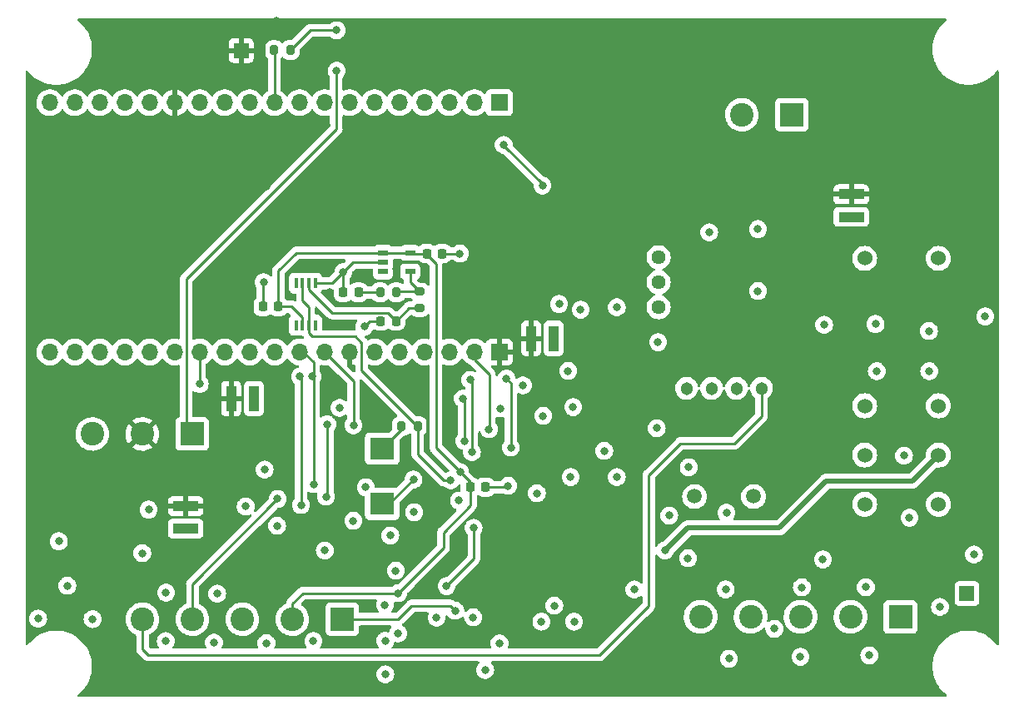
<source format=gbr>
%TF.GenerationSoftware,KiCad,Pcbnew,(6.0.9)*%
%TF.CreationDate,2022-12-07T15:22:28-05:00*%
%TF.ProjectId,Sensors,53656e73-6f72-4732-9e6b-696361645f70,rev?*%
%TF.SameCoordinates,Original*%
%TF.FileFunction,Copper,L4,Bot*%
%TF.FilePolarity,Positive*%
%FSLAX46Y46*%
G04 Gerber Fmt 4.6, Leading zero omitted, Abs format (unit mm)*
G04 Created by KiCad (PCBNEW (6.0.9)) date 2022-12-07 15:22:28*
%MOMM*%
%LPD*%
G01*
G04 APERTURE LIST*
G04 Aperture macros list*
%AMRoundRect*
0 Rectangle with rounded corners*
0 $1 Rounding radius*
0 $2 $3 $4 $5 $6 $7 $8 $9 X,Y pos of 4 corners*
0 Add a 4 corners polygon primitive as box body*
4,1,4,$2,$3,$4,$5,$6,$7,$8,$9,$2,$3,0*
0 Add four circle primitives for the rounded corners*
1,1,$1+$1,$2,$3*
1,1,$1+$1,$4,$5*
1,1,$1+$1,$6,$7*
1,1,$1+$1,$8,$9*
0 Add four rect primitives between the rounded corners*
20,1,$1+$1,$2,$3,$4,$5,0*
20,1,$1+$1,$4,$5,$6,$7,0*
20,1,$1+$1,$6,$7,$8,$9,0*
20,1,$1+$1,$8,$9,$2,$3,0*%
G04 Aperture macros list end*
%TA.AperFunction,SMDPad,CuDef*%
%ADD10R,2.489200X2.260600*%
%TD*%
%TA.AperFunction,ComponentPad*%
%ADD11R,1.700000X1.700000*%
%TD*%
%TA.AperFunction,ComponentPad*%
%ADD12O,1.700000X1.700000*%
%TD*%
%TA.AperFunction,ComponentPad*%
%ADD13R,1.500000X1.500000*%
%TD*%
%TA.AperFunction,ComponentPad*%
%ADD14C,1.524000*%
%TD*%
%TA.AperFunction,ComponentPad*%
%ADD15C,1.440000*%
%TD*%
%TA.AperFunction,ComponentPad*%
%ADD16C,1.303000*%
%TD*%
%TA.AperFunction,ComponentPad*%
%ADD17C,1.500000*%
%TD*%
%TA.AperFunction,ComponentPad*%
%ADD18R,2.400000X2.400000*%
%TD*%
%TA.AperFunction,ComponentPad*%
%ADD19C,2.400000*%
%TD*%
%TA.AperFunction,SMDPad,CuDef*%
%ADD20RoundRect,0.200000X0.200000X0.275000X-0.200000X0.275000X-0.200000X-0.275000X0.200000X-0.275000X0*%
%TD*%
%TA.AperFunction,SMDPad,CuDef*%
%ADD21R,2.590800X1.003300*%
%TD*%
%TA.AperFunction,SMDPad,CuDef*%
%ADD22RoundRect,0.200000X-0.200000X-0.275000X0.200000X-0.275000X0.200000X0.275000X-0.200000X0.275000X0*%
%TD*%
%TA.AperFunction,SMDPad,CuDef*%
%ADD23R,1.003300X2.590800*%
%TD*%
%TA.AperFunction,SMDPad,CuDef*%
%ADD24RoundRect,0.225000X0.225000X0.250000X-0.225000X0.250000X-0.225000X-0.250000X0.225000X-0.250000X0*%
%TD*%
%TA.AperFunction,SMDPad,CuDef*%
%ADD25RoundRect,0.200000X0.275000X-0.200000X0.275000X0.200000X-0.275000X0.200000X-0.275000X-0.200000X0*%
%TD*%
%TA.AperFunction,SMDPad,CuDef*%
%ADD26RoundRect,0.225000X-0.225000X-0.250000X0.225000X-0.250000X0.225000X0.250000X-0.225000X0.250000X0*%
%TD*%
%TA.AperFunction,SMDPad,CuDef*%
%ADD27R,1.000001X0.599999*%
%TD*%
%TA.AperFunction,SMDPad,CuDef*%
%ADD28R,0.400000X1.100000*%
%TD*%
%TA.AperFunction,ViaPad*%
%ADD29C,0.800000*%
%TD*%
%TA.AperFunction,Conductor*%
%ADD30C,0.250000*%
%TD*%
%TA.AperFunction,Conductor*%
%ADD31C,0.500000*%
%TD*%
G04 APERTURE END LIST*
D10*
%TO.P,C6,1*%
%TO.N,Net-(C6-Pad1)*%
X145059400Y-103784400D03*
%TO.P,C6,2*%
%TO.N,GNDA*%
X145059400Y-109423200D03*
%TD*%
D11*
%TO.P,J2,1,Pin_1*%
%TO.N,GNDD*%
X156962000Y-93965000D03*
D12*
%TO.P,J2,2,Pin_2*%
%TO.N,/uC_SDO*%
X154422000Y-93965000D03*
%TO.P,J2,3,Pin_3*%
%TO.N,unconnected-(J2-Pad3)*%
X151882000Y-93965000D03*
%TO.P,J2,4,Pin_4*%
%TO.N,unconnected-(J2-Pad4)*%
X149342000Y-93965000D03*
%TO.P,J2,5,Pin_5*%
%TO.N,unconnected-(J2-Pad5)*%
X146802000Y-93965000D03*
%TO.P,J2,6,Pin_6*%
%TO.N,unconnected-(J2-Pad6)*%
X144262000Y-93965000D03*
%TO.P,J2,7,Pin_7*%
%TO.N,GNDD*%
X141722000Y-93965000D03*
%TO.P,J2,8,Pin_8*%
%TO.N,/uC_SDI*%
X139182000Y-93965000D03*
%TO.P,J2,9,Pin_9*%
%TO.N,/SCLK*%
X136642000Y-93965000D03*
%TO.P,J2,10,Pin_10*%
%TO.N,unconnected-(J2-Pad10)*%
X134102000Y-93965000D03*
%TO.P,J2,11,Pin_11*%
%TO.N,unconnected-(J2-Pad11)*%
X131562000Y-93965000D03*
%TO.P,J2,12,Pin_12*%
%TO.N,unconnected-(J2-Pad12)*%
X129022000Y-93965000D03*
%TO.P,J2,13,Pin_13*%
%TO.N,/CONVST\u002A*%
X126482000Y-93965000D03*
%TO.P,J2,14,Pin_14*%
%TO.N,/CS0*%
X123942000Y-93965000D03*
%TO.P,J2,15,Pin_15*%
%TO.N,/CS1*%
X121402000Y-93965000D03*
%TO.P,J2,16,Pin_16*%
%TO.N,unconnected-(J2-Pad16)*%
X118862000Y-93965000D03*
%TO.P,J2,17,Pin_17*%
%TO.N,unconnected-(J2-Pad17)*%
X116322000Y-93965000D03*
%TO.P,J2,18,Pin_18*%
%TO.N,unconnected-(J2-Pad18)*%
X113782000Y-93965000D03*
%TO.P,J2,19,Pin_19*%
%TO.N,unconnected-(J2-Pad19)*%
X111242000Y-93965000D03*
%TD*%
D13*
%TO.P,TP2,1,1*%
%TO.N,GNDA*%
X204520800Y-118516400D03*
%TD*%
D14*
%TO.P,U4,1,+*%
%TO.N,+5V*%
X201620000Y-84440000D03*
%TO.P,U4,2,-*%
%TO.N,Net-(D3-Pad2)*%
X194120000Y-84440000D03*
%TO.P,U4,3*%
%TO.N,/C_SW_A*%
X201620000Y-99440000D03*
%TO.P,U4,4*%
%TO.N,+5V*%
X201620000Y-104440000D03*
%TO.P,U4,5*%
%TO.N,unconnected-(U4-Pad5)*%
X201620000Y-109440000D03*
%TO.P,U4,6*%
%TO.N,unconnected-(U4-Pad6)*%
X194120000Y-99440000D03*
%TO.P,U4,7*%
%TO.N,Net-(U1-Pad5)*%
X194120000Y-104440000D03*
%TO.P,U4,8*%
%TO.N,/Unit_OH*%
X194120000Y-109440000D03*
%TD*%
D15*
%TO.P,RV1,1,1*%
%TO.N,+15V*%
X173164400Y-84330400D03*
%TO.P,RV1,2,2*%
X173164400Y-86870400D03*
%TO.P,RV1,3,3*%
%TO.N,Net-(R4-Pad2)*%
X173164400Y-89410400D03*
%TD*%
D16*
%TO.P,U1,1,-Vcc*%
%TO.N,-15V*%
X183625400Y-97663400D03*
%TO.P,U1,2,GND*%
%TO.N,GNDA*%
X181085400Y-97663400D03*
%TO.P,U1,3,+Vcc*%
%TO.N,+15V*%
X178545400Y-97663400D03*
%TO.P,U1,4,Vout*%
%TO.N,/Sens_Vout*%
X176005400Y-97663400D03*
D17*
%TO.P,U1,5,+I*%
%TO.N,Net-(U1-Pad5)*%
X182815400Y-108663400D03*
%TO.P,U1,6,-I*%
%TO.N,GNDA*%
X176815400Y-108663400D03*
%TD*%
D11*
%TO.P,J1,1,Pin_1*%
%TO.N,/uC_3V3*%
X156962000Y-68605000D03*
D12*
%TO.P,J1,2,Pin_2*%
%TO.N,unconnected-(J1-Pad2)*%
X154422000Y-68605000D03*
%TO.P,J1,3,Pin_3*%
%TO.N,unconnected-(J1-Pad3)*%
X151882000Y-68605000D03*
%TO.P,J1,4,Pin_4*%
%TO.N,unconnected-(J1-Pad4)*%
X149342000Y-68605000D03*
%TO.P,J1,5,Pin_5*%
%TO.N,unconnected-(J1-Pad5)*%
X146802000Y-68605000D03*
%TO.P,J1,6,Pin_6*%
%TO.N,unconnected-(J1-Pad6)*%
X144262000Y-68605000D03*
%TO.P,J1,7,Pin_7*%
%TO.N,unconnected-(J1-Pad7)*%
X141722000Y-68605000D03*
%TO.P,J1,8,Pin_8*%
%TO.N,unconnected-(J1-Pad8)*%
X139182000Y-68605000D03*
%TO.P,J1,9,Pin_9*%
%TO.N,unconnected-(J1-Pad9)*%
X136642000Y-68605000D03*
%TO.P,J1,10,Pin_10*%
%TO.N,/Debug_LED*%
X134102000Y-68605000D03*
%TO.P,J1,11,Pin_11*%
%TO.N,/CurrentIO_1*%
X131562000Y-68605000D03*
%TO.P,J1,12,Pin_12*%
%TO.N,unconnected-(J1-Pad12)*%
X129022000Y-68605000D03*
%TO.P,J1,13,Pin_13*%
%TO.N,unconnected-(J1-Pad13)*%
X126482000Y-68605000D03*
%TO.P,J1,14,Pin_14*%
%TO.N,GNDD*%
X123942000Y-68605000D03*
%TO.P,J1,15,Pin_15*%
%TO.N,unconnected-(J1-Pad15)*%
X121402000Y-68605000D03*
%TO.P,J1,16,Pin_16*%
%TO.N,unconnected-(J1-Pad16)*%
X118862000Y-68605000D03*
%TO.P,J1,17,Pin_17*%
%TO.N,unconnected-(J1-Pad17)*%
X116322000Y-68605000D03*
%TO.P,J1,18,Pin_18*%
%TO.N,unconnected-(J1-Pad18)*%
X113782000Y-68605000D03*
%TO.P,J1,19,Pin_19*%
%TO.N,+5V*%
X111242000Y-68605000D03*
%TD*%
D18*
%TO.P,J5,1,Pin_1*%
%TO.N,+3V3*%
X125730000Y-102297100D03*
D19*
%TO.P,J5,2,Pin_2*%
%TO.N,GNDD*%
X120650000Y-102297100D03*
%TO.P,J5,3,Pin_3*%
%TO.N,+5V*%
X115570000Y-102297100D03*
%TD*%
D18*
%TO.P,J4,1,Pin_1*%
%TO.N,-5VA*%
X140982600Y-121143900D03*
D19*
%TO.P,J4,2,Pin_2*%
%TO.N,+5VA*%
X135902600Y-121143900D03*
%TO.P,J4,3,Pin_3*%
%TO.N,GNDA*%
X130822600Y-121143900D03*
%TO.P,J4,4,Pin_4*%
%TO.N,+15V*%
X125742600Y-121143900D03*
%TO.P,J4,5,Pin_5*%
%TO.N,-15V*%
X120662600Y-121143900D03*
%TD*%
D20*
%TO.P,R11,1*%
%TO.N,Net-(D1-Pad1)*%
X135724400Y-63246000D03*
%TO.P,R11,2*%
%TO.N,/Debug_LED*%
X134074400Y-63246000D03*
%TD*%
D18*
%TO.P,J3,1,Pin_1*%
%TO.N,/Unit_OH*%
X197751600Y-120906400D03*
D19*
%TO.P,J3,2,Pin_2*%
%TO.N,/Unit_OL*%
X192671600Y-120906400D03*
%TO.P,J3,3,Pin_3*%
%TO.N,GNDA*%
X187591600Y-120906400D03*
%TO.P,J3,4,Pin_4*%
%TO.N,/PS*%
X182511600Y-120906400D03*
%TO.P,J3,5,Pin_5*%
X177431600Y-120906400D03*
%TD*%
D13*
%TO.P,TP1,1,1*%
%TO.N,GNDD*%
X130708400Y-63296800D03*
%TD*%
D18*
%TO.P,J6,1,1*%
%TO.N,/C_SW_A*%
X186702600Y-69827000D03*
D19*
%TO.P,J6,2,2*%
%TO.N,/C_SW_B*%
X181622600Y-69827000D03*
%TD*%
D21*
%TO.P,L8,1,1*%
%TO.N,GNDA*%
X192760600Y-80219550D03*
%TO.P,L8,2,2*%
%TO.N,GNDD*%
X192760600Y-77920850D03*
%TD*%
D22*
%TO.P,R8,1*%
%TO.N,Net-(C3-Pad2)*%
X144844000Y-87884000D03*
%TO.P,R8,2*%
%TO.N,Net-(R8-Pad2)*%
X146494000Y-87884000D03*
%TD*%
D23*
%TO.P,L9,1,1*%
%TO.N,GNDA*%
X162490150Y-92583000D03*
%TO.P,L9,2,2*%
%TO.N,GNDD*%
X160191450Y-92583000D03*
%TD*%
D24*
%TO.P,C7,1*%
%TO.N,GNDA*%
X155543400Y-107701000D03*
%TO.P,C7,2*%
%TO.N,+5VA*%
X153993400Y-107701000D03*
%TD*%
D20*
%TO.P,R10,1*%
%TO.N,/+4.096V*%
X148653000Y-101498400D03*
%TO.P,R10,2*%
%TO.N,Net-(C6-Pad1)*%
X147003000Y-101498400D03*
%TD*%
D25*
%TO.P,R9,1*%
%TO.N,Net-(C4-Pad2)*%
X148844000Y-89471000D03*
%TO.P,R9,2*%
%TO.N,Net-(R8-Pad2)*%
X148844000Y-87821000D03*
%TD*%
D21*
%TO.P,L6,1,1*%
%TO.N,GNDA*%
X125069600Y-111937800D03*
%TO.P,L6,2,2*%
%TO.N,GNDD*%
X125069600Y-109639100D03*
%TD*%
D26*
%TO.P,C4,1*%
%TO.N,GNDA*%
X144894000Y-90805000D03*
%TO.P,C4,2*%
%TO.N,Net-(C4-Pad2)*%
X146444000Y-90805000D03*
%TD*%
D27*
%TO.P,U12,1,VBIAS*%
%TO.N,unconnected-(U12-Pad1)*%
X145144799Y-85786001D03*
%TO.P,U12,2,GND*%
%TO.N,GNDA*%
X145144799Y-84836000D03*
%TO.P,U12,3,EN*%
%TO.N,+5VA*%
X145144799Y-83886002D03*
%TO.P,U12,4,VIN*%
X147894799Y-83886002D03*
%TO.P,U12,5,VREF*%
%TO.N,Net-(R8-Pad2)*%
X147894799Y-85786001D03*
%TD*%
D24*
%TO.P,C2,1*%
%TO.N,GNDA*%
X151143000Y-83947000D03*
%TO.P,C2,2*%
%TO.N,+5VA*%
X149593000Y-83947000D03*
%TD*%
D26*
%TO.P,C3,1*%
%TO.N,GNDA*%
X141084000Y-87884000D03*
%TO.P,C3,2*%
%TO.N,Net-(C3-Pad2)*%
X142634000Y-87884000D03*
%TD*%
D23*
%TO.P,L7,1,1*%
%TO.N,GNDA*%
X131984750Y-98704400D03*
%TO.P,L7,2,2*%
%TO.N,GNDD*%
X129686050Y-98704400D03*
%TD*%
D26*
%TO.P,C5,1*%
%TO.N,GNDA*%
X132930600Y-89331800D03*
%TO.P,C5,2*%
%TO.N,+5VA*%
X134480600Y-89331800D03*
%TD*%
D28*
%TO.P,U9,1*%
%TO.N,N/C*%
X136286600Y-86953200D03*
%TO.P,U9,2,-*%
%TO.N,/+4.096V*%
X136936600Y-86953200D03*
%TO.P,U9,3,+*%
%TO.N,Net-(C4-Pad2)*%
X137586600Y-86953200D03*
%TO.P,U9,4,V-*%
%TO.N,GNDA*%
X138236600Y-86953200D03*
%TO.P,U9,5*%
%TO.N,N/C*%
X138236600Y-91253200D03*
%TO.P,U9,6*%
%TO.N,/+4.096V*%
X137586600Y-91253200D03*
%TO.P,U9,7,V+*%
%TO.N,+5VA*%
X136936600Y-91253200D03*
%TO.P,U9,8*%
%TO.N,N/C*%
X136286600Y-91253200D03*
%TD*%
D29*
%TO.N,GNDA*%
X206375000Y-90347800D03*
%TO.N,GNDD*%
X206375000Y-88061800D03*
X192760600Y-77876400D03*
%TO.N,GNDA*%
X192760600Y-80213200D03*
%TO.N,GNDD*%
X183286400Y-79171800D03*
%TO.N,GNDA*%
X183261000Y-81457800D03*
%TO.N,GNDD*%
X163068000Y-86741000D03*
%TO.N,GNDA*%
X163042600Y-89077800D03*
%TO.N,GNDD*%
X160172400Y-92583000D03*
%TO.N,GNDA*%
X162534600Y-92583000D03*
%TO.N,GNDD*%
X129692400Y-98729800D03*
%TO.N,GNDA*%
X132003800Y-98729800D03*
X131165600Y-109677200D03*
%TO.N,GNDD*%
X128930400Y-109677200D03*
X125044200Y-109601000D03*
%TO.N,GNDA*%
X125018800Y-111937800D03*
X112166400Y-113207800D03*
%TO.N,GNDD*%
X112166400Y-110915450D03*
%TO.N,+3V3*%
X140411200Y-65354200D03*
%TO.N,Net-(D1-Pad1)*%
X140411200Y-61239400D03*
%TO.N,+5V*%
X121297700Y-109994700D03*
X173809800Y-114150000D03*
X139215000Y-114150000D03*
%TO.N,+15V*%
X159362000Y-97355800D03*
X134416800Y-108915200D03*
%TO.N,GNDA*%
X141097000Y-85826600D03*
X167640000Y-104013000D03*
X195351400Y-95910400D03*
X148234400Y-106934000D03*
X178308000Y-81788000D03*
X120650000Y-114427000D03*
X134366000Y-111633000D03*
X164211000Y-106680000D03*
X163957000Y-95885000D03*
X138049000Y-123367800D03*
X146431000Y-116205000D03*
X165227000Y-89662000D03*
X145338800Y-119684800D03*
X205232000Y-114554000D03*
X155524200Y-126314200D03*
X183261000Y-87757000D03*
X154292800Y-120954800D03*
X198120000Y-104495600D03*
X133273800Y-123571000D03*
X168910000Y-89408000D03*
X176149000Y-114935000D03*
X152857200Y-109067600D03*
X145364200Y-126746000D03*
X187731400Y-117906800D03*
X194589400Y-124815600D03*
X164566600Y-121386600D03*
X160782000Y-108331000D03*
X184937400Y-122123200D03*
X145364200Y-123342400D03*
X187579000Y-124968000D03*
X164465000Y-99568000D03*
X161239200Y-121386600D03*
X173101000Y-92964000D03*
X115595400Y-121132600D03*
X179984400Y-118110000D03*
X140716000Y-99644200D03*
X172974000Y-101701600D03*
X176225200Y-105689400D03*
X123037600Y-123367800D03*
X145872200Y-112623600D03*
X200685400Y-95910400D03*
X195224400Y-91109800D03*
X152958800Y-83947000D03*
X170688000Y-118110000D03*
X143383000Y-107721400D03*
X142113000Y-111125000D03*
X127939800Y-123520200D03*
X200660000Y-91821000D03*
X174244000Y-110591600D03*
X150584400Y-120980200D03*
X113030000Y-117729000D03*
X132994400Y-86868000D03*
X133096000Y-105918000D03*
X161417000Y-100457000D03*
X143230600Y-91389200D03*
X201777600Y-119888000D03*
X180060600Y-110312200D03*
X157861000Y-107569000D03*
X123063000Y-118440200D03*
X194233800Y-117881400D03*
X157099000Y-99695000D03*
X148285200Y-110261400D03*
X110058200Y-121081800D03*
X180314600Y-125171200D03*
X189865000Y-115062000D03*
X189992000Y-91186000D03*
X168910000Y-106680000D03*
X198678800Y-110820200D03*
X128270000Y-118541800D03*
%TO.N,/CONVST\u002A*%
X126492000Y-97205800D03*
X153260078Y-98704400D03*
X153416000Y-102997000D03*
%TO.N,/uC_SDI*%
X142125600Y-101409600D03*
%TO.N,/uC_SDO*%
X139463600Y-101318000D03*
X139331600Y-108663600D03*
X155918200Y-101816200D03*
%TO.N,/SCLK*%
X154178000Y-104140000D03*
X154000200Y-96799400D03*
X137972800Y-96455900D03*
X138061600Y-107393600D03*
%TO.N,/CS0*%
X157683200Y-96672400D03*
X158127600Y-103685200D03*
%TO.N,/CS1*%
X136791600Y-109527200D03*
X136702800Y-96455900D03*
%TO.N,/LowCurr_Vout*%
X151599900Y-117767100D03*
X154343000Y-111838600D03*
%TO.N,+5VA*%
X146685000Y-118491000D03*
X152978400Y-106171000D03*
X146659600Y-122580400D03*
X156985200Y-123596400D03*
%TO.N,/+4.096V*%
X152019000Y-107010200D03*
%TO.N,-5VA*%
X152476200Y-120269000D03*
X162560000Y-119761000D03*
%TO.N,GNDD*%
X153060400Y-87630000D03*
X150749000Y-63957200D03*
X113436400Y-81280000D03*
X139852400Y-81280000D03*
X197866000Y-84328000D03*
X170028400Y-75101000D03*
X126644400Y-74930000D03*
X142570200Y-104165400D03*
X194437000Y-75438000D03*
X126644400Y-87630000D03*
X113436400Y-87630000D03*
X127762000Y-105664000D03*
X112141000Y-96774000D03*
X153060400Y-74930000D03*
X176276000Y-78105000D03*
X112141000Y-105943400D03*
X133248400Y-85471000D03*
X153060400Y-81280000D03*
X152273000Y-102108000D03*
X133248400Y-77089000D03*
X169378400Y-84141000D03*
X137668000Y-111252000D03*
X112141000Y-101320600D03*
X195580000Y-64770000D03*
X120040400Y-85471000D03*
X117221000Y-110236000D03*
X164338000Y-81153000D03*
X139852400Y-74930000D03*
X113436400Y-74930000D03*
X160985200Y-66751200D03*
X139725400Y-87884000D03*
X134264400Y-60299600D03*
X126644400Y-81280000D03*
X120040400Y-77089000D03*
X118313200Y-64211200D03*
X141296400Y-105591600D03*
X146456400Y-77089000D03*
X146456400Y-85471000D03*
%TO.N,/CurrentIO_1*%
X161354000Y-77025000D03*
X157403800Y-72898000D03*
%TD*%
D30*
%TO.N,GNDA*%
X157729000Y-107701000D02*
X157861000Y-107569000D01*
X155543400Y-107701000D02*
X157729000Y-107701000D01*
%TO.N,+5VA*%
X149593000Y-84061000D02*
X149593000Y-83947000D01*
X150516511Y-84984511D02*
X149593000Y-84061000D01*
X150516511Y-103709111D02*
X150516511Y-84984511D01*
X152978400Y-106171000D02*
X150516511Y-103709111D01*
X151282400Y-112318800D02*
X151282400Y-113893600D01*
X151282400Y-113893600D02*
X146685000Y-118491000D01*
X154025600Y-109575600D02*
X151282400Y-112318800D01*
X152978400Y-106171000D02*
X154025600Y-107218200D01*
X154025600Y-107218200D02*
X154025600Y-109575600D01*
%TO.N,/+4.096V*%
X148653000Y-104365600D02*
X151297600Y-107010200D01*
X151297600Y-107010200D02*
X152019000Y-107010200D01*
X148653000Y-101498400D02*
X148653000Y-104365600D01*
%TO.N,+3V3*%
X125116511Y-86552889D02*
X125116511Y-101683611D01*
X140388400Y-71281000D02*
X125116511Y-86552889D01*
X140385800Y-70764400D02*
X140388400Y-70767000D01*
X140388400Y-70767000D02*
X140388400Y-71281000D01*
X140385800Y-65379600D02*
X140385800Y-70764400D01*
X140411200Y-65354200D02*
X140385800Y-65379600D01*
X125116511Y-101683611D02*
X125730000Y-102297100D01*
%TO.N,Net-(D1-Pad1)*%
X140411200Y-61239400D02*
X137731000Y-61239400D01*
X137731000Y-61239400D02*
X135724400Y-63246000D01*
%TO.N,/Debug_LED*%
X134102000Y-63273600D02*
X134074400Y-63246000D01*
X134102000Y-68605000D02*
X134102000Y-63273600D01*
%TO.N,/uC_SDI*%
X142125600Y-96908600D02*
X139182000Y-93965000D01*
X142125600Y-101409600D02*
X142125600Y-96908600D01*
%TO.N,GNDA*%
X145745200Y-109423200D02*
X145059400Y-109423200D01*
X148234400Y-106934000D02*
X145745200Y-109423200D01*
D31*
%TO.N,+5V*%
X198948200Y-107111800D02*
X190195200Y-107111800D01*
X185445400Y-111861600D02*
X176098200Y-111861600D01*
X176098200Y-111861600D02*
X173809800Y-114150000D01*
X201620000Y-104440000D02*
X198948200Y-107111800D01*
X190195200Y-107111800D02*
X185445400Y-111861600D01*
D30*
%TO.N,+15V*%
X125742600Y-121143900D02*
X125742600Y-117564000D01*
X125742600Y-117564000D02*
X134404000Y-108902600D01*
%TO.N,-15V*%
X180873400Y-103251000D02*
X183625400Y-100499000D01*
X175387000Y-103251000D02*
X180873400Y-103251000D01*
X172161200Y-106476800D02*
X175387000Y-103251000D01*
X120662600Y-124167800D02*
X121285000Y-124790200D01*
X120662600Y-121143900D02*
X120662600Y-124167800D01*
X167157400Y-124790200D02*
X172161200Y-119786400D01*
X183625400Y-100499000D02*
X183625400Y-97663400D01*
X121285000Y-124790200D02*
X167157400Y-124790200D01*
X172161200Y-119786400D02*
X172161200Y-106476800D01*
%TO.N,GNDA*%
X138236600Y-86953200D02*
X139970400Y-86953200D01*
X151143000Y-83947000D02*
X152958800Y-83947000D01*
X142087600Y-84836000D02*
X141097000Y-85826600D01*
X141084000Y-85839600D02*
X141097000Y-85826600D01*
X141084000Y-87884000D02*
X141084000Y-85839600D01*
X143814800Y-90805000D02*
X143230600Y-91389200D01*
X132930600Y-86931800D02*
X132994400Y-86868000D01*
X144894000Y-90805000D02*
X143814800Y-90805000D01*
X132930600Y-89331800D02*
X132930600Y-86931800D01*
X145144799Y-84836000D02*
X142087600Y-84836000D01*
X139970400Y-86953200D02*
X141097000Y-85826600D01*
%TO.N,Net-(C3-Pad2)*%
X144844000Y-87884000D02*
X142634000Y-87884000D01*
%TO.N,/CONVST\u002A*%
X126482000Y-97195800D02*
X126482000Y-93965000D01*
X126492000Y-97205800D02*
X126482000Y-97195800D01*
X153416000Y-98860322D02*
X153416000Y-102997000D01*
X153260078Y-98704400D02*
X153416000Y-98860322D01*
%TO.N,/uC_SDO*%
X139331600Y-108663600D02*
X139463600Y-108531600D01*
X155956000Y-96266000D02*
X154422000Y-94732000D01*
X154422000Y-94732000D02*
X154422000Y-93965000D01*
X139463600Y-108531600D02*
X139463600Y-101318000D01*
X155956000Y-101778400D02*
X155956000Y-96266000D01*
X155918200Y-101816200D02*
X155956000Y-101778400D01*
%TO.N,/SCLK*%
X154178000Y-96977200D02*
X154178000Y-104140000D01*
X137018000Y-93965000D02*
X138066600Y-95013600D01*
X138066600Y-95013600D02*
X138066600Y-107388600D01*
X154000200Y-96799400D02*
X154178000Y-96977200D01*
X136642000Y-93965000D02*
X137018000Y-93965000D01*
%TO.N,/CS0*%
X157683200Y-96672400D02*
X158127600Y-97116800D01*
X158127600Y-97116800D02*
X158127600Y-103685200D01*
%TO.N,/CS1*%
X136791600Y-96544700D02*
X136791600Y-109527200D01*
X136702800Y-96455900D02*
X136791600Y-96544700D01*
%TO.N,/LowCurr_Vout*%
X151599900Y-117767100D02*
X154368400Y-114998600D01*
X154368400Y-111864000D02*
X154343000Y-111838600D01*
X154368400Y-114998600D02*
X154368400Y-111864000D01*
%TO.N,+5VA*%
X149593000Y-83947000D02*
X147955797Y-83947000D01*
X136936600Y-90453200D02*
X135815200Y-89331800D01*
X136982200Y-118491000D02*
X135902600Y-119570600D01*
X136306598Y-83886002D02*
X145144799Y-83886002D01*
X136936600Y-91253200D02*
X136936600Y-90453200D01*
X134480600Y-89331800D02*
X134480600Y-85712000D01*
X135815200Y-89331800D02*
X134480600Y-89331800D01*
X146685000Y-118491000D02*
X136982200Y-118491000D01*
X134480600Y-85712000D02*
X136306598Y-83886002D01*
X147955797Y-83947000D02*
X147894799Y-83886002D01*
X135902600Y-119570600D02*
X135902600Y-121143900D01*
X147894799Y-83886002D02*
X145144799Y-83886002D01*
%TO.N,/+4.096V*%
X142951200Y-95847400D02*
X148602200Y-101498400D01*
X137586600Y-89402800D02*
X137586600Y-91253200D01*
X148602200Y-101498400D02*
X148653000Y-101498400D01*
X142951200Y-93014800D02*
X142951200Y-95847400D01*
X136936600Y-86953200D02*
X136936600Y-88752800D01*
X137938600Y-92405200D02*
X142341600Y-92405200D01*
X136936600Y-88752800D02*
X137586600Y-89402800D01*
X142341600Y-92405200D02*
X142951200Y-93014800D01*
X137586600Y-92053200D02*
X137938600Y-92405200D01*
X137586600Y-91253200D02*
X137586600Y-92053200D01*
%TO.N,-5VA*%
X151993600Y-119786400D02*
X152476200Y-120269000D01*
X148031200Y-119786400D02*
X151993600Y-119786400D01*
X140982600Y-121143900D02*
X146673700Y-121143900D01*
X146673700Y-121143900D02*
X148031200Y-119786400D01*
%TO.N,Net-(C4-Pad2)*%
X146444000Y-90805000D02*
X145644480Y-90005480D01*
X137586600Y-87624800D02*
X137586600Y-86953200D01*
X147778000Y-89471000D02*
X146444000Y-90805000D01*
X139967280Y-90005480D02*
X137586600Y-87624800D01*
X148844000Y-89471000D02*
X147778000Y-89471000D01*
X145644480Y-90005480D02*
X139967280Y-90005480D01*
%TO.N,/CurrentIO_1*%
X161354000Y-77025000D02*
X161354000Y-76899000D01*
X157403800Y-72948800D02*
X157403800Y-72898000D01*
X161354000Y-76899000D02*
X157403800Y-72948800D01*
%TO.N,Net-(C6-Pad1)*%
X147003000Y-101840800D02*
X145127207Y-103716593D01*
X147003000Y-101498400D02*
X147003000Y-101840800D01*
%TO.N,Net-(R8-Pad2)*%
X147894799Y-85786001D02*
X147894799Y-86871799D01*
X146557000Y-87821000D02*
X146494000Y-87884000D01*
X148844000Y-87821000D02*
X146557000Y-87821000D01*
X147894799Y-86871799D02*
X148844000Y-87821000D01*
%TD*%
%TA.AperFunction,Conductor*%
%TO.N,GNDD*%
G36*
X202426691Y-60068502D02*
G01*
X202473184Y-60122158D01*
X202483288Y-60192432D01*
X202453794Y-60257012D01*
X202437864Y-60272420D01*
X202226447Y-60443622D01*
X201957222Y-60712847D01*
X201955137Y-60715422D01*
X201719695Y-61006168D01*
X201719688Y-61006177D01*
X201717613Y-61008740D01*
X201510246Y-61328057D01*
X201337392Y-61667302D01*
X201200946Y-62022755D01*
X201102403Y-62390524D01*
X201042842Y-62766579D01*
X201022915Y-63146800D01*
X201042842Y-63527021D01*
X201043355Y-63530261D01*
X201043356Y-63530269D01*
X201050858Y-63577634D01*
X201102403Y-63903076D01*
X201200946Y-64270845D01*
X201202131Y-64273933D01*
X201202132Y-64273935D01*
X201212310Y-64300449D01*
X201337392Y-64626298D01*
X201338890Y-64629238D01*
X201437604Y-64822974D01*
X201510246Y-64965542D01*
X201512042Y-64968308D01*
X201512044Y-64968311D01*
X201635225Y-65157994D01*
X201717613Y-65284860D01*
X201957222Y-65580753D01*
X202226447Y-65849978D01*
X202522340Y-66089587D01*
X202841658Y-66296954D01*
X202844592Y-66298449D01*
X202844599Y-66298453D01*
X203177962Y-66468310D01*
X203180902Y-66469808D01*
X203536355Y-66606254D01*
X203904124Y-66704797D01*
X204104008Y-66736455D01*
X204276931Y-66763844D01*
X204276939Y-66763845D01*
X204280179Y-66764358D01*
X204565283Y-66779300D01*
X204755517Y-66779300D01*
X205040621Y-66764358D01*
X205043861Y-66763845D01*
X205043869Y-66763844D01*
X205216792Y-66736455D01*
X205416676Y-66704797D01*
X205784445Y-66606254D01*
X206139898Y-66469808D01*
X206142838Y-66468310D01*
X206476201Y-66298453D01*
X206476208Y-66298449D01*
X206479142Y-66296954D01*
X206798460Y-66089587D01*
X207094353Y-65849978D01*
X207363578Y-65580753D01*
X207547580Y-65353529D01*
X207605994Y-65313177D01*
X207676951Y-65310811D01*
X207737923Y-65347184D01*
X207769551Y-65410746D01*
X207771500Y-65432823D01*
X207771500Y-123649577D01*
X207751498Y-123717698D01*
X207697842Y-123764191D01*
X207627568Y-123774295D01*
X207562988Y-123744801D01*
X207547580Y-123728871D01*
X207363578Y-123501647D01*
X207094353Y-123232422D01*
X206798460Y-122992813D01*
X206588012Y-122856147D01*
X206481911Y-122787244D01*
X206481908Y-122787242D01*
X206479142Y-122785446D01*
X206476208Y-122783951D01*
X206476201Y-122783947D01*
X206142838Y-122614090D01*
X206139898Y-122612592D01*
X205850992Y-122501691D01*
X205787535Y-122477332D01*
X205787533Y-122477331D01*
X205784445Y-122476146D01*
X205416676Y-122377603D01*
X205208915Y-122344697D01*
X205043869Y-122318556D01*
X205043861Y-122318555D01*
X205040621Y-122318042D01*
X204755517Y-122303100D01*
X204565283Y-122303100D01*
X204280179Y-122318042D01*
X204276939Y-122318555D01*
X204276931Y-122318556D01*
X204111885Y-122344697D01*
X203904124Y-122377603D01*
X203536355Y-122476146D01*
X203533267Y-122477331D01*
X203533265Y-122477332D01*
X203469808Y-122501691D01*
X203180902Y-122612592D01*
X203177962Y-122614090D01*
X202844599Y-122783947D01*
X202844592Y-122783951D01*
X202841658Y-122785446D01*
X202838892Y-122787242D01*
X202838889Y-122787244D01*
X202732788Y-122856147D01*
X202522340Y-122992813D01*
X202226447Y-123232422D01*
X201957222Y-123501647D01*
X201955137Y-123504222D01*
X201719695Y-123794968D01*
X201719688Y-123794977D01*
X201717613Y-123797540D01*
X201510246Y-124116857D01*
X201508749Y-124119795D01*
X201500118Y-124136734D01*
X201337392Y-124456102D01*
X201283520Y-124596444D01*
X201203106Y-124805929D01*
X201200946Y-124811555D01*
X201102403Y-125179324D01*
X201072851Y-125365907D01*
X201043935Y-125548479D01*
X201042842Y-125555379D01*
X201022915Y-125935600D01*
X201042842Y-126315821D01*
X201043355Y-126319061D01*
X201043356Y-126319069D01*
X201052127Y-126374444D01*
X201102403Y-126691876D01*
X201200946Y-127059645D01*
X201337392Y-127415098D01*
X201338890Y-127418038D01*
X201459374Y-127654500D01*
X201510246Y-127754342D01*
X201512042Y-127757108D01*
X201512044Y-127757111D01*
X201648361Y-127967022D01*
X201717613Y-128073660D01*
X201957222Y-128369553D01*
X202226447Y-128638778D01*
X202229022Y-128640863D01*
X202434900Y-128807580D01*
X202475252Y-128865994D01*
X202477618Y-128936951D01*
X202441245Y-128997923D01*
X202377682Y-129029551D01*
X202355606Y-129031500D01*
X114204394Y-129031500D01*
X114136273Y-129011498D01*
X114089780Y-128957842D01*
X114079676Y-128887568D01*
X114109170Y-128822988D01*
X114125100Y-128807580D01*
X114330978Y-128640863D01*
X114333553Y-128638778D01*
X114602778Y-128369553D01*
X114740447Y-128199546D01*
X114840305Y-128076232D01*
X114840312Y-128076223D01*
X114842387Y-128073660D01*
X115049754Y-127754343D01*
X115222608Y-127415098D01*
X115359054Y-127059645D01*
X115443095Y-126746000D01*
X144450696Y-126746000D01*
X144470658Y-126935928D01*
X144529673Y-127117556D01*
X144625160Y-127282944D01*
X144752947Y-127424866D01*
X144907448Y-127537118D01*
X144913476Y-127539802D01*
X144913478Y-127539803D01*
X145075881Y-127612109D01*
X145081912Y-127614794D01*
X145175313Y-127634647D01*
X145262256Y-127653128D01*
X145262261Y-127653128D01*
X145268713Y-127654500D01*
X145459687Y-127654500D01*
X145466139Y-127653128D01*
X145466144Y-127653128D01*
X145553087Y-127634647D01*
X145646488Y-127614794D01*
X145652519Y-127612109D01*
X145814922Y-127539803D01*
X145814924Y-127539802D01*
X145820952Y-127537118D01*
X145975453Y-127424866D01*
X146103240Y-127282944D01*
X146198727Y-127117556D01*
X146257742Y-126935928D01*
X146277704Y-126746000D01*
X146257742Y-126556072D01*
X146198727Y-126374444D01*
X146103240Y-126209056D01*
X146021248Y-126117994D01*
X145979875Y-126072045D01*
X145979874Y-126072044D01*
X145975453Y-126067134D01*
X145876357Y-125995136D01*
X145826294Y-125958763D01*
X145826293Y-125958762D01*
X145820952Y-125954882D01*
X145814924Y-125952198D01*
X145814922Y-125952197D01*
X145652519Y-125879891D01*
X145652518Y-125879891D01*
X145646488Y-125877206D01*
X145537073Y-125853949D01*
X145466144Y-125838872D01*
X145466139Y-125838872D01*
X145459687Y-125837500D01*
X145268713Y-125837500D01*
X145262261Y-125838872D01*
X145262256Y-125838872D01*
X145191327Y-125853949D01*
X145081912Y-125877206D01*
X145075882Y-125879891D01*
X145075881Y-125879891D01*
X144913478Y-125952197D01*
X144913476Y-125952198D01*
X144907448Y-125954882D01*
X144902107Y-125958762D01*
X144902106Y-125958763D01*
X144852043Y-125995136D01*
X144752947Y-126067134D01*
X144748526Y-126072044D01*
X144748525Y-126072045D01*
X144707153Y-126117994D01*
X144625160Y-126209056D01*
X144529673Y-126374444D01*
X144470658Y-126556072D01*
X144450696Y-126746000D01*
X115443095Y-126746000D01*
X115457597Y-126691876D01*
X115507873Y-126374444D01*
X115516644Y-126319069D01*
X115516645Y-126319061D01*
X115517158Y-126315821D01*
X115537085Y-125935600D01*
X115517158Y-125555379D01*
X115516066Y-125548479D01*
X115487149Y-125365907D01*
X115457597Y-125179324D01*
X115359054Y-124811555D01*
X115356895Y-124805929D01*
X115276480Y-124596444D01*
X115222608Y-124456102D01*
X115049754Y-124116858D01*
X115047955Y-124114087D01*
X114891798Y-123873626D01*
X114842387Y-123797540D01*
X114602778Y-123501647D01*
X114333553Y-123232422D01*
X114037660Y-122992813D01*
X113827212Y-122856147D01*
X113721111Y-122787244D01*
X113721108Y-122787242D01*
X113718342Y-122785446D01*
X113715408Y-122783951D01*
X113715401Y-122783947D01*
X113382038Y-122614090D01*
X113379098Y-122612592D01*
X113090192Y-122501691D01*
X113026735Y-122477332D01*
X113026733Y-122477331D01*
X113023645Y-122476146D01*
X112655876Y-122377603D01*
X112448115Y-122344697D01*
X112283069Y-122318556D01*
X112283061Y-122318555D01*
X112279821Y-122318042D01*
X111994717Y-122303100D01*
X111804483Y-122303100D01*
X111519379Y-122318042D01*
X111516139Y-122318555D01*
X111516131Y-122318556D01*
X111351085Y-122344697D01*
X111143324Y-122377603D01*
X110775555Y-122476146D01*
X110772467Y-122477331D01*
X110772465Y-122477332D01*
X110709008Y-122501691D01*
X110420102Y-122612592D01*
X110417162Y-122614090D01*
X110083799Y-122783947D01*
X110083792Y-122783951D01*
X110080858Y-122785446D01*
X110078092Y-122787242D01*
X110078089Y-122787244D01*
X109971988Y-122856147D01*
X109761540Y-122992813D01*
X109465647Y-123232422D01*
X109196422Y-123501647D01*
X109012420Y-123728871D01*
X108954006Y-123769223D01*
X108883049Y-123771589D01*
X108822077Y-123735216D01*
X108790449Y-123671654D01*
X108788500Y-123649577D01*
X108788500Y-121081800D01*
X109144696Y-121081800D01*
X109145386Y-121088365D01*
X109163120Y-121257091D01*
X109164658Y-121271728D01*
X109223673Y-121453356D01*
X109226976Y-121459078D01*
X109226977Y-121459079D01*
X109248668Y-121496648D01*
X109319160Y-121618744D01*
X109323578Y-121623651D01*
X109323579Y-121623652D01*
X109439028Y-121751871D01*
X109446947Y-121760666D01*
X109533560Y-121823594D01*
X109586322Y-121861928D01*
X109601448Y-121872918D01*
X109607476Y-121875602D01*
X109607478Y-121875603D01*
X109769881Y-121947909D01*
X109775912Y-121950594D01*
X109869313Y-121970447D01*
X109956256Y-121988928D01*
X109956261Y-121988928D01*
X109962713Y-121990300D01*
X110153687Y-121990300D01*
X110160139Y-121988928D01*
X110160144Y-121988928D01*
X110247087Y-121970447D01*
X110340488Y-121950594D01*
X110346519Y-121947909D01*
X110508922Y-121875603D01*
X110508924Y-121875602D01*
X110514952Y-121872918D01*
X110530079Y-121861928D01*
X110582840Y-121823594D01*
X110669453Y-121760666D01*
X110677372Y-121751871D01*
X110792821Y-121623652D01*
X110792822Y-121623651D01*
X110797240Y-121618744D01*
X110867732Y-121496648D01*
X110889423Y-121459079D01*
X110889424Y-121459078D01*
X110892727Y-121453356D01*
X110951742Y-121271728D01*
X110953281Y-121257091D01*
X110966365Y-121132600D01*
X114681896Y-121132600D01*
X114682586Y-121139165D01*
X114697179Y-121278006D01*
X114701858Y-121322528D01*
X114760873Y-121504156D01*
X114764176Y-121509878D01*
X114764177Y-121509879D01*
X114771205Y-121522052D01*
X114856360Y-121669544D01*
X114860778Y-121674451D01*
X114860779Y-121674452D01*
X114950415Y-121774003D01*
X114984147Y-121811466D01*
X115138648Y-121923718D01*
X115144676Y-121926402D01*
X115144678Y-121926403D01*
X115288194Y-121990300D01*
X115313112Y-122001394D01*
X115406513Y-122021247D01*
X115493456Y-122039728D01*
X115493461Y-122039728D01*
X115499913Y-122041100D01*
X115690887Y-122041100D01*
X115697339Y-122039728D01*
X115697344Y-122039728D01*
X115784287Y-122021247D01*
X115877688Y-122001394D01*
X115902606Y-121990300D01*
X116046122Y-121926403D01*
X116046124Y-121926402D01*
X116052152Y-121923718D01*
X116206653Y-121811466D01*
X116240385Y-121774003D01*
X116330021Y-121674452D01*
X116330022Y-121674451D01*
X116334440Y-121669544D01*
X116419595Y-121522052D01*
X116426623Y-121509879D01*
X116426624Y-121509878D01*
X116429927Y-121504156D01*
X116488942Y-121322528D01*
X116493622Y-121278006D01*
X116508214Y-121139165D01*
X116508904Y-121132600D01*
X116492886Y-120980200D01*
X116489632Y-120949235D01*
X116489632Y-120949233D01*
X116488942Y-120942672D01*
X116429927Y-120761044D01*
X116334440Y-120595656D01*
X116308518Y-120566866D01*
X116211075Y-120458645D01*
X116211074Y-120458644D01*
X116206653Y-120453734D01*
X116082686Y-120363666D01*
X116057494Y-120345363D01*
X116057493Y-120345362D01*
X116052152Y-120341482D01*
X116046124Y-120338798D01*
X116046122Y-120338797D01*
X115883719Y-120266491D01*
X115883718Y-120266491D01*
X115877688Y-120263806D01*
X115784288Y-120243953D01*
X115697344Y-120225472D01*
X115697339Y-120225472D01*
X115690887Y-120224100D01*
X115499913Y-120224100D01*
X115493461Y-120225472D01*
X115493456Y-120225472D01*
X115406512Y-120243953D01*
X115313112Y-120263806D01*
X115307082Y-120266491D01*
X115307081Y-120266491D01*
X115144678Y-120338797D01*
X115144676Y-120338798D01*
X115138648Y-120341482D01*
X115133307Y-120345362D01*
X115133306Y-120345363D01*
X115108114Y-120363666D01*
X114984147Y-120453734D01*
X114979726Y-120458644D01*
X114979725Y-120458645D01*
X114882283Y-120566866D01*
X114856360Y-120595656D01*
X114760873Y-120761044D01*
X114701858Y-120942672D01*
X114701168Y-120949233D01*
X114701168Y-120949235D01*
X114697914Y-120980200D01*
X114681896Y-121132600D01*
X110966365Y-121132600D01*
X110971014Y-121088365D01*
X110971704Y-121081800D01*
X110957627Y-120947866D01*
X110952432Y-120898435D01*
X110952432Y-120898433D01*
X110951742Y-120891872D01*
X110892727Y-120710244D01*
X110797240Y-120544856D01*
X110763624Y-120507521D01*
X110673875Y-120407845D01*
X110673874Y-120407844D01*
X110669453Y-120402934D01*
X110527901Y-120300090D01*
X110520294Y-120294563D01*
X110520293Y-120294562D01*
X110514952Y-120290682D01*
X110508924Y-120287998D01*
X110508922Y-120287997D01*
X110346519Y-120215691D01*
X110346518Y-120215691D01*
X110340488Y-120213006D01*
X110247088Y-120193153D01*
X110160144Y-120174672D01*
X110160139Y-120174672D01*
X110153687Y-120173300D01*
X109962713Y-120173300D01*
X109956261Y-120174672D01*
X109956256Y-120174672D01*
X109869312Y-120193153D01*
X109775912Y-120213006D01*
X109769882Y-120215691D01*
X109769881Y-120215691D01*
X109607478Y-120287997D01*
X109607476Y-120287998D01*
X109601448Y-120290682D01*
X109596107Y-120294562D01*
X109596106Y-120294563D01*
X109588499Y-120300090D01*
X109446947Y-120402934D01*
X109442526Y-120407844D01*
X109442525Y-120407845D01*
X109352777Y-120507521D01*
X109319160Y-120544856D01*
X109223673Y-120710244D01*
X109164658Y-120891872D01*
X109163968Y-120898433D01*
X109163968Y-120898435D01*
X109158773Y-120947866D01*
X109144696Y-121081800D01*
X108788500Y-121081800D01*
X108788500Y-117729000D01*
X112116496Y-117729000D01*
X112117186Y-117735565D01*
X112135417Y-117909019D01*
X112136458Y-117918928D01*
X112195473Y-118100556D01*
X112198776Y-118106278D01*
X112198777Y-118106279D01*
X112204716Y-118116565D01*
X112290960Y-118265944D01*
X112295378Y-118270851D01*
X112295379Y-118270852D01*
X112362677Y-118345594D01*
X112418747Y-118407866D01*
X112573248Y-118520118D01*
X112579276Y-118522802D01*
X112579278Y-118522803D01*
X112720472Y-118585666D01*
X112747712Y-118597794D01*
X112841112Y-118617647D01*
X112928056Y-118636128D01*
X112928061Y-118636128D01*
X112934513Y-118637500D01*
X113125487Y-118637500D01*
X113131939Y-118636128D01*
X113131944Y-118636128D01*
X113218888Y-118617647D01*
X113312288Y-118597794D01*
X113339528Y-118585666D01*
X113480722Y-118522803D01*
X113480724Y-118522802D01*
X113486752Y-118520118D01*
X113596749Y-118440200D01*
X122149496Y-118440200D01*
X122150186Y-118446765D01*
X122166060Y-118597794D01*
X122169458Y-118630128D01*
X122228473Y-118811756D01*
X122323960Y-118977144D01*
X122328378Y-118982051D01*
X122328379Y-118982052D01*
X122404820Y-119066948D01*
X122451747Y-119119066D01*
X122541399Y-119184202D01*
X122600096Y-119226848D01*
X122606248Y-119231318D01*
X122612276Y-119234002D01*
X122612278Y-119234003D01*
X122768527Y-119303569D01*
X122780712Y-119308994D01*
X122865583Y-119327034D01*
X122961056Y-119347328D01*
X122961061Y-119347328D01*
X122967513Y-119348700D01*
X123158487Y-119348700D01*
X123164939Y-119347328D01*
X123164944Y-119347328D01*
X123260417Y-119327034D01*
X123345288Y-119308994D01*
X123357473Y-119303569D01*
X123513722Y-119234003D01*
X123513724Y-119234002D01*
X123519752Y-119231318D01*
X123525905Y-119226848D01*
X123584601Y-119184202D01*
X123674253Y-119119066D01*
X123721180Y-119066948D01*
X123797621Y-118982052D01*
X123797622Y-118982051D01*
X123802040Y-118977144D01*
X123897527Y-118811756D01*
X123956542Y-118630128D01*
X123959941Y-118597794D01*
X123975814Y-118446765D01*
X123976504Y-118440200D01*
X123967910Y-118358435D01*
X123957232Y-118256835D01*
X123957232Y-118256833D01*
X123956542Y-118250272D01*
X123897527Y-118068644D01*
X123802040Y-117903256D01*
X123772086Y-117869988D01*
X123678675Y-117766245D01*
X123678674Y-117766244D01*
X123674253Y-117761334D01*
X123556376Y-117675691D01*
X123525094Y-117652963D01*
X123525093Y-117652962D01*
X123519752Y-117649082D01*
X123513724Y-117646398D01*
X123513722Y-117646397D01*
X123351319Y-117574091D01*
X123351318Y-117574091D01*
X123345288Y-117571406D01*
X123224046Y-117545635D01*
X123164944Y-117533072D01*
X123164939Y-117533072D01*
X123158487Y-117531700D01*
X122967513Y-117531700D01*
X122961061Y-117533072D01*
X122961056Y-117533072D01*
X122901954Y-117545635D01*
X122780712Y-117571406D01*
X122774682Y-117574091D01*
X122774681Y-117574091D01*
X122612278Y-117646397D01*
X122612276Y-117646398D01*
X122606248Y-117649082D01*
X122600907Y-117652962D01*
X122600906Y-117652963D01*
X122569624Y-117675691D01*
X122451747Y-117761334D01*
X122447326Y-117766244D01*
X122447325Y-117766245D01*
X122353915Y-117869988D01*
X122323960Y-117903256D01*
X122228473Y-118068644D01*
X122169458Y-118250272D01*
X122168768Y-118256833D01*
X122168768Y-118256835D01*
X122158090Y-118358435D01*
X122149496Y-118440200D01*
X113596749Y-118440200D01*
X113641253Y-118407866D01*
X113697323Y-118345594D01*
X113764621Y-118270852D01*
X113764622Y-118270851D01*
X113769040Y-118265944D01*
X113855284Y-118116565D01*
X113861223Y-118106279D01*
X113861224Y-118106278D01*
X113864527Y-118100556D01*
X113923542Y-117918928D01*
X113924584Y-117909019D01*
X113942814Y-117735565D01*
X113943504Y-117729000D01*
X113940444Y-117699882D01*
X113924232Y-117545635D01*
X113924232Y-117545633D01*
X113923542Y-117539072D01*
X113864527Y-117357444D01*
X113857029Y-117344456D01*
X113807055Y-117257900D01*
X113769040Y-117192056D01*
X113736980Y-117156449D01*
X113645675Y-117055045D01*
X113645674Y-117055044D01*
X113641253Y-117050134D01*
X113486752Y-116937882D01*
X113480724Y-116935198D01*
X113480722Y-116935197D01*
X113318319Y-116862891D01*
X113318318Y-116862891D01*
X113312288Y-116860206D01*
X113218888Y-116840353D01*
X113131944Y-116821872D01*
X113131939Y-116821872D01*
X113125487Y-116820500D01*
X112934513Y-116820500D01*
X112928061Y-116821872D01*
X112928056Y-116821872D01*
X112841112Y-116840353D01*
X112747712Y-116860206D01*
X112741682Y-116862891D01*
X112741681Y-116862891D01*
X112579278Y-116935197D01*
X112579276Y-116935198D01*
X112573248Y-116937882D01*
X112418747Y-117050134D01*
X112414326Y-117055044D01*
X112414325Y-117055045D01*
X112323021Y-117156449D01*
X112290960Y-117192056D01*
X112252945Y-117257900D01*
X112202972Y-117344456D01*
X112195473Y-117357444D01*
X112136458Y-117539072D01*
X112135768Y-117545633D01*
X112135768Y-117545635D01*
X112119556Y-117699882D01*
X112116496Y-117729000D01*
X108788500Y-117729000D01*
X108788500Y-114427000D01*
X119736496Y-114427000D01*
X119737186Y-114433565D01*
X119745774Y-114515271D01*
X119756458Y-114616928D01*
X119815473Y-114798556D01*
X119818776Y-114804278D01*
X119818777Y-114804279D01*
X119835214Y-114832749D01*
X119910960Y-114963944D01*
X119915378Y-114968851D01*
X119915379Y-114968852D01*
X120025311Y-115090944D01*
X120038747Y-115105866D01*
X120193248Y-115218118D01*
X120199276Y-115220802D01*
X120199278Y-115220803D01*
X120339140Y-115283073D01*
X120367712Y-115295794D01*
X120461113Y-115315647D01*
X120548056Y-115334128D01*
X120548061Y-115334128D01*
X120554513Y-115335500D01*
X120745487Y-115335500D01*
X120751939Y-115334128D01*
X120751944Y-115334128D01*
X120838887Y-115315647D01*
X120932288Y-115295794D01*
X120960860Y-115283073D01*
X121100722Y-115220803D01*
X121100724Y-115220802D01*
X121106752Y-115218118D01*
X121261253Y-115105866D01*
X121274689Y-115090944D01*
X121384621Y-114968852D01*
X121384622Y-114968851D01*
X121389040Y-114963944D01*
X121464786Y-114832749D01*
X121481223Y-114804279D01*
X121481224Y-114804278D01*
X121484527Y-114798556D01*
X121543542Y-114616928D01*
X121554227Y-114515271D01*
X121562814Y-114433565D01*
X121563504Y-114427000D01*
X121556230Y-114357794D01*
X121544232Y-114243635D01*
X121544232Y-114243633D01*
X121543542Y-114237072D01*
X121484527Y-114055444D01*
X121389040Y-113890056D01*
X121261253Y-113748134D01*
X121122228Y-113647126D01*
X121112094Y-113639763D01*
X121112093Y-113639762D01*
X121106752Y-113635882D01*
X121100724Y-113633198D01*
X121100722Y-113633197D01*
X120938319Y-113560891D01*
X120938318Y-113560891D01*
X120932288Y-113558206D01*
X120809470Y-113532100D01*
X120751944Y-113519872D01*
X120751939Y-113519872D01*
X120745487Y-113518500D01*
X120554513Y-113518500D01*
X120548061Y-113519872D01*
X120548056Y-113519872D01*
X120490530Y-113532100D01*
X120367712Y-113558206D01*
X120361682Y-113560891D01*
X120361681Y-113560891D01*
X120199278Y-113633197D01*
X120199276Y-113633198D01*
X120193248Y-113635882D01*
X120187907Y-113639762D01*
X120187906Y-113639763D01*
X120177772Y-113647126D01*
X120038747Y-113748134D01*
X119910960Y-113890056D01*
X119815473Y-114055444D01*
X119756458Y-114237072D01*
X119755768Y-114243633D01*
X119755768Y-114243635D01*
X119743770Y-114357794D01*
X119736496Y-114427000D01*
X108788500Y-114427000D01*
X108788500Y-113207800D01*
X111252896Y-113207800D01*
X111253586Y-113214365D01*
X111262330Y-113297555D01*
X111272858Y-113397728D01*
X111331873Y-113579356D01*
X111427360Y-113744744D01*
X111431778Y-113749651D01*
X111431779Y-113749652D01*
X111549185Y-113880045D01*
X111555147Y-113886666D01*
X111709648Y-113998918D01*
X111715676Y-114001602D01*
X111715678Y-114001603D01*
X111873221Y-114071745D01*
X111884112Y-114076594D01*
X111977513Y-114096447D01*
X112064456Y-114114928D01*
X112064461Y-114114928D01*
X112070913Y-114116300D01*
X112261887Y-114116300D01*
X112268339Y-114114928D01*
X112268344Y-114114928D01*
X112355287Y-114096447D01*
X112448688Y-114076594D01*
X112459579Y-114071745D01*
X112617122Y-114001603D01*
X112617124Y-114001602D01*
X112623152Y-113998918D01*
X112777653Y-113886666D01*
X112783615Y-113880045D01*
X112901021Y-113749652D01*
X112901022Y-113749651D01*
X112905440Y-113744744D01*
X113000927Y-113579356D01*
X113059942Y-113397728D01*
X113070471Y-113297555D01*
X113079214Y-113214365D01*
X113079904Y-113207800D01*
X113059942Y-113017872D01*
X113000927Y-112836244D01*
X112991437Y-112819806D01*
X112914273Y-112686155D01*
X112905440Y-112670856D01*
X112862332Y-112622979D01*
X112782075Y-112533845D01*
X112782074Y-112533844D01*
X112777653Y-112528934D01*
X112720740Y-112487584D01*
X123265700Y-112487584D01*
X123272455Y-112549766D01*
X123323585Y-112686155D01*
X123410939Y-112802711D01*
X123527495Y-112890065D01*
X123663884Y-112941195D01*
X123726066Y-112947950D01*
X126413134Y-112947950D01*
X126475316Y-112941195D01*
X126611705Y-112890065D01*
X126728261Y-112802711D01*
X126815615Y-112686155D01*
X126866745Y-112549766D01*
X126873500Y-112487584D01*
X126873500Y-111388016D01*
X126866745Y-111325834D01*
X126815615Y-111189445D01*
X126728261Y-111072889D01*
X126611705Y-110985535D01*
X126475316Y-110934405D01*
X126413134Y-110927650D01*
X123726066Y-110927650D01*
X123663884Y-110934405D01*
X123527495Y-110985535D01*
X123410939Y-111072889D01*
X123323585Y-111189445D01*
X123272455Y-111325834D01*
X123265700Y-111388016D01*
X123265700Y-112487584D01*
X112720740Y-112487584D01*
X112637896Y-112427394D01*
X112628494Y-112420563D01*
X112628493Y-112420562D01*
X112623152Y-112416682D01*
X112617124Y-112413998D01*
X112617122Y-112413997D01*
X112454719Y-112341691D01*
X112454718Y-112341691D01*
X112448688Y-112339006D01*
X112339273Y-112315749D01*
X112268344Y-112300672D01*
X112268339Y-112300672D01*
X112261887Y-112299300D01*
X112070913Y-112299300D01*
X112064461Y-112300672D01*
X112064456Y-112300672D01*
X111993527Y-112315749D01*
X111884112Y-112339006D01*
X111878082Y-112341691D01*
X111878081Y-112341691D01*
X111715678Y-112413997D01*
X111715676Y-112413998D01*
X111709648Y-112416682D01*
X111704307Y-112420562D01*
X111704306Y-112420563D01*
X111694904Y-112427394D01*
X111555147Y-112528934D01*
X111550726Y-112533844D01*
X111550725Y-112533845D01*
X111470469Y-112622979D01*
X111427360Y-112670856D01*
X111418527Y-112686155D01*
X111341364Y-112819806D01*
X111331873Y-112836244D01*
X111272858Y-113017872D01*
X111252896Y-113207800D01*
X108788500Y-113207800D01*
X108788500Y-109994700D01*
X120384196Y-109994700D01*
X120384886Y-110001265D01*
X120399200Y-110137451D01*
X120404158Y-110184628D01*
X120463173Y-110366256D01*
X120466476Y-110371978D01*
X120466477Y-110371979D01*
X120478792Y-110393309D01*
X120558660Y-110531644D01*
X120563078Y-110536551D01*
X120563079Y-110536552D01*
X120677668Y-110663816D01*
X120686447Y-110673566D01*
X120840948Y-110785818D01*
X120846976Y-110788502D01*
X120846978Y-110788503D01*
X121009381Y-110860809D01*
X121015412Y-110863494D01*
X121108813Y-110883347D01*
X121195756Y-110901828D01*
X121195761Y-110901828D01*
X121202213Y-110903200D01*
X121393187Y-110903200D01*
X121399639Y-110901828D01*
X121399644Y-110901828D01*
X121486587Y-110883347D01*
X121579988Y-110863494D01*
X121586019Y-110860809D01*
X121748422Y-110788503D01*
X121748424Y-110788502D01*
X121754452Y-110785818D01*
X121908953Y-110673566D01*
X121917732Y-110663816D01*
X122032321Y-110536552D01*
X122032322Y-110536551D01*
X122036740Y-110531644D01*
X122116608Y-110393309D01*
X122128923Y-110371979D01*
X122128924Y-110371978D01*
X122132227Y-110366256D01*
X122190985Y-110185419D01*
X123266201Y-110185419D01*
X123266571Y-110192240D01*
X123272095Y-110243102D01*
X123275721Y-110258354D01*
X123320876Y-110378804D01*
X123329414Y-110394399D01*
X123405915Y-110496474D01*
X123418476Y-110509035D01*
X123520551Y-110585536D01*
X123536146Y-110594074D01*
X123656594Y-110639228D01*
X123671849Y-110642855D01*
X123722714Y-110648381D01*
X123729528Y-110648750D01*
X124797485Y-110648750D01*
X124812724Y-110644275D01*
X124813929Y-110642885D01*
X124815600Y-110635202D01*
X124815600Y-110630634D01*
X125323600Y-110630634D01*
X125328075Y-110645873D01*
X125329465Y-110647078D01*
X125337148Y-110648749D01*
X126409669Y-110648749D01*
X126416490Y-110648379D01*
X126467352Y-110642855D01*
X126482604Y-110639229D01*
X126603054Y-110594074D01*
X126618649Y-110585536D01*
X126720724Y-110509035D01*
X126733285Y-110496474D01*
X126809786Y-110394399D01*
X126818324Y-110378804D01*
X126863478Y-110258356D01*
X126867105Y-110243101D01*
X126872631Y-110192236D01*
X126873000Y-110185422D01*
X126873000Y-109911215D01*
X126868525Y-109895976D01*
X126867135Y-109894771D01*
X126859452Y-109893100D01*
X125341715Y-109893100D01*
X125326476Y-109897575D01*
X125325271Y-109898965D01*
X125323600Y-109906648D01*
X125323600Y-110630634D01*
X124815600Y-110630634D01*
X124815600Y-109911215D01*
X124811125Y-109895976D01*
X124809735Y-109894771D01*
X124802052Y-109893100D01*
X123284316Y-109893100D01*
X123269077Y-109897575D01*
X123267872Y-109898965D01*
X123266201Y-109906648D01*
X123266201Y-110185419D01*
X122190985Y-110185419D01*
X122191242Y-110184628D01*
X122196201Y-110137451D01*
X122210514Y-110001265D01*
X122211204Y-109994700D01*
X122206603Y-109950921D01*
X122191932Y-109811335D01*
X122191932Y-109811333D01*
X122191242Y-109804772D01*
X122132227Y-109623144D01*
X122120878Y-109603486D01*
X122078282Y-109529709D01*
X122036740Y-109457756D01*
X122026539Y-109446426D01*
X121955010Y-109366985D01*
X123266200Y-109366985D01*
X123270675Y-109382224D01*
X123272065Y-109383429D01*
X123279748Y-109385100D01*
X124797485Y-109385100D01*
X124812724Y-109380625D01*
X124813929Y-109379235D01*
X124815600Y-109371552D01*
X124815600Y-109366985D01*
X125323600Y-109366985D01*
X125328075Y-109382224D01*
X125329465Y-109383429D01*
X125337148Y-109385100D01*
X126854884Y-109385100D01*
X126870123Y-109380625D01*
X126871328Y-109379235D01*
X126872999Y-109371552D01*
X126872999Y-109092781D01*
X126872629Y-109085960D01*
X126867105Y-109035098D01*
X126863479Y-109019846D01*
X126818324Y-108899396D01*
X126809786Y-108883801D01*
X126733285Y-108781726D01*
X126720724Y-108769165D01*
X126618649Y-108692664D01*
X126603054Y-108684126D01*
X126482606Y-108638972D01*
X126467351Y-108635345D01*
X126416486Y-108629819D01*
X126409672Y-108629450D01*
X125341715Y-108629450D01*
X125326476Y-108633925D01*
X125325271Y-108635315D01*
X125323600Y-108642998D01*
X125323600Y-109366985D01*
X124815600Y-109366985D01*
X124815600Y-108647566D01*
X124811125Y-108632327D01*
X124809735Y-108631122D01*
X124802052Y-108629451D01*
X123729531Y-108629451D01*
X123722710Y-108629821D01*
X123671848Y-108635345D01*
X123656596Y-108638971D01*
X123536146Y-108684126D01*
X123520551Y-108692664D01*
X123418476Y-108769165D01*
X123405915Y-108781726D01*
X123329414Y-108883801D01*
X123320876Y-108899396D01*
X123275722Y-109019844D01*
X123272095Y-109035099D01*
X123266569Y-109085964D01*
X123266200Y-109092778D01*
X123266200Y-109366985D01*
X121955010Y-109366985D01*
X121913375Y-109320745D01*
X121913374Y-109320744D01*
X121908953Y-109315834D01*
X121775036Y-109218537D01*
X121759794Y-109207463D01*
X121759793Y-109207462D01*
X121754452Y-109203582D01*
X121748424Y-109200898D01*
X121748422Y-109200897D01*
X121586019Y-109128591D01*
X121586018Y-109128591D01*
X121579988Y-109125906D01*
X121482236Y-109105128D01*
X121399644Y-109087572D01*
X121399639Y-109087572D01*
X121393187Y-109086200D01*
X121202213Y-109086200D01*
X121195761Y-109087572D01*
X121195756Y-109087572D01*
X121113164Y-109105128D01*
X121015412Y-109125906D01*
X121009382Y-109128591D01*
X121009381Y-109128591D01*
X120846978Y-109200897D01*
X120846976Y-109200898D01*
X120840948Y-109203582D01*
X120835607Y-109207462D01*
X120835606Y-109207463D01*
X120820364Y-109218537D01*
X120686447Y-109315834D01*
X120682026Y-109320744D01*
X120682025Y-109320745D01*
X120568862Y-109446426D01*
X120558660Y-109457756D01*
X120517118Y-109529709D01*
X120474523Y-109603486D01*
X120463173Y-109623144D01*
X120404158Y-109804772D01*
X120403468Y-109811333D01*
X120403468Y-109811335D01*
X120388797Y-109950921D01*
X120384196Y-109994700D01*
X108788500Y-109994700D01*
X108788500Y-105918000D01*
X132182496Y-105918000D01*
X132183186Y-105924565D01*
X132198123Y-106066679D01*
X132202458Y-106107928D01*
X132261473Y-106289556D01*
X132264776Y-106295278D01*
X132264777Y-106295279D01*
X132291939Y-106342324D01*
X132356960Y-106454944D01*
X132361378Y-106459851D01*
X132361379Y-106459852D01*
X132451162Y-106559566D01*
X132484747Y-106596866D01*
X132572331Y-106660500D01*
X132626982Y-106700206D01*
X132639248Y-106709118D01*
X132645276Y-106711802D01*
X132645278Y-106711803D01*
X132793695Y-106777882D01*
X132813712Y-106786794D01*
X132907113Y-106806647D01*
X132994056Y-106825128D01*
X132994061Y-106825128D01*
X133000513Y-106826500D01*
X133191487Y-106826500D01*
X133197939Y-106825128D01*
X133197944Y-106825128D01*
X133284887Y-106806647D01*
X133378288Y-106786794D01*
X133398305Y-106777882D01*
X133546722Y-106711803D01*
X133546724Y-106711802D01*
X133552752Y-106709118D01*
X133565019Y-106700206D01*
X133619669Y-106660500D01*
X133707253Y-106596866D01*
X133740838Y-106559566D01*
X133830621Y-106459852D01*
X133830622Y-106459851D01*
X133835040Y-106454944D01*
X133900061Y-106342324D01*
X133927223Y-106295279D01*
X133927224Y-106295278D01*
X133930527Y-106289556D01*
X133989542Y-106107928D01*
X133993878Y-106066679D01*
X134008814Y-105924565D01*
X134009504Y-105918000D01*
X133998280Y-105811206D01*
X133990232Y-105734635D01*
X133990232Y-105734633D01*
X133989542Y-105728072D01*
X133930527Y-105546444D01*
X133835040Y-105381056D01*
X133820038Y-105364394D01*
X133711675Y-105244045D01*
X133711674Y-105244044D01*
X133707253Y-105239134D01*
X133588696Y-105152997D01*
X133558094Y-105130763D01*
X133558093Y-105130762D01*
X133552752Y-105126882D01*
X133546724Y-105124198D01*
X133546722Y-105124197D01*
X133384319Y-105051891D01*
X133384318Y-105051891D01*
X133378288Y-105049206D01*
X133264484Y-105025016D01*
X133197944Y-105010872D01*
X133197939Y-105010872D01*
X133191487Y-105009500D01*
X133000513Y-105009500D01*
X132994061Y-105010872D01*
X132994056Y-105010872D01*
X132927516Y-105025016D01*
X132813712Y-105049206D01*
X132807682Y-105051891D01*
X132807681Y-105051891D01*
X132645278Y-105124197D01*
X132645276Y-105124198D01*
X132639248Y-105126882D01*
X132633907Y-105130762D01*
X132633906Y-105130763D01*
X132603304Y-105152997D01*
X132484747Y-105239134D01*
X132480326Y-105244044D01*
X132480325Y-105244045D01*
X132371963Y-105364394D01*
X132356960Y-105381056D01*
X132261473Y-105546444D01*
X132202458Y-105728072D01*
X132201768Y-105734633D01*
X132201768Y-105734635D01*
X132193720Y-105811206D01*
X132182496Y-105918000D01*
X108788500Y-105918000D01*
X108788500Y-102252251D01*
X113857296Y-102252251D01*
X113857520Y-102256917D01*
X113857520Y-102256922D01*
X113861868Y-102347426D01*
X113869480Y-102505898D01*
X113890188Y-102610003D01*
X113912854Y-102723952D01*
X113919021Y-102754957D01*
X113920600Y-102759355D01*
X113920602Y-102759362D01*
X113965022Y-102883080D01*
X114004831Y-102993958D01*
X114007048Y-102998084D01*
X114122666Y-103213260D01*
X114125025Y-103217651D01*
X114127820Y-103221394D01*
X114127822Y-103221397D01*
X114274171Y-103417382D01*
X114274176Y-103417388D01*
X114276963Y-103421120D01*
X114280272Y-103424400D01*
X114280277Y-103424406D01*
X114444398Y-103587100D01*
X114457307Y-103599897D01*
X114461069Y-103602655D01*
X114461072Y-103602658D01*
X114573693Y-103685235D01*
X114662094Y-103750053D01*
X114666229Y-103752229D01*
X114666233Y-103752231D01*
X114788974Y-103816808D01*
X114886827Y-103868291D01*
X114941487Y-103887379D01*
X115121013Y-103950072D01*
X115126568Y-103952012D01*
X115376050Y-103999378D01*
X115488706Y-104003804D01*
X115625125Y-104009164D01*
X115625130Y-104009164D01*
X115629793Y-104009347D01*
X115720821Y-103999378D01*
X115877569Y-103982212D01*
X115877575Y-103982211D01*
X115882222Y-103981702D01*
X115983286Y-103955094D01*
X116123273Y-103918238D01*
X116127793Y-103917048D01*
X116281502Y-103851010D01*
X116356807Y-103818657D01*
X116356810Y-103818655D01*
X116361110Y-103816808D01*
X116365090Y-103814345D01*
X116365094Y-103814343D01*
X116573064Y-103685647D01*
X116573066Y-103685645D01*
X116577047Y-103683182D01*
X116592076Y-103670459D01*
X119641386Y-103670459D01*
X119650099Y-103681979D01*
X119738586Y-103746860D01*
X119746505Y-103751808D01*
X119962877Y-103865647D01*
X119971451Y-103869375D01*
X120202282Y-103949985D01*
X120211291Y-103952399D01*
X120451518Y-103998008D01*
X120460775Y-103999062D01*
X120705107Y-104008663D01*
X120714420Y-104008337D01*
X120957478Y-103981718D01*
X120966655Y-103980017D01*
X121203107Y-103917765D01*
X121211926Y-103914728D01*
X121436584Y-103818207D01*
X121444856Y-103813900D01*
X121652777Y-103685235D01*
X121654620Y-103683896D01*
X121662038Y-103672641D01*
X121655974Y-103662284D01*
X120662812Y-102669122D01*
X120648868Y-102661508D01*
X120647035Y-102661639D01*
X120640420Y-102665890D01*
X119648044Y-103658266D01*
X119641386Y-103670459D01*
X116592076Y-103670459D01*
X116618926Y-103647729D01*
X116767289Y-103522131D01*
X116767291Y-103522129D01*
X116770862Y-103519106D01*
X116938295Y-103328184D01*
X116947648Y-103313644D01*
X117043485Y-103164647D01*
X117075669Y-103114612D01*
X117179967Y-102883080D01*
X117181288Y-102878398D01*
X117214859Y-102759362D01*
X117248896Y-102638675D01*
X117270892Y-102465774D01*
X117280545Y-102389898D01*
X117280545Y-102389892D01*
X117280943Y-102386767D01*
X117281027Y-102383583D01*
X117282438Y-102329663D01*
X117283291Y-102297100D01*
X117280306Y-102256935D01*
X118938022Y-102256935D01*
X118949754Y-102501164D01*
X118950891Y-102510424D01*
X118998593Y-102750243D01*
X119001082Y-102759218D01*
X119083708Y-102989350D01*
X119087505Y-102997878D01*
X119203234Y-103213260D01*
X119208245Y-103221127D01*
X119265173Y-103297363D01*
X119276431Y-103305812D01*
X119288850Y-103299040D01*
X120277978Y-102309912D01*
X120284356Y-102298232D01*
X121014408Y-102298232D01*
X121014539Y-102300065D01*
X121018790Y-102306680D01*
X122013732Y-103301622D01*
X122026112Y-103308382D01*
X122034453Y-103302138D01*
X122152700Y-103118302D01*
X122157147Y-103110111D01*
X122257572Y-102887176D01*
X122260767Y-102878398D01*
X122327135Y-102643073D01*
X122328993Y-102633944D01*
X122360044Y-102389870D01*
X122360525Y-102383583D01*
X122362706Y-102300260D01*
X122362555Y-102293951D01*
X122344321Y-102048586D01*
X122342944Y-102039380D01*
X122288979Y-101800886D01*
X122286255Y-101791975D01*
X122197633Y-101564083D01*
X122193619Y-101555667D01*
X122072284Y-101343376D01*
X122067074Y-101335653D01*
X122035787Y-101295965D01*
X122023863Y-101287495D01*
X122012328Y-101293982D01*
X121022022Y-102284288D01*
X121014408Y-102298232D01*
X120284356Y-102298232D01*
X120285592Y-102295968D01*
X120285461Y-102294135D01*
X120281210Y-102287520D01*
X119286828Y-101293138D01*
X119273520Y-101285871D01*
X119263481Y-101292993D01*
X119258581Y-101298884D01*
X119253168Y-101306473D01*
X119126322Y-101515509D01*
X119122084Y-101523826D01*
X119027529Y-101749314D01*
X119024572Y-101758152D01*
X118964384Y-101995142D01*
X118962763Y-102004332D01*
X118938267Y-102247610D01*
X118938022Y-102256935D01*
X117280306Y-102256935D01*
X117276860Y-102210554D01*
X117264818Y-102048511D01*
X117264817Y-102048507D01*
X117264472Y-102043859D01*
X117255935Y-102006128D01*
X117211472Y-101809635D01*
X117208428Y-101796182D01*
X117169094Y-101695035D01*
X117118084Y-101563862D01*
X117118083Y-101563860D01*
X117116391Y-101559509D01*
X117112008Y-101551840D01*
X116992702Y-101343097D01*
X116992700Y-101343095D01*
X116990383Y-101339040D01*
X116833171Y-101139617D01*
X116725195Y-101038044D01*
X116651610Y-100968822D01*
X116651608Y-100968820D01*
X116648209Y-100965623D01*
X116596428Y-100929701D01*
X116585352Y-100922017D01*
X119639330Y-100922017D01*
X119643903Y-100931793D01*
X120637188Y-101925078D01*
X120651132Y-101932692D01*
X120652965Y-101932561D01*
X120659580Y-101928310D01*
X121652488Y-100935402D01*
X121658872Y-100923712D01*
X121649460Y-100911602D01*
X121523144Y-100823973D01*
X121515116Y-100819245D01*
X121295810Y-100711095D01*
X121287177Y-100707607D01*
X121054288Y-100633058D01*
X121045238Y-100630885D01*
X120803891Y-100591580D01*
X120794602Y-100590768D01*
X120550114Y-100587567D01*
X120540803Y-100588137D01*
X120298522Y-100621110D01*
X120289403Y-100623048D01*
X120054668Y-100691467D01*
X120045915Y-100694739D01*
X119823869Y-100797104D01*
X119815714Y-100801624D01*
X119648468Y-100911275D01*
X119639330Y-100922017D01*
X116585352Y-100922017D01*
X116443393Y-100823537D01*
X116443390Y-100823535D01*
X116439561Y-100820879D01*
X116435384Y-100818819D01*
X116435377Y-100818815D01*
X116215996Y-100710628D01*
X116215992Y-100710627D01*
X116211810Y-100708564D01*
X115969960Y-100631147D01*
X115948248Y-100627611D01*
X115723935Y-100591080D01*
X115723934Y-100591080D01*
X115719323Y-100590329D01*
X115592365Y-100588667D01*
X115470083Y-100587066D01*
X115470080Y-100587066D01*
X115465406Y-100587005D01*
X115213787Y-100621249D01*
X115209301Y-100622557D01*
X115209299Y-100622557D01*
X115191960Y-100627611D01*
X114969993Y-100692308D01*
X114965740Y-100694268D01*
X114965739Y-100694269D01*
X114917460Y-100716526D01*
X114739380Y-100798622D01*
X114735471Y-100801185D01*
X114530928Y-100935289D01*
X114530923Y-100935293D01*
X114527015Y-100937855D01*
X114463393Y-100994640D01*
X114345356Y-101099992D01*
X114337562Y-101106948D01*
X114175183Y-101302187D01*
X114043447Y-101519282D01*
X114041638Y-101523596D01*
X114041637Y-101523598D01*
X113964242Y-101708165D01*
X113945246Y-101753465D01*
X113944095Y-101757997D01*
X113944094Y-101758000D01*
X113918228Y-101859847D01*
X113882738Y-101999590D01*
X113857296Y-102252251D01*
X108788500Y-102252251D01*
X108788500Y-93931695D01*
X109879251Y-93931695D01*
X109879548Y-93936848D01*
X109879548Y-93936851D01*
X109882086Y-93980860D01*
X109892110Y-94154715D01*
X109893247Y-94159761D01*
X109893248Y-94159767D01*
X109907606Y-94223475D01*
X109941222Y-94372639D01*
X110025266Y-94579616D01*
X110076942Y-94663944D01*
X110139291Y-94765688D01*
X110141987Y-94770088D01*
X110288250Y-94938938D01*
X110460126Y-95081632D01*
X110653000Y-95194338D01*
X110657825Y-95196180D01*
X110657826Y-95196181D01*
X110685339Y-95206687D01*
X110861692Y-95274030D01*
X110866760Y-95275061D01*
X110866763Y-95275062D01*
X110942334Y-95290437D01*
X111080597Y-95318567D01*
X111085772Y-95318757D01*
X111085774Y-95318757D01*
X111298673Y-95326564D01*
X111298677Y-95326564D01*
X111303837Y-95326753D01*
X111308957Y-95326097D01*
X111308959Y-95326097D01*
X111520288Y-95299025D01*
X111520289Y-95299025D01*
X111525416Y-95298368D01*
X111543432Y-95292963D01*
X111734429Y-95235661D01*
X111734434Y-95235659D01*
X111739384Y-95234174D01*
X111939994Y-95135896D01*
X112121860Y-95006173D01*
X112280096Y-94848489D01*
X112339594Y-94765689D01*
X112410453Y-94667077D01*
X112411776Y-94668028D01*
X112458645Y-94624857D01*
X112528580Y-94612625D01*
X112594026Y-94640144D01*
X112621875Y-94671994D01*
X112681987Y-94770088D01*
X112828250Y-94938938D01*
X113000126Y-95081632D01*
X113193000Y-95194338D01*
X113197825Y-95196180D01*
X113197826Y-95196181D01*
X113225339Y-95206687D01*
X113401692Y-95274030D01*
X113406760Y-95275061D01*
X113406763Y-95275062D01*
X113482334Y-95290437D01*
X113620597Y-95318567D01*
X113625772Y-95318757D01*
X113625774Y-95318757D01*
X113838673Y-95326564D01*
X113838677Y-95326564D01*
X113843837Y-95326753D01*
X113848957Y-95326097D01*
X113848959Y-95326097D01*
X114060288Y-95299025D01*
X114060289Y-95299025D01*
X114065416Y-95298368D01*
X114083432Y-95292963D01*
X114274429Y-95235661D01*
X114274434Y-95235659D01*
X114279384Y-95234174D01*
X114479994Y-95135896D01*
X114661860Y-95006173D01*
X114820096Y-94848489D01*
X114879594Y-94765689D01*
X114950453Y-94667077D01*
X114951776Y-94668028D01*
X114998645Y-94624857D01*
X115068580Y-94612625D01*
X115134026Y-94640144D01*
X115161875Y-94671994D01*
X115221987Y-94770088D01*
X115368250Y-94938938D01*
X115540126Y-95081632D01*
X115733000Y-95194338D01*
X115737825Y-95196180D01*
X115737826Y-95196181D01*
X115765339Y-95206687D01*
X115941692Y-95274030D01*
X115946760Y-95275061D01*
X115946763Y-95275062D01*
X116022334Y-95290437D01*
X116160597Y-95318567D01*
X116165772Y-95318757D01*
X116165774Y-95318757D01*
X116378673Y-95326564D01*
X116378677Y-95326564D01*
X116383837Y-95326753D01*
X116388957Y-95326097D01*
X116388959Y-95326097D01*
X116600288Y-95299025D01*
X116600289Y-95299025D01*
X116605416Y-95298368D01*
X116623432Y-95292963D01*
X116814429Y-95235661D01*
X116814434Y-95235659D01*
X116819384Y-95234174D01*
X117019994Y-95135896D01*
X117201860Y-95006173D01*
X117360096Y-94848489D01*
X117419594Y-94765689D01*
X117490453Y-94667077D01*
X117491776Y-94668028D01*
X117538645Y-94624857D01*
X117608580Y-94612625D01*
X117674026Y-94640144D01*
X117701875Y-94671994D01*
X117761987Y-94770088D01*
X117908250Y-94938938D01*
X118080126Y-95081632D01*
X118273000Y-95194338D01*
X118277825Y-95196180D01*
X118277826Y-95196181D01*
X118305339Y-95206687D01*
X118481692Y-95274030D01*
X118486760Y-95275061D01*
X118486763Y-95275062D01*
X118562334Y-95290437D01*
X118700597Y-95318567D01*
X118705772Y-95318757D01*
X118705774Y-95318757D01*
X118918673Y-95326564D01*
X118918677Y-95326564D01*
X118923837Y-95326753D01*
X118928957Y-95326097D01*
X118928959Y-95326097D01*
X119140288Y-95299025D01*
X119140289Y-95299025D01*
X119145416Y-95298368D01*
X119163432Y-95292963D01*
X119354429Y-95235661D01*
X119354434Y-95235659D01*
X119359384Y-95234174D01*
X119559994Y-95135896D01*
X119741860Y-95006173D01*
X119900096Y-94848489D01*
X119959594Y-94765689D01*
X120030453Y-94667077D01*
X120031776Y-94668028D01*
X120078645Y-94624857D01*
X120148580Y-94612625D01*
X120214026Y-94640144D01*
X120241875Y-94671994D01*
X120301987Y-94770088D01*
X120448250Y-94938938D01*
X120620126Y-95081632D01*
X120813000Y-95194338D01*
X120817825Y-95196180D01*
X120817826Y-95196181D01*
X120845339Y-95206687D01*
X121021692Y-95274030D01*
X121026760Y-95275061D01*
X121026763Y-95275062D01*
X121102334Y-95290437D01*
X121240597Y-95318567D01*
X121245772Y-95318757D01*
X121245774Y-95318757D01*
X121458673Y-95326564D01*
X121458677Y-95326564D01*
X121463837Y-95326753D01*
X121468957Y-95326097D01*
X121468959Y-95326097D01*
X121680288Y-95299025D01*
X121680289Y-95299025D01*
X121685416Y-95298368D01*
X121703432Y-95292963D01*
X121894429Y-95235661D01*
X121894434Y-95235659D01*
X121899384Y-95234174D01*
X122099994Y-95135896D01*
X122281860Y-95006173D01*
X122440096Y-94848489D01*
X122499594Y-94765689D01*
X122570453Y-94667077D01*
X122571776Y-94668028D01*
X122618645Y-94624857D01*
X122688580Y-94612625D01*
X122754026Y-94640144D01*
X122781875Y-94671994D01*
X122841987Y-94770088D01*
X122988250Y-94938938D01*
X123160126Y-95081632D01*
X123353000Y-95194338D01*
X123357825Y-95196180D01*
X123357826Y-95196181D01*
X123385339Y-95206687D01*
X123561692Y-95274030D01*
X123566760Y-95275061D01*
X123566763Y-95275062D01*
X123642334Y-95290437D01*
X123780597Y-95318567D01*
X123785772Y-95318757D01*
X123785774Y-95318757D01*
X123998673Y-95326564D01*
X123998677Y-95326564D01*
X124003837Y-95326753D01*
X124008957Y-95326097D01*
X124008959Y-95326097D01*
X124220288Y-95299025D01*
X124220289Y-95299025D01*
X124225416Y-95298368D01*
X124230373Y-95296881D01*
X124230377Y-95296880D01*
X124320803Y-95269751D01*
X124391798Y-95269333D01*
X124451749Y-95307365D01*
X124481621Y-95371772D01*
X124483011Y-95390436D01*
X124483011Y-100484287D01*
X124463009Y-100552408D01*
X124409353Y-100598901D01*
X124401240Y-100602269D01*
X124291705Y-100643332D01*
X124291704Y-100643333D01*
X124283295Y-100646485D01*
X124166739Y-100733839D01*
X124079385Y-100850395D01*
X124028255Y-100986784D01*
X124021500Y-101048966D01*
X124021500Y-103545234D01*
X124028255Y-103607416D01*
X124079385Y-103743805D01*
X124166739Y-103860361D01*
X124283295Y-103947715D01*
X124419684Y-103998845D01*
X124481866Y-104005600D01*
X126978134Y-104005600D01*
X127040316Y-103998845D01*
X127176705Y-103947715D01*
X127293261Y-103860361D01*
X127380615Y-103743805D01*
X127431745Y-103607416D01*
X127438500Y-103545234D01*
X127438500Y-101048966D01*
X127431745Y-100986784D01*
X127380615Y-100850395D01*
X127293261Y-100733839D01*
X127176705Y-100646485D01*
X127040316Y-100595355D01*
X126978134Y-100588600D01*
X125876011Y-100588600D01*
X125807890Y-100568598D01*
X125761397Y-100514942D01*
X125750011Y-100462600D01*
X125750011Y-100044469D01*
X128676401Y-100044469D01*
X128676771Y-100051290D01*
X128682295Y-100102152D01*
X128685921Y-100117404D01*
X128731076Y-100237854D01*
X128739614Y-100253449D01*
X128816115Y-100355524D01*
X128828676Y-100368085D01*
X128930751Y-100444586D01*
X128946346Y-100453124D01*
X129066794Y-100498278D01*
X129082049Y-100501905D01*
X129132914Y-100507431D01*
X129139728Y-100507800D01*
X129413935Y-100507800D01*
X129429174Y-100503325D01*
X129430379Y-100501935D01*
X129432050Y-100494252D01*
X129432050Y-100489684D01*
X129940050Y-100489684D01*
X129944525Y-100504923D01*
X129945915Y-100506128D01*
X129953598Y-100507799D01*
X130232369Y-100507799D01*
X130239190Y-100507429D01*
X130290052Y-100501905D01*
X130305304Y-100498279D01*
X130425754Y-100453124D01*
X130441349Y-100444586D01*
X130543424Y-100368085D01*
X130555985Y-100355524D01*
X130632486Y-100253449D01*
X130641024Y-100237854D01*
X130686178Y-100117406D01*
X130689805Y-100102151D01*
X130695331Y-100051286D01*
X130695513Y-100047934D01*
X130974600Y-100047934D01*
X130981355Y-100110116D01*
X131032485Y-100246505D01*
X131119839Y-100363061D01*
X131236395Y-100450415D01*
X131372784Y-100501545D01*
X131434966Y-100508300D01*
X132534534Y-100508300D01*
X132596716Y-100501545D01*
X132733105Y-100450415D01*
X132849661Y-100363061D01*
X132937015Y-100246505D01*
X132988145Y-100110116D01*
X132994900Y-100047934D01*
X132994900Y-97360866D01*
X132988145Y-97298684D01*
X132937015Y-97162295D01*
X132849661Y-97045739D01*
X132733105Y-96958385D01*
X132596716Y-96907255D01*
X132534534Y-96900500D01*
X131434966Y-96900500D01*
X131372784Y-96907255D01*
X131236395Y-96958385D01*
X131119839Y-97045739D01*
X131032485Y-97162295D01*
X130981355Y-97298684D01*
X130974600Y-97360866D01*
X130974600Y-100047934D01*
X130695513Y-100047934D01*
X130695700Y-100044472D01*
X130695700Y-98976515D01*
X130691225Y-98961276D01*
X130689835Y-98960071D01*
X130682152Y-98958400D01*
X129958165Y-98958400D01*
X129942926Y-98962875D01*
X129941721Y-98964265D01*
X129940050Y-98971948D01*
X129940050Y-100489684D01*
X129432050Y-100489684D01*
X129432050Y-98976515D01*
X129427575Y-98961276D01*
X129426185Y-98960071D01*
X129418502Y-98958400D01*
X128694516Y-98958400D01*
X128679277Y-98962875D01*
X128678072Y-98964265D01*
X128676401Y-98971948D01*
X128676401Y-100044469D01*
X125750011Y-100044469D01*
X125750011Y-98432285D01*
X128676400Y-98432285D01*
X128680875Y-98447524D01*
X128682265Y-98448729D01*
X128689948Y-98450400D01*
X129413935Y-98450400D01*
X129429174Y-98445925D01*
X129430379Y-98444535D01*
X129432050Y-98436852D01*
X129432050Y-98432285D01*
X129940050Y-98432285D01*
X129944525Y-98447524D01*
X129945915Y-98448729D01*
X129953598Y-98450400D01*
X130677584Y-98450400D01*
X130692823Y-98445925D01*
X130694028Y-98444535D01*
X130695699Y-98436852D01*
X130695699Y-97364331D01*
X130695329Y-97357510D01*
X130689805Y-97306648D01*
X130686179Y-97291396D01*
X130641024Y-97170946D01*
X130632486Y-97155351D01*
X130555985Y-97053276D01*
X130543424Y-97040715D01*
X130441349Y-96964214D01*
X130425754Y-96955676D01*
X130305306Y-96910522D01*
X130290051Y-96906895D01*
X130239186Y-96901369D01*
X130232372Y-96901000D01*
X129958165Y-96901000D01*
X129942926Y-96905475D01*
X129941721Y-96906865D01*
X129940050Y-96914548D01*
X129940050Y-98432285D01*
X129432050Y-98432285D01*
X129432050Y-96919116D01*
X129427575Y-96903877D01*
X129426185Y-96902672D01*
X129418502Y-96901001D01*
X129139731Y-96901001D01*
X129132910Y-96901371D01*
X129082048Y-96906895D01*
X129066796Y-96910521D01*
X128946346Y-96955676D01*
X128930751Y-96964214D01*
X128828676Y-97040715D01*
X128816115Y-97053276D01*
X128739614Y-97155351D01*
X128731076Y-97170946D01*
X128685922Y-97291394D01*
X128682295Y-97306649D01*
X128676769Y-97357514D01*
X128676400Y-97364328D01*
X128676400Y-98432285D01*
X125750011Y-98432285D01*
X125750011Y-98036970D01*
X125770013Y-97968849D01*
X125823669Y-97922356D01*
X125893943Y-97912252D01*
X125950073Y-97935034D01*
X126035248Y-97996918D01*
X126041276Y-97999602D01*
X126041278Y-97999603D01*
X126159582Y-98052275D01*
X126209712Y-98074594D01*
X126303113Y-98094447D01*
X126390056Y-98112928D01*
X126390061Y-98112928D01*
X126396513Y-98114300D01*
X126587487Y-98114300D01*
X126593939Y-98112928D01*
X126593944Y-98112928D01*
X126680888Y-98094447D01*
X126774288Y-98074594D01*
X126824418Y-98052275D01*
X126942722Y-97999603D01*
X126942724Y-97999602D01*
X126948752Y-97996918D01*
X127103253Y-97884666D01*
X127145009Y-97838291D01*
X127226621Y-97747652D01*
X127226622Y-97747651D01*
X127231040Y-97742744D01*
X127326527Y-97577356D01*
X127385542Y-97395728D01*
X127389559Y-97357514D01*
X127404814Y-97212365D01*
X127405504Y-97205800D01*
X127401181Y-97164671D01*
X127386232Y-97022435D01*
X127386232Y-97022433D01*
X127385542Y-97015872D01*
X127326527Y-96834244D01*
X127311786Y-96808711D01*
X127234343Y-96674577D01*
X127231040Y-96668856D01*
X127210306Y-96645828D01*
X127147864Y-96576480D01*
X127117147Y-96512472D01*
X127115500Y-96492169D01*
X127115500Y-95245427D01*
X127135502Y-95177306D01*
X127176618Y-95137550D01*
X127179994Y-95135896D01*
X127361860Y-95006173D01*
X127520096Y-94848489D01*
X127579594Y-94765689D01*
X127650453Y-94667077D01*
X127651776Y-94668028D01*
X127698645Y-94624857D01*
X127768580Y-94612625D01*
X127834026Y-94640144D01*
X127861875Y-94671994D01*
X127921987Y-94770088D01*
X128068250Y-94938938D01*
X128240126Y-95081632D01*
X128433000Y-95194338D01*
X128437825Y-95196180D01*
X128437826Y-95196181D01*
X128465339Y-95206687D01*
X128641692Y-95274030D01*
X128646760Y-95275061D01*
X128646763Y-95275062D01*
X128722334Y-95290437D01*
X128860597Y-95318567D01*
X128865772Y-95318757D01*
X128865774Y-95318757D01*
X129078673Y-95326564D01*
X129078677Y-95326564D01*
X129083837Y-95326753D01*
X129088957Y-95326097D01*
X129088959Y-95326097D01*
X129300288Y-95299025D01*
X129300289Y-95299025D01*
X129305416Y-95298368D01*
X129323432Y-95292963D01*
X129514429Y-95235661D01*
X129514434Y-95235659D01*
X129519384Y-95234174D01*
X129719994Y-95135896D01*
X129901860Y-95006173D01*
X130060096Y-94848489D01*
X130119594Y-94765689D01*
X130190453Y-94667077D01*
X130191776Y-94668028D01*
X130238645Y-94624857D01*
X130308580Y-94612625D01*
X130374026Y-94640144D01*
X130401875Y-94671994D01*
X130461987Y-94770088D01*
X130608250Y-94938938D01*
X130780126Y-95081632D01*
X130973000Y-95194338D01*
X130977825Y-95196180D01*
X130977826Y-95196181D01*
X131005339Y-95206687D01*
X131181692Y-95274030D01*
X131186760Y-95275061D01*
X131186763Y-95275062D01*
X131262334Y-95290437D01*
X131400597Y-95318567D01*
X131405772Y-95318757D01*
X131405774Y-95318757D01*
X131618673Y-95326564D01*
X131618677Y-95326564D01*
X131623837Y-95326753D01*
X131628957Y-95326097D01*
X131628959Y-95326097D01*
X131840288Y-95299025D01*
X131840289Y-95299025D01*
X131845416Y-95298368D01*
X131863432Y-95292963D01*
X132054429Y-95235661D01*
X132054434Y-95235659D01*
X132059384Y-95234174D01*
X132259994Y-95135896D01*
X132441860Y-95006173D01*
X132600096Y-94848489D01*
X132659594Y-94765689D01*
X132730453Y-94667077D01*
X132731776Y-94668028D01*
X132778645Y-94624857D01*
X132848580Y-94612625D01*
X132914026Y-94640144D01*
X132941875Y-94671994D01*
X133001987Y-94770088D01*
X133148250Y-94938938D01*
X133320126Y-95081632D01*
X133513000Y-95194338D01*
X133517825Y-95196180D01*
X133517826Y-95196181D01*
X133545339Y-95206687D01*
X133721692Y-95274030D01*
X133726760Y-95275061D01*
X133726763Y-95275062D01*
X133802334Y-95290437D01*
X133940597Y-95318567D01*
X133945772Y-95318757D01*
X133945774Y-95318757D01*
X134158673Y-95326564D01*
X134158677Y-95326564D01*
X134163837Y-95326753D01*
X134168957Y-95326097D01*
X134168959Y-95326097D01*
X134380288Y-95299025D01*
X134380289Y-95299025D01*
X134385416Y-95298368D01*
X134403432Y-95292963D01*
X134594429Y-95235661D01*
X134594434Y-95235659D01*
X134599384Y-95234174D01*
X134799994Y-95135896D01*
X134981860Y-95006173D01*
X135140096Y-94848489D01*
X135199594Y-94765689D01*
X135270453Y-94667077D01*
X135271776Y-94668028D01*
X135318645Y-94624857D01*
X135388580Y-94612625D01*
X135454026Y-94640144D01*
X135481875Y-94671994D01*
X135541987Y-94770088D01*
X135688250Y-94938938D01*
X135860126Y-95081632D01*
X136053000Y-95194338D01*
X136057825Y-95196180D01*
X136057826Y-95196181D01*
X136085339Y-95206687D01*
X136261692Y-95274030D01*
X136266760Y-95275061D01*
X136266763Y-95275062D01*
X136342334Y-95290437D01*
X136480597Y-95318567D01*
X136485772Y-95318757D01*
X136485774Y-95318757D01*
X136488696Y-95318864D01*
X136489820Y-95319239D01*
X136490899Y-95319368D01*
X136490872Y-95319591D01*
X136556038Y-95341349D01*
X136600534Y-95396672D01*
X136608056Y-95467269D01*
X136576216Y-95530726D01*
X136510276Y-95568026D01*
X136420512Y-95587106D01*
X136414482Y-95589791D01*
X136414481Y-95589791D01*
X136252078Y-95662097D01*
X136252076Y-95662098D01*
X136246048Y-95664782D01*
X136240707Y-95668662D01*
X136240706Y-95668663D01*
X136195324Y-95701635D01*
X136091547Y-95777034D01*
X136087126Y-95781944D01*
X136087125Y-95781945D01*
X136010007Y-95867594D01*
X135963760Y-95918956D01*
X135868273Y-96084344D01*
X135809258Y-96265972D01*
X135808568Y-96272533D01*
X135808568Y-96272535D01*
X135804932Y-96307129D01*
X135789296Y-96455900D01*
X135789986Y-96462465D01*
X135806127Y-96616035D01*
X135809258Y-96645828D01*
X135868273Y-96827456D01*
X135871576Y-96833178D01*
X135871577Y-96833179D01*
X135887921Y-96861488D01*
X135963760Y-96992844D01*
X135968178Y-96997751D01*
X135968179Y-96997752D01*
X136009781Y-97043956D01*
X136091547Y-97134766D01*
X136096893Y-97138650D01*
X136096894Y-97138651D01*
X136106162Y-97145385D01*
X136149515Y-97201608D01*
X136158100Y-97247320D01*
X136158100Y-108824676D01*
X136138098Y-108892797D01*
X136125742Y-108908979D01*
X136052560Y-108990256D01*
X135957073Y-109155644D01*
X135898058Y-109337272D01*
X135897368Y-109343833D01*
X135897368Y-109343835D01*
X135886621Y-109446091D01*
X135878096Y-109527200D01*
X135878786Y-109533765D01*
X135896096Y-109698456D01*
X135898058Y-109717128D01*
X135957073Y-109898756D01*
X135960376Y-109904478D01*
X135960377Y-109904479D01*
X135987471Y-109951406D01*
X136052560Y-110064144D01*
X136056978Y-110069051D01*
X136056979Y-110069052D01*
X136108067Y-110125791D01*
X136180347Y-110206066D01*
X136334848Y-110318318D01*
X136340876Y-110321002D01*
X136340878Y-110321003D01*
X136442519Y-110366256D01*
X136509312Y-110395994D01*
X136589695Y-110413080D01*
X136689656Y-110434328D01*
X136689661Y-110434328D01*
X136696113Y-110435700D01*
X136887087Y-110435700D01*
X136893539Y-110434328D01*
X136893544Y-110434328D01*
X136993505Y-110413080D01*
X137073888Y-110395994D01*
X137140681Y-110366256D01*
X137242322Y-110321003D01*
X137242324Y-110321002D01*
X137248352Y-110318318D01*
X137402853Y-110206066D01*
X137475133Y-110125791D01*
X137526221Y-110069052D01*
X137526222Y-110069051D01*
X137530640Y-110064144D01*
X137595729Y-109951406D01*
X137622823Y-109904479D01*
X137622824Y-109904478D01*
X137626127Y-109898756D01*
X137685142Y-109717128D01*
X137687105Y-109698456D01*
X137704414Y-109533765D01*
X137705104Y-109527200D01*
X137696579Y-109446091D01*
X137685832Y-109343835D01*
X137685832Y-109343833D01*
X137685142Y-109337272D01*
X137626127Y-109155644D01*
X137530640Y-108990256D01*
X137457463Y-108908985D01*
X137426747Y-108844979D01*
X137425100Y-108824676D01*
X137425100Y-108298382D01*
X137445102Y-108230261D01*
X137498758Y-108183768D01*
X137569032Y-108173664D01*
X137604330Y-108185882D01*
X137604848Y-108184718D01*
X137770216Y-108258344D01*
X137779312Y-108262394D01*
X137863849Y-108280363D01*
X137959656Y-108300728D01*
X137959661Y-108300728D01*
X137966113Y-108302100D01*
X138157087Y-108302100D01*
X138163539Y-108300728D01*
X138163544Y-108300728D01*
X138305316Y-108270593D01*
X138376107Y-108275995D01*
X138432739Y-108318812D01*
X138457233Y-108385450D01*
X138451346Y-108432776D01*
X138438058Y-108473672D01*
X138437368Y-108480233D01*
X138437368Y-108480235D01*
X138434383Y-108508637D01*
X138418096Y-108663600D01*
X138418786Y-108670165D01*
X138435026Y-108824676D01*
X138438058Y-108853528D01*
X138497073Y-109035156D01*
X138500376Y-109040878D01*
X138500377Y-109040879D01*
X138530341Y-109092778D01*
X138592560Y-109200544D01*
X138596978Y-109205451D01*
X138596979Y-109205452D01*
X138715670Y-109337272D01*
X138720347Y-109342466D01*
X138874848Y-109454718D01*
X138880876Y-109457402D01*
X138880878Y-109457403D01*
X139037646Y-109527200D01*
X139049312Y-109532394D01*
X139139852Y-109551639D01*
X139229656Y-109570728D01*
X139229661Y-109570728D01*
X139236113Y-109572100D01*
X139427087Y-109572100D01*
X139433539Y-109570728D01*
X139433544Y-109570728D01*
X139523348Y-109551639D01*
X139613888Y-109532394D01*
X139625554Y-109527200D01*
X139782322Y-109457403D01*
X139782324Y-109457402D01*
X139788352Y-109454718D01*
X139942853Y-109342466D01*
X139947530Y-109337272D01*
X140066221Y-109205452D01*
X140066222Y-109205451D01*
X140070640Y-109200544D01*
X140132859Y-109092778D01*
X140162823Y-109040879D01*
X140162824Y-109040878D01*
X140166127Y-109035156D01*
X140225142Y-108853528D01*
X140228175Y-108824676D01*
X140244414Y-108670165D01*
X140245104Y-108663600D01*
X140228817Y-108508637D01*
X140225832Y-108480235D01*
X140225832Y-108480233D01*
X140225142Y-108473672D01*
X140166127Y-108292044D01*
X140113981Y-108201724D01*
X140097100Y-108138725D01*
X140097100Y-107721400D01*
X142469496Y-107721400D01*
X142470186Y-107727965D01*
X142486115Y-107879518D01*
X142489458Y-107911328D01*
X142548473Y-108092956D01*
X142551776Y-108098678D01*
X142551777Y-108098679D01*
X142558805Y-108110852D01*
X142643960Y-108258344D01*
X142648378Y-108263251D01*
X142648379Y-108263252D01*
X142765785Y-108393645D01*
X142771747Y-108400266D01*
X142926248Y-108512518D01*
X142932276Y-108515202D01*
X142932278Y-108515203D01*
X143094681Y-108587509D01*
X143100712Y-108590194D01*
X143206498Y-108612680D01*
X143268970Y-108646407D01*
X143303292Y-108708557D01*
X143306300Y-108735926D01*
X143306300Y-110601634D01*
X143313055Y-110663816D01*
X143364185Y-110800205D01*
X143451539Y-110916761D01*
X143568095Y-111004115D01*
X143704484Y-111055245D01*
X143766666Y-111062000D01*
X146352134Y-111062000D01*
X146414316Y-111055245D01*
X146550705Y-111004115D01*
X146667261Y-110916761D01*
X146754615Y-110800205D01*
X146805745Y-110663816D01*
X146812500Y-110601634D01*
X146812500Y-110261400D01*
X147371696Y-110261400D01*
X147372386Y-110267965D01*
X147388380Y-110420136D01*
X147391658Y-110451328D01*
X147450673Y-110632956D01*
X147453976Y-110638678D01*
X147453977Y-110638679D01*
X147459791Y-110648749D01*
X147546160Y-110798344D01*
X147550578Y-110803251D01*
X147550579Y-110803252D01*
X147666029Y-110931472D01*
X147673947Y-110940266D01*
X147743867Y-110991066D01*
X147821517Y-111047482D01*
X147828448Y-111052518D01*
X147834476Y-111055202D01*
X147834478Y-111055203D01*
X147982066Y-111120913D01*
X148002912Y-111130194D01*
X148071402Y-111144752D01*
X148183256Y-111168528D01*
X148183261Y-111168528D01*
X148189713Y-111169900D01*
X148380687Y-111169900D01*
X148387139Y-111168528D01*
X148387144Y-111168528D01*
X148498998Y-111144752D01*
X148567488Y-111130194D01*
X148588334Y-111120913D01*
X148735922Y-111055203D01*
X148735924Y-111055202D01*
X148741952Y-111052518D01*
X148748884Y-111047482D01*
X148826533Y-110991066D01*
X148896453Y-110940266D01*
X148904371Y-110931472D01*
X149019821Y-110803252D01*
X149019822Y-110803251D01*
X149024240Y-110798344D01*
X149110609Y-110648749D01*
X149116423Y-110638679D01*
X149116424Y-110638678D01*
X149119727Y-110632956D01*
X149178742Y-110451328D01*
X149182021Y-110420136D01*
X149198014Y-110267965D01*
X149198704Y-110261400D01*
X149191295Y-110190906D01*
X149179432Y-110078035D01*
X149179432Y-110078033D01*
X149178742Y-110071472D01*
X149119727Y-109889844D01*
X149110237Y-109873406D01*
X149074010Y-109810660D01*
X149024240Y-109724456D01*
X149007909Y-109706318D01*
X148900875Y-109587445D01*
X148900874Y-109587444D01*
X148896453Y-109582534D01*
X148756696Y-109480994D01*
X148747294Y-109474163D01*
X148747293Y-109474162D01*
X148741952Y-109470282D01*
X148735924Y-109467598D01*
X148735922Y-109467597D01*
X148573519Y-109395291D01*
X148573518Y-109395291D01*
X148567488Y-109392606D01*
X148468437Y-109371552D01*
X148387144Y-109354272D01*
X148387139Y-109354272D01*
X148380687Y-109352900D01*
X148189713Y-109352900D01*
X148183261Y-109354272D01*
X148183256Y-109354272D01*
X148101963Y-109371552D01*
X148002912Y-109392606D01*
X147996882Y-109395291D01*
X147996881Y-109395291D01*
X147834478Y-109467597D01*
X147834476Y-109467598D01*
X147828448Y-109470282D01*
X147823107Y-109474162D01*
X147823106Y-109474163D01*
X147813704Y-109480994D01*
X147673947Y-109582534D01*
X147669526Y-109587444D01*
X147669525Y-109587445D01*
X147562492Y-109706318D01*
X147546160Y-109724456D01*
X147496390Y-109810660D01*
X147460164Y-109873406D01*
X147450673Y-109889844D01*
X147391658Y-110071472D01*
X147390968Y-110078033D01*
X147390968Y-110078035D01*
X147379105Y-110190906D01*
X147371696Y-110261400D01*
X146812500Y-110261400D01*
X146812500Y-109303994D01*
X146832502Y-109235873D01*
X146849405Y-109214899D01*
X148184899Y-107879405D01*
X148247211Y-107845379D01*
X148273994Y-107842500D01*
X148329887Y-107842500D01*
X148336339Y-107841128D01*
X148336344Y-107841128D01*
X148423287Y-107822647D01*
X148516688Y-107802794D01*
X148542830Y-107791155D01*
X148685122Y-107727803D01*
X148685124Y-107727802D01*
X148691152Y-107725118D01*
X148705306Y-107714835D01*
X148746557Y-107684864D01*
X148845653Y-107612866D01*
X148914372Y-107536546D01*
X148969021Y-107475852D01*
X148969022Y-107475851D01*
X148973440Y-107470944D01*
X149043357Y-107349844D01*
X149065623Y-107311279D01*
X149065624Y-107311278D01*
X149068927Y-107305556D01*
X149127942Y-107123928D01*
X149134341Y-107063050D01*
X149147214Y-106940565D01*
X149147904Y-106934000D01*
X149139775Y-106856656D01*
X149128632Y-106750635D01*
X149128632Y-106750633D01*
X149127942Y-106744072D01*
X149068927Y-106562444D01*
X149042445Y-106516575D01*
X149016316Y-106471319D01*
X148973440Y-106397056D01*
X148966267Y-106389089D01*
X148850075Y-106260045D01*
X148850074Y-106260044D01*
X148845653Y-106255134D01*
X148714582Y-106159905D01*
X148696494Y-106146763D01*
X148696493Y-106146762D01*
X148691152Y-106142882D01*
X148685124Y-106140198D01*
X148685122Y-106140197D01*
X148522719Y-106067891D01*
X148522718Y-106067891D01*
X148516688Y-106065206D01*
X148423287Y-106045353D01*
X148336344Y-106026872D01*
X148336339Y-106026872D01*
X148329887Y-106025500D01*
X148138913Y-106025500D01*
X148132461Y-106026872D01*
X148132456Y-106026872D01*
X148045512Y-106045353D01*
X147952112Y-106065206D01*
X147946082Y-106067891D01*
X147946081Y-106067891D01*
X147783678Y-106140197D01*
X147783676Y-106140198D01*
X147777648Y-106142882D01*
X147772307Y-106146762D01*
X147772306Y-106146763D01*
X147754218Y-106159905D01*
X147623147Y-106255134D01*
X147618726Y-106260044D01*
X147618725Y-106260045D01*
X147502534Y-106389089D01*
X147495360Y-106397056D01*
X147452484Y-106471319D01*
X147426356Y-106516575D01*
X147399873Y-106562444D01*
X147340858Y-106744072D01*
X147340168Y-106750633D01*
X147340168Y-106750635D01*
X147335884Y-106791394D01*
X147323572Y-106908545D01*
X147323493Y-106909292D01*
X147296480Y-106974949D01*
X147287278Y-106985217D01*
X146517414Y-107755081D01*
X146455102Y-107789107D01*
X146414581Y-107788713D01*
X146414316Y-107791155D01*
X146355531Y-107784769D01*
X146352134Y-107784400D01*
X144416577Y-107784400D01*
X144348456Y-107764398D01*
X144301963Y-107710742D01*
X144291267Y-107671571D01*
X144277232Y-107538034D01*
X144277231Y-107538031D01*
X144276542Y-107531472D01*
X144217527Y-107349844D01*
X144195262Y-107311279D01*
X144180314Y-107285390D01*
X144122040Y-107184456D01*
X144067541Y-107123928D01*
X143998675Y-107047445D01*
X143998674Y-107047444D01*
X143994253Y-107042534D01*
X143866788Y-106949925D01*
X143845094Y-106934163D01*
X143845093Y-106934162D01*
X143839752Y-106930282D01*
X143833724Y-106927598D01*
X143833722Y-106927597D01*
X143671319Y-106855291D01*
X143671318Y-106855291D01*
X143665288Y-106852606D01*
X143542470Y-106826500D01*
X143484944Y-106814272D01*
X143484939Y-106814272D01*
X143478487Y-106812900D01*
X143287513Y-106812900D01*
X143281061Y-106814272D01*
X143281056Y-106814272D01*
X143223530Y-106826500D01*
X143100712Y-106852606D01*
X143094682Y-106855291D01*
X143094681Y-106855291D01*
X142932278Y-106927597D01*
X142932276Y-106927598D01*
X142926248Y-106930282D01*
X142920907Y-106934162D01*
X142920906Y-106934163D01*
X142899212Y-106949925D01*
X142771747Y-107042534D01*
X142767326Y-107047444D01*
X142767325Y-107047445D01*
X142698460Y-107123928D01*
X142643960Y-107184456D01*
X142585686Y-107285390D01*
X142570739Y-107311279D01*
X142548473Y-107349844D01*
X142489458Y-107531472D01*
X142488768Y-107538033D01*
X142488768Y-107538035D01*
X142477499Y-107645251D01*
X142469496Y-107721400D01*
X140097100Y-107721400D01*
X140097100Y-102020524D01*
X140117102Y-101952403D01*
X140129458Y-101936221D01*
X140202640Y-101854944D01*
X140287383Y-101708165D01*
X140294823Y-101695279D01*
X140294824Y-101695278D01*
X140298127Y-101689556D01*
X140357142Y-101507928D01*
X140359366Y-101486774D01*
X140376414Y-101324565D01*
X140377104Y-101318000D01*
X140369351Y-101244237D01*
X140357832Y-101134635D01*
X140357832Y-101134633D01*
X140357142Y-101128072D01*
X140298127Y-100946444D01*
X140288461Y-100929701D01*
X140238524Y-100843209D01*
X140202640Y-100781056D01*
X140166575Y-100741001D01*
X140079275Y-100644045D01*
X140079274Y-100644044D01*
X140074853Y-100639134D01*
X139947786Y-100546814D01*
X139925694Y-100530763D01*
X139925693Y-100530762D01*
X139920352Y-100526882D01*
X139914324Y-100524198D01*
X139914322Y-100524197D01*
X139751919Y-100451891D01*
X139751918Y-100451891D01*
X139745888Y-100449206D01*
X139624199Y-100423340D01*
X139565544Y-100410872D01*
X139565539Y-100410872D01*
X139559087Y-100409500D01*
X139368113Y-100409500D01*
X139361661Y-100410872D01*
X139361656Y-100410872D01*
X139303001Y-100423340D01*
X139181312Y-100449206D01*
X139175282Y-100451891D01*
X139175281Y-100451891D01*
X139012878Y-100524197D01*
X139012876Y-100524198D01*
X139006848Y-100526882D01*
X139001507Y-100530762D01*
X139001506Y-100530763D01*
X138900161Y-100604395D01*
X138833293Y-100628253D01*
X138764142Y-100612173D01*
X138714662Y-100561259D01*
X138700100Y-100502459D01*
X138700100Y-97046940D01*
X138716981Y-96983940D01*
X138804023Y-96833179D01*
X138804024Y-96833178D01*
X138807327Y-96827456D01*
X138866342Y-96645828D01*
X138869474Y-96616035D01*
X138885614Y-96462465D01*
X138886304Y-96455900D01*
X138870668Y-96307129D01*
X138867032Y-96272535D01*
X138867032Y-96272533D01*
X138866342Y-96265972D01*
X138807327Y-96084344D01*
X138765653Y-96012163D01*
X138716981Y-95927860D01*
X138700100Y-95864860D01*
X138700100Y-95407577D01*
X138720102Y-95339456D01*
X138773758Y-95292963D01*
X138844032Y-95282859D01*
X138851198Y-95284102D01*
X139020597Y-95318567D01*
X139025772Y-95318757D01*
X139025774Y-95318757D01*
X139238673Y-95326564D01*
X139238677Y-95326564D01*
X139243837Y-95326753D01*
X139248957Y-95326097D01*
X139248959Y-95326097D01*
X139460288Y-95299025D01*
X139460289Y-95299025D01*
X139465416Y-95298368D01*
X139470367Y-95296883D01*
X139470370Y-95296882D01*
X139511829Y-95284444D01*
X139582825Y-95284028D01*
X139637131Y-95316035D01*
X140547239Y-96226144D01*
X141455195Y-97134100D01*
X141489221Y-97196412D01*
X141492100Y-97223195D01*
X141492100Y-98837813D01*
X141472098Y-98905934D01*
X141418442Y-98952427D01*
X141348168Y-98962531D01*
X141292039Y-98939749D01*
X141178094Y-98856963D01*
X141178093Y-98856962D01*
X141172752Y-98853082D01*
X141166724Y-98850398D01*
X141166722Y-98850397D01*
X141004319Y-98778091D01*
X141004318Y-98778091D01*
X140998288Y-98775406D01*
X140904888Y-98755553D01*
X140817944Y-98737072D01*
X140817939Y-98737072D01*
X140811487Y-98735700D01*
X140620513Y-98735700D01*
X140614061Y-98737072D01*
X140614056Y-98737072D01*
X140527112Y-98755553D01*
X140433712Y-98775406D01*
X140427682Y-98778091D01*
X140427681Y-98778091D01*
X140265278Y-98850397D01*
X140265276Y-98850398D01*
X140259248Y-98853082D01*
X140104747Y-98965334D01*
X140100326Y-98970244D01*
X140100325Y-98970245D01*
X139999990Y-99081679D01*
X139976960Y-99107256D01*
X139881473Y-99272644D01*
X139822458Y-99454272D01*
X139802496Y-99644200D01*
X139822458Y-99834128D01*
X139881473Y-100015756D01*
X139976960Y-100181144D01*
X139981378Y-100186051D01*
X139981379Y-100186052D01*
X140060239Y-100273635D01*
X140104747Y-100323066D01*
X140259248Y-100435318D01*
X140265276Y-100438002D01*
X140265278Y-100438003D01*
X140422046Y-100507800D01*
X140433712Y-100512994D01*
X140517308Y-100530763D01*
X140614056Y-100551328D01*
X140614061Y-100551328D01*
X140620513Y-100552700D01*
X140811487Y-100552700D01*
X140817939Y-100551328D01*
X140817944Y-100551328D01*
X140914692Y-100530763D01*
X140998288Y-100512994D01*
X141009954Y-100507800D01*
X141166722Y-100438003D01*
X141166724Y-100438002D01*
X141172752Y-100435318D01*
X141178094Y-100431437D01*
X141292039Y-100348651D01*
X141358907Y-100324792D01*
X141428058Y-100340873D01*
X141477539Y-100391787D01*
X141492100Y-100450587D01*
X141492100Y-100707076D01*
X141472098Y-100775197D01*
X141459742Y-100791379D01*
X141386560Y-100872656D01*
X141347263Y-100940721D01*
X141313701Y-100998852D01*
X141291073Y-101038044D01*
X141232058Y-101219672D01*
X141231368Y-101226233D01*
X141231368Y-101226235D01*
X141219898Y-101335372D01*
X141212096Y-101409600D01*
X141212786Y-101416165D01*
X141228333Y-101564083D01*
X141232058Y-101599528D01*
X141291073Y-101781156D01*
X141294376Y-101786878D01*
X141294377Y-101786879D01*
X141311306Y-101816200D01*
X141386560Y-101946544D01*
X141390978Y-101951451D01*
X141390979Y-101951452D01*
X141462615Y-102031012D01*
X141514347Y-102088466D01*
X141668848Y-102200718D01*
X141674876Y-102203402D01*
X141674878Y-102203403D01*
X141795114Y-102256935D01*
X141843312Y-102278394D01*
X141925991Y-102295968D01*
X142023656Y-102316728D01*
X142023661Y-102316728D01*
X142030113Y-102318100D01*
X142221087Y-102318100D01*
X142227539Y-102316728D01*
X142227544Y-102316728D01*
X142325209Y-102295968D01*
X142407888Y-102278394D01*
X142456086Y-102256935D01*
X142576322Y-102203403D01*
X142576324Y-102203402D01*
X142582352Y-102200718D01*
X142736853Y-102088466D01*
X142788585Y-102031012D01*
X142860221Y-101951452D01*
X142860222Y-101951451D01*
X142864640Y-101946544D01*
X142939894Y-101816200D01*
X142956823Y-101786879D01*
X142956824Y-101786878D01*
X142960127Y-101781156D01*
X143019142Y-101599528D01*
X143022868Y-101564083D01*
X143038414Y-101416165D01*
X143039104Y-101409600D01*
X143031302Y-101335372D01*
X143019832Y-101226235D01*
X143019832Y-101226233D01*
X143019142Y-101219672D01*
X142960127Y-101038044D01*
X142937500Y-100998852D01*
X142903937Y-100940721D01*
X142864640Y-100872656D01*
X142791463Y-100791385D01*
X142760747Y-100727379D01*
X142759100Y-100707076D01*
X142759100Y-96987367D01*
X142759627Y-96976184D01*
X142761302Y-96968691D01*
X142759999Y-96927222D01*
X142759162Y-96900614D01*
X142759100Y-96896655D01*
X142759100Y-96868744D01*
X142758603Y-96864811D01*
X142758452Y-96862407D01*
X142774139Y-96793165D01*
X142824771Y-96743396D01*
X142894272Y-96728901D01*
X142960576Y-96754282D01*
X142973298Y-96765402D01*
X144772620Y-98564725D01*
X146568923Y-100361028D01*
X146602949Y-100423340D01*
X146597884Y-100494156D01*
X146555337Y-100550991D01*
X146523388Y-100567345D01*
X146523472Y-100567531D01*
X146519687Y-100569240D01*
X146517505Y-100570357D01*
X146509301Y-100572928D01*
X146362619Y-100661761D01*
X146241361Y-100783019D01*
X146152528Y-100929701D01*
X146150257Y-100936948D01*
X146150256Y-100936950D01*
X146147281Y-100946444D01*
X146101247Y-101093338D01*
X146094500Y-101166765D01*
X146094501Y-101486774D01*
X146094501Y-101801205D01*
X146074499Y-101869326D01*
X146057596Y-101890300D01*
X145839201Y-102108695D01*
X145776889Y-102142721D01*
X145750106Y-102145600D01*
X143766666Y-102145600D01*
X143704484Y-102152355D01*
X143568095Y-102203485D01*
X143451539Y-102290839D01*
X143364185Y-102407395D01*
X143313055Y-102543784D01*
X143306300Y-102605966D01*
X143306300Y-104962834D01*
X143313055Y-105025016D01*
X143364185Y-105161405D01*
X143451539Y-105277961D01*
X143568095Y-105365315D01*
X143704484Y-105416445D01*
X143766666Y-105423200D01*
X146352134Y-105423200D01*
X146414316Y-105416445D01*
X146550705Y-105365315D01*
X146667261Y-105277961D01*
X146754615Y-105161405D01*
X146805745Y-105025016D01*
X146812500Y-104962834D01*
X146812500Y-102979395D01*
X146832502Y-102911274D01*
X146849405Y-102890300D01*
X147225411Y-102514294D01*
X147287723Y-102480268D01*
X147302978Y-102477917D01*
X147309133Y-102477351D01*
X147333062Y-102475153D01*
X147339441Y-102473154D01*
X147489450Y-102426144D01*
X147489452Y-102426143D01*
X147496699Y-102423872D01*
X147643381Y-102335039D01*
X147738905Y-102239515D01*
X147801217Y-102205489D01*
X147872032Y-102210554D01*
X147917095Y-102239515D01*
X147982595Y-102305015D01*
X148016621Y-102367327D01*
X148019500Y-102394110D01*
X148019500Y-104286833D01*
X148018973Y-104298016D01*
X148017298Y-104305509D01*
X148017547Y-104313435D01*
X148017547Y-104313436D01*
X148019438Y-104373586D01*
X148019500Y-104377545D01*
X148019500Y-104405456D01*
X148019997Y-104409390D01*
X148019997Y-104409391D01*
X148020005Y-104409456D01*
X148020938Y-104421293D01*
X148022327Y-104465489D01*
X148027978Y-104484939D01*
X148031987Y-104504300D01*
X148034526Y-104524397D01*
X148037445Y-104531768D01*
X148037445Y-104531770D01*
X148050804Y-104565512D01*
X148054649Y-104576742D01*
X148066982Y-104619193D01*
X148071015Y-104626012D01*
X148071017Y-104626017D01*
X148077293Y-104636628D01*
X148085988Y-104654376D01*
X148093448Y-104673217D01*
X148098110Y-104679633D01*
X148098110Y-104679634D01*
X148119436Y-104708987D01*
X148125952Y-104718907D01*
X148148458Y-104756962D01*
X148162779Y-104771283D01*
X148175619Y-104786316D01*
X148187528Y-104802707D01*
X148207061Y-104818866D01*
X148221605Y-104830898D01*
X148230384Y-104838888D01*
X150793943Y-107402447D01*
X150801487Y-107410737D01*
X150805600Y-107417218D01*
X150811377Y-107422643D01*
X150855267Y-107463858D01*
X150858109Y-107466613D01*
X150877830Y-107486334D01*
X150881025Y-107488812D01*
X150890047Y-107496518D01*
X150922279Y-107526786D01*
X150929228Y-107530606D01*
X150940032Y-107536546D01*
X150956556Y-107547399D01*
X150972559Y-107559813D01*
X151013143Y-107577376D01*
X151023773Y-107582583D01*
X151062540Y-107603895D01*
X151070217Y-107605866D01*
X151070222Y-107605868D01*
X151082158Y-107608932D01*
X151100866Y-107615337D01*
X151119455Y-107623381D01*
X151127283Y-107624621D01*
X151127290Y-107624623D01*
X151163124Y-107630299D01*
X151174744Y-107632705D01*
X151208678Y-107641417D01*
X151217570Y-107643700D01*
X151237824Y-107643700D01*
X151257534Y-107645251D01*
X151277543Y-107648420D01*
X151300716Y-107646229D01*
X151370415Y-107659730D01*
X151397567Y-107680688D01*
X151398420Y-107679740D01*
X151403332Y-107684163D01*
X151407747Y-107689066D01*
X151416810Y-107695651D01*
X151552253Y-107794056D01*
X151562248Y-107801318D01*
X151568276Y-107804002D01*
X151568278Y-107804003D01*
X151718117Y-107870715D01*
X151736712Y-107878994D01*
X151830112Y-107898847D01*
X151917056Y-107917328D01*
X151917061Y-107917328D01*
X151923513Y-107918700D01*
X152114487Y-107918700D01*
X152120939Y-107917328D01*
X152120944Y-107917328D01*
X152207888Y-107898847D01*
X152301288Y-107878994D01*
X152319883Y-107870715D01*
X152469722Y-107804003D01*
X152469724Y-107804002D01*
X152475752Y-107801318D01*
X152485748Y-107794056D01*
X152534097Y-107758928D01*
X152630253Y-107689066D01*
X152667003Y-107648251D01*
X152753621Y-107552052D01*
X152753622Y-107552051D01*
X152758040Y-107547144D01*
X152761339Y-107541431D01*
X152761342Y-107541426D01*
X152799781Y-107474847D01*
X152851164Y-107425854D01*
X152920877Y-107412418D01*
X152986788Y-107438805D01*
X153027970Y-107496637D01*
X153034900Y-107537847D01*
X153034900Y-107999732D01*
X153035237Y-108002978D01*
X153035237Y-108002982D01*
X153037013Y-108020096D01*
X153024148Y-108089917D01*
X152975578Y-108141699D01*
X152911686Y-108159100D01*
X152761713Y-108159100D01*
X152755261Y-108160472D01*
X152755256Y-108160472D01*
X152668313Y-108178953D01*
X152574912Y-108198806D01*
X152568882Y-108201491D01*
X152568881Y-108201491D01*
X152406478Y-108273797D01*
X152406476Y-108273798D01*
X152400448Y-108276482D01*
X152245947Y-108388734D01*
X152241526Y-108393644D01*
X152241525Y-108393645D01*
X152134492Y-108512518D01*
X152118160Y-108530656D01*
X152085336Y-108587509D01*
X152029533Y-108684163D01*
X152022673Y-108696044D01*
X151963658Y-108877672D01*
X151962968Y-108884233D01*
X151962968Y-108884235D01*
X151947112Y-109035098D01*
X151943696Y-109067600D01*
X151944386Y-109074165D01*
X151959178Y-109214899D01*
X151963658Y-109257528D01*
X152022673Y-109439156D01*
X152025976Y-109444878D01*
X152025977Y-109444879D01*
X152030578Y-109452848D01*
X152118160Y-109604544D01*
X152122578Y-109609451D01*
X152122579Y-109609452D01*
X152219531Y-109717128D01*
X152245947Y-109746466D01*
X152400448Y-109858718D01*
X152406476Y-109861402D01*
X152406478Y-109861403D01*
X152541659Y-109921589D01*
X152595755Y-109967569D01*
X152616404Y-110035496D01*
X152597052Y-110103804D01*
X152579505Y-110125791D01*
X151732804Y-110972491D01*
X150890147Y-111815148D01*
X150881861Y-111822688D01*
X150875382Y-111826800D01*
X150869957Y-111832577D01*
X150828757Y-111876451D01*
X150826002Y-111879293D01*
X150806265Y-111899030D01*
X150803785Y-111902227D01*
X150796082Y-111911247D01*
X150765814Y-111943479D01*
X150761995Y-111950425D01*
X150761993Y-111950428D01*
X150756052Y-111961234D01*
X150745201Y-111977753D01*
X150732786Y-111993759D01*
X150729641Y-112001028D01*
X150729638Y-112001032D01*
X150715226Y-112034337D01*
X150710009Y-112044987D01*
X150688705Y-112083740D01*
X150686734Y-112091415D01*
X150686734Y-112091416D01*
X150683667Y-112103362D01*
X150677263Y-112122066D01*
X150669219Y-112140655D01*
X150667980Y-112148478D01*
X150667977Y-112148488D01*
X150662301Y-112184324D01*
X150659895Y-112195944D01*
X150654777Y-112215879D01*
X150648900Y-112238770D01*
X150648900Y-112259024D01*
X150647349Y-112278734D01*
X150644180Y-112298743D01*
X150644926Y-112306635D01*
X150648341Y-112342761D01*
X150648900Y-112354619D01*
X150648900Y-113579005D01*
X150628898Y-113647126D01*
X150611995Y-113668100D01*
X147244511Y-117035584D01*
X147221147Y-117048342D01*
X147215322Y-117063304D01*
X147204637Y-117075458D01*
X146734500Y-117545595D01*
X146672188Y-117579621D01*
X146645405Y-117582500D01*
X146589513Y-117582500D01*
X146583061Y-117583872D01*
X146583056Y-117583872D01*
X146508034Y-117599819D01*
X146402712Y-117622206D01*
X146396682Y-117624891D01*
X146396681Y-117624891D01*
X146234278Y-117697197D01*
X146234276Y-117697198D01*
X146228248Y-117699882D01*
X146222907Y-117703762D01*
X146222906Y-117703763D01*
X146135731Y-117767100D01*
X146073747Y-117812134D01*
X146069332Y-117817037D01*
X146064420Y-117821460D01*
X146063295Y-117820211D01*
X146009986Y-117853051D01*
X145976800Y-117857500D01*
X137060967Y-117857500D01*
X137049784Y-117856973D01*
X137042291Y-117855298D01*
X137034365Y-117855547D01*
X137034364Y-117855547D01*
X136974201Y-117857438D01*
X136970243Y-117857500D01*
X136942344Y-117857500D01*
X136938354Y-117858004D01*
X136926520Y-117858936D01*
X136882311Y-117860326D01*
X136874697Y-117862538D01*
X136874692Y-117862539D01*
X136862859Y-117865977D01*
X136843496Y-117869988D01*
X136823403Y-117872526D01*
X136816036Y-117875443D01*
X136816031Y-117875444D01*
X136782292Y-117888802D01*
X136771065Y-117892646D01*
X136728607Y-117904982D01*
X136721781Y-117909019D01*
X136711172Y-117915293D01*
X136693424Y-117923988D01*
X136674583Y-117931448D01*
X136668167Y-117936110D01*
X136668166Y-117936110D01*
X136638813Y-117957436D01*
X136628893Y-117963952D01*
X136597665Y-117982420D01*
X136597662Y-117982422D01*
X136590838Y-117986458D01*
X136576517Y-118000779D01*
X136561484Y-118013619D01*
X136545093Y-118025528D01*
X136540042Y-118031634D01*
X136516902Y-118059605D01*
X136508912Y-118068384D01*
X135510347Y-119066948D01*
X135502061Y-119074488D01*
X135495582Y-119078600D01*
X135490157Y-119084377D01*
X135448957Y-119128251D01*
X135446202Y-119131093D01*
X135426465Y-119150830D01*
X135423985Y-119154027D01*
X135416282Y-119163047D01*
X135386014Y-119195279D01*
X135382195Y-119202225D01*
X135382193Y-119202228D01*
X135376252Y-119213034D01*
X135365401Y-119229553D01*
X135352986Y-119245559D01*
X135349841Y-119252828D01*
X135349838Y-119252832D01*
X135335426Y-119286137D01*
X135330209Y-119296787D01*
X135308905Y-119335540D01*
X135306934Y-119343215D01*
X135306934Y-119343216D01*
X135303867Y-119355162D01*
X135297463Y-119373866D01*
X135293199Y-119383721D01*
X135289419Y-119392455D01*
X135288180Y-119400278D01*
X135288177Y-119400288D01*
X135282501Y-119436124D01*
X135280095Y-119447744D01*
X135271361Y-119481763D01*
X135269100Y-119490570D01*
X135269100Y-119491501D01*
X135241961Y-119553728D01*
X135198088Y-119587285D01*
X135181256Y-119595045D01*
X135071980Y-119645422D01*
X135068071Y-119647985D01*
X134863528Y-119782089D01*
X134863523Y-119782093D01*
X134859615Y-119784655D01*
X134776877Y-119858501D01*
X134680675Y-119944365D01*
X134670162Y-119953748D01*
X134507783Y-120148987D01*
X134376047Y-120366082D01*
X134374238Y-120370396D01*
X134374237Y-120370398D01*
X134279779Y-120595656D01*
X134277846Y-120600265D01*
X134276695Y-120604797D01*
X134276694Y-120604800D01*
X134263231Y-120657811D01*
X134215338Y-120846390D01*
X134189896Y-121099051D01*
X134190120Y-121103717D01*
X134190120Y-121103722D01*
X134195451Y-121214700D01*
X134202080Y-121352698D01*
X134222102Y-121453356D01*
X134248538Y-121586256D01*
X134251621Y-121601757D01*
X134253200Y-121606155D01*
X134253202Y-121606162D01*
X134331761Y-121824966D01*
X134337431Y-121840758D01*
X134339648Y-121844884D01*
X134443710Y-122038553D01*
X134457625Y-122064451D01*
X134460420Y-122068194D01*
X134460422Y-122068197D01*
X134606771Y-122264182D01*
X134606776Y-122264188D01*
X134609563Y-122267920D01*
X134612872Y-122271200D01*
X134612877Y-122271206D01*
X134771003Y-122427957D01*
X134789907Y-122446697D01*
X134793669Y-122449455D01*
X134793672Y-122449458D01*
X134946222Y-122561312D01*
X134994694Y-122596853D01*
X134998829Y-122599029D01*
X134998833Y-122599031D01*
X135036117Y-122618647D01*
X135219427Y-122715091D01*
X135270605Y-122732963D01*
X135420894Y-122785446D01*
X135459168Y-122798812D01*
X135708650Y-122846178D01*
X135829132Y-122850911D01*
X135957725Y-122855964D01*
X135957730Y-122855964D01*
X135962393Y-122856147D01*
X136061374Y-122845307D01*
X136210169Y-122829012D01*
X136210175Y-122829011D01*
X136214822Y-122828502D01*
X136257340Y-122817308D01*
X136455873Y-122765038D01*
X136460393Y-122763848D01*
X136603870Y-122702206D01*
X136689407Y-122665457D01*
X136689410Y-122665455D01*
X136693710Y-122663608D01*
X136697690Y-122661145D01*
X136697694Y-122661143D01*
X136905664Y-122532447D01*
X136905666Y-122532445D01*
X136909647Y-122529982D01*
X136943066Y-122501691D01*
X137099889Y-122368931D01*
X137099891Y-122368929D01*
X137103462Y-122365906D01*
X137270895Y-122174984D01*
X137298910Y-122131431D01*
X137405741Y-121965342D01*
X137408269Y-121961412D01*
X137512567Y-121729880D01*
X137581496Y-121485475D01*
X137599307Y-121345471D01*
X137613145Y-121236698D01*
X137613145Y-121236692D01*
X137613543Y-121233567D01*
X137615891Y-121143900D01*
X137610788Y-121075235D01*
X137597418Y-120895311D01*
X137597417Y-120895307D01*
X137597072Y-120890659D01*
X137591543Y-120866222D01*
X137542059Y-120647539D01*
X137541028Y-120642982D01*
X137536433Y-120631166D01*
X137450684Y-120410662D01*
X137450683Y-120410660D01*
X137448991Y-120406309D01*
X137444843Y-120399051D01*
X137325302Y-120189897D01*
X137325300Y-120189895D01*
X137322983Y-120185840D01*
X137165771Y-119986417D01*
X137053715Y-119881006D01*
X136984210Y-119815622D01*
X136984208Y-119815620D01*
X136980809Y-119812423D01*
X136900232Y-119756525D01*
X136854325Y-119724678D01*
X136809755Y-119669414D01*
X136802138Y-119598828D01*
X136837050Y-119532055D01*
X137207700Y-119161405D01*
X137270012Y-119127379D01*
X137296795Y-119124500D01*
X144395040Y-119124500D01*
X144463161Y-119144502D01*
X144509654Y-119198158D01*
X144519758Y-119268432D01*
X144510147Y-119301749D01*
X144507577Y-119307521D01*
X144504273Y-119313244D01*
X144445258Y-119494872D01*
X144444568Y-119501433D01*
X144444568Y-119501435D01*
X144434620Y-119596084D01*
X144425296Y-119684800D01*
X144425986Y-119691365D01*
X144440934Y-119833584D01*
X144445258Y-119874728D01*
X144504273Y-120056356D01*
X144507576Y-120062078D01*
X144507577Y-120062079D01*
X144517388Y-120079072D01*
X144599760Y-120221744D01*
X144604178Y-120226651D01*
X144604179Y-120226652D01*
X144670303Y-120300090D01*
X144701021Y-120364097D01*
X144692256Y-120434551D01*
X144646793Y-120489082D01*
X144576667Y-120510400D01*
X142817100Y-120510400D01*
X142748979Y-120490398D01*
X142702486Y-120436742D01*
X142691100Y-120384400D01*
X142691100Y-119895766D01*
X142684345Y-119833584D01*
X142633215Y-119697195D01*
X142545861Y-119580639D01*
X142429305Y-119493285D01*
X142292916Y-119442155D01*
X142230734Y-119435400D01*
X139734466Y-119435400D01*
X139672284Y-119442155D01*
X139535895Y-119493285D01*
X139419339Y-119580639D01*
X139331985Y-119697195D01*
X139280855Y-119833584D01*
X139274100Y-119895766D01*
X139274100Y-122392034D01*
X139280855Y-122454216D01*
X139331985Y-122590605D01*
X139419339Y-122707161D01*
X139535895Y-122794515D01*
X139672284Y-122845645D01*
X139734466Y-122852400D01*
X142230734Y-122852400D01*
X142292916Y-122845645D01*
X142429305Y-122794515D01*
X142545861Y-122707161D01*
X142633215Y-122590605D01*
X142684345Y-122454216D01*
X142691100Y-122392034D01*
X142691100Y-121903400D01*
X142711102Y-121835279D01*
X142764758Y-121788786D01*
X142817100Y-121777400D01*
X145877118Y-121777400D01*
X145945239Y-121797402D01*
X145991732Y-121851058D01*
X146001836Y-121921332D01*
X145970755Y-121987709D01*
X145920560Y-122043456D01*
X145825073Y-122208844D01*
X145770240Y-122377603D01*
X145768125Y-122384111D01*
X145728051Y-122442716D01*
X145662655Y-122470353D01*
X145622095Y-122468421D01*
X145466144Y-122435272D01*
X145466139Y-122435272D01*
X145459687Y-122433900D01*
X145268713Y-122433900D01*
X145262261Y-122435272D01*
X145262256Y-122435272D01*
X145175312Y-122453753D01*
X145081912Y-122473606D01*
X145075882Y-122476291D01*
X145075881Y-122476291D01*
X144913478Y-122548597D01*
X144913476Y-122548598D01*
X144907448Y-122551282D01*
X144902107Y-122555162D01*
X144902106Y-122555163D01*
X144872488Y-122576682D01*
X144752947Y-122663534D01*
X144748526Y-122668444D01*
X144748525Y-122668445D01*
X144651137Y-122776606D01*
X144625160Y-122805456D01*
X144529673Y-122970844D01*
X144470658Y-123152472D01*
X144469968Y-123159033D01*
X144469968Y-123159035D01*
X144452631Y-123323994D01*
X144450696Y-123342400D01*
X144451386Y-123348965D01*
X144466094Y-123488900D01*
X144470658Y-123532328D01*
X144529673Y-123713956D01*
X144625160Y-123879344D01*
X144685530Y-123946391D01*
X144716246Y-124010398D01*
X144707481Y-124080851D01*
X144662018Y-124135382D01*
X144591892Y-124156700D01*
X138844178Y-124156700D01*
X138776057Y-124136698D01*
X138729564Y-124083042D01*
X138719460Y-124012768D01*
X138750540Y-123946392D01*
X138788040Y-123904744D01*
X138867448Y-123767206D01*
X138880223Y-123745079D01*
X138880224Y-123745078D01*
X138883527Y-123739356D01*
X138942542Y-123557728D01*
X138945902Y-123525765D01*
X138961814Y-123374365D01*
X138962504Y-123367800D01*
X138959834Y-123342400D01*
X138943232Y-123184435D01*
X138943232Y-123184433D01*
X138942542Y-123177872D01*
X138883527Y-122996244D01*
X138876029Y-122983256D01*
X138794089Y-122841334D01*
X138788040Y-122830856D01*
X138775842Y-122817308D01*
X138664675Y-122693845D01*
X138664674Y-122693844D01*
X138660253Y-122688934D01*
X138557846Y-122614531D01*
X138511094Y-122580563D01*
X138511093Y-122580562D01*
X138505752Y-122576682D01*
X138499724Y-122573998D01*
X138499722Y-122573997D01*
X138337319Y-122501691D01*
X138337318Y-122501691D01*
X138331288Y-122499006D01*
X138230539Y-122477591D01*
X138150944Y-122460672D01*
X138150939Y-122460672D01*
X138144487Y-122459300D01*
X137953513Y-122459300D01*
X137947061Y-122460672D01*
X137947056Y-122460672D01*
X137867461Y-122477591D01*
X137766712Y-122499006D01*
X137760682Y-122501691D01*
X137760681Y-122501691D01*
X137598278Y-122573997D01*
X137598276Y-122573998D01*
X137592248Y-122576682D01*
X137586907Y-122580562D01*
X137586906Y-122580563D01*
X137540154Y-122614531D01*
X137437747Y-122688934D01*
X137433326Y-122693844D01*
X137433325Y-122693845D01*
X137322159Y-122817308D01*
X137309960Y-122830856D01*
X137303911Y-122841334D01*
X137221972Y-122983256D01*
X137214473Y-122996244D01*
X137155458Y-123177872D01*
X137154768Y-123184433D01*
X137154768Y-123184435D01*
X137138166Y-123342400D01*
X137135496Y-123367800D01*
X137136186Y-123374365D01*
X137152099Y-123525765D01*
X137155458Y-123557728D01*
X137214473Y-123739356D01*
X137217776Y-123745078D01*
X137217777Y-123745079D01*
X137230552Y-123767206D01*
X137309960Y-123904744D01*
X137347460Y-123946392D01*
X137378176Y-124010397D01*
X137369411Y-124080851D01*
X137323948Y-124135382D01*
X137253822Y-124156700D01*
X134202929Y-124156700D01*
X134134808Y-124136698D01*
X134088315Y-124083042D01*
X134078211Y-124012768D01*
X134093810Y-123967700D01*
X134105023Y-123948279D01*
X134105024Y-123948278D01*
X134108327Y-123942556D01*
X134167342Y-123760928D01*
X134170045Y-123735216D01*
X134186614Y-123577565D01*
X134187304Y-123571000D01*
X134181275Y-123513635D01*
X134168032Y-123387635D01*
X134168032Y-123387633D01*
X134167342Y-123381072D01*
X134108327Y-123199444D01*
X134095873Y-123177872D01*
X134030806Y-123065174D01*
X134012840Y-123034056D01*
X133962681Y-122978348D01*
X133889475Y-122897045D01*
X133889474Y-122897044D01*
X133885053Y-122892134D01*
X133766430Y-122805949D01*
X133735894Y-122783763D01*
X133735893Y-122783762D01*
X133730552Y-122779882D01*
X133724524Y-122777198D01*
X133724522Y-122777197D01*
X133562119Y-122704891D01*
X133562118Y-122704891D01*
X133556088Y-122702206D01*
X133462688Y-122682353D01*
X133375744Y-122663872D01*
X133375739Y-122663872D01*
X133369287Y-122662500D01*
X133178313Y-122662500D01*
X133171861Y-122663872D01*
X133171856Y-122663872D01*
X133084912Y-122682353D01*
X132991512Y-122702206D01*
X132985482Y-122704891D01*
X132985481Y-122704891D01*
X132823078Y-122777197D01*
X132823076Y-122777198D01*
X132817048Y-122779882D01*
X132811707Y-122783762D01*
X132811706Y-122783763D01*
X132781170Y-122805949D01*
X132662547Y-122892134D01*
X132658126Y-122897044D01*
X132658125Y-122897045D01*
X132584920Y-122978348D01*
X132534760Y-123034056D01*
X132516794Y-123065174D01*
X132451728Y-123177872D01*
X132439273Y-123199444D01*
X132380258Y-123381072D01*
X132379568Y-123387633D01*
X132379568Y-123387635D01*
X132366325Y-123513635D01*
X132360296Y-123571000D01*
X132360986Y-123577565D01*
X132377556Y-123735216D01*
X132380258Y-123760928D01*
X132439273Y-123942556D01*
X132442576Y-123948278D01*
X132442577Y-123948279D01*
X132453790Y-123967700D01*
X132470528Y-124036695D01*
X132447308Y-124103787D01*
X132391501Y-124147674D01*
X132344671Y-124156700D01*
X128839600Y-124156700D01*
X128771479Y-124136698D01*
X128724986Y-124083042D01*
X128714882Y-124012768D01*
X128730481Y-123967700D01*
X128771023Y-123897479D01*
X128771024Y-123897478D01*
X128774327Y-123891756D01*
X128833342Y-123710128D01*
X128850050Y-123551165D01*
X128852614Y-123526765D01*
X128853304Y-123520200D01*
X128838681Y-123381072D01*
X128834032Y-123336835D01*
X128834032Y-123336833D01*
X128833342Y-123330272D01*
X128774327Y-123148644D01*
X128678840Y-122983256D01*
X128655811Y-122957679D01*
X128555475Y-122846245D01*
X128555474Y-122846244D01*
X128551053Y-122841334D01*
X128396552Y-122729082D01*
X128390524Y-122726398D01*
X128390522Y-122726397D01*
X128228119Y-122654091D01*
X128228118Y-122654091D01*
X128222088Y-122651406D01*
X128128687Y-122631553D01*
X128041744Y-122613072D01*
X128041739Y-122613072D01*
X128035287Y-122611700D01*
X127844313Y-122611700D01*
X127837861Y-122613072D01*
X127837856Y-122613072D01*
X127750913Y-122631553D01*
X127657512Y-122651406D01*
X127651482Y-122654091D01*
X127651481Y-122654091D01*
X127489078Y-122726397D01*
X127489076Y-122726398D01*
X127483048Y-122729082D01*
X127328547Y-122841334D01*
X127324126Y-122846244D01*
X127324125Y-122846245D01*
X127223790Y-122957679D01*
X127200760Y-122983256D01*
X127105273Y-123148644D01*
X127046258Y-123330272D01*
X127045568Y-123336833D01*
X127045568Y-123336835D01*
X127040919Y-123381072D01*
X127026296Y-123520200D01*
X127026986Y-123526765D01*
X127029551Y-123551165D01*
X127046258Y-123710128D01*
X127105273Y-123891756D01*
X127108576Y-123897478D01*
X127108577Y-123897479D01*
X127149119Y-123967700D01*
X127165857Y-124036696D01*
X127142636Y-124103787D01*
X127086829Y-124147674D01*
X127040000Y-124156700D01*
X123832778Y-124156700D01*
X123764657Y-124136698D01*
X123718164Y-124083042D01*
X123708060Y-124012768D01*
X123739140Y-123946392D01*
X123776640Y-123904744D01*
X123856048Y-123767206D01*
X123868823Y-123745079D01*
X123868824Y-123745078D01*
X123872127Y-123739356D01*
X123931142Y-123557728D01*
X123934502Y-123525765D01*
X123950414Y-123374365D01*
X123951104Y-123367800D01*
X123948434Y-123342400D01*
X123931832Y-123184435D01*
X123931832Y-123184433D01*
X123931142Y-123177872D01*
X123872127Y-122996244D01*
X123864629Y-122983256D01*
X123782689Y-122841334D01*
X123776640Y-122830856D01*
X123764442Y-122817308D01*
X123653275Y-122693845D01*
X123653274Y-122693844D01*
X123648853Y-122688934D01*
X123546446Y-122614531D01*
X123499694Y-122580563D01*
X123499693Y-122580562D01*
X123494352Y-122576682D01*
X123488324Y-122573998D01*
X123488322Y-122573997D01*
X123325919Y-122501691D01*
X123325918Y-122501691D01*
X123319888Y-122499006D01*
X123219139Y-122477591D01*
X123139544Y-122460672D01*
X123139539Y-122460672D01*
X123133087Y-122459300D01*
X122942113Y-122459300D01*
X122935661Y-122460672D01*
X122935656Y-122460672D01*
X122856061Y-122477591D01*
X122755312Y-122499006D01*
X122749282Y-122501691D01*
X122749281Y-122501691D01*
X122586878Y-122573997D01*
X122586876Y-122573998D01*
X122580848Y-122576682D01*
X122575507Y-122580562D01*
X122575506Y-122580563D01*
X122528754Y-122614531D01*
X122426347Y-122688934D01*
X122421926Y-122693844D01*
X122421925Y-122693845D01*
X122310759Y-122817308D01*
X122298560Y-122830856D01*
X122292511Y-122841334D01*
X122210572Y-122983256D01*
X122203073Y-122996244D01*
X122144058Y-123177872D01*
X122143368Y-123184433D01*
X122143368Y-123184435D01*
X122126766Y-123342400D01*
X122124096Y-123367800D01*
X122124786Y-123374365D01*
X122140699Y-123525765D01*
X122144058Y-123557728D01*
X122203073Y-123739356D01*
X122206376Y-123745078D01*
X122206377Y-123745079D01*
X122219152Y-123767206D01*
X122298560Y-123904744D01*
X122336060Y-123946392D01*
X122366776Y-124010397D01*
X122358011Y-124080851D01*
X122312548Y-124135382D01*
X122242422Y-124156700D01*
X121599595Y-124156700D01*
X121531474Y-124136698D01*
X121510499Y-124119795D01*
X121333004Y-123942299D01*
X121298979Y-123879987D01*
X121296100Y-123853204D01*
X121296100Y-122814325D01*
X121316102Y-122746204D01*
X121372363Y-122698557D01*
X121393975Y-122689272D01*
X121453710Y-122663608D01*
X121457690Y-122661145D01*
X121457694Y-122661143D01*
X121665664Y-122532447D01*
X121665666Y-122532445D01*
X121669647Y-122529982D01*
X121703066Y-122501691D01*
X121859889Y-122368931D01*
X121859891Y-122368929D01*
X121863462Y-122365906D01*
X122030895Y-122174984D01*
X122058910Y-122131431D01*
X122165741Y-121965342D01*
X122168269Y-121961412D01*
X122272567Y-121729880D01*
X122341496Y-121485475D01*
X122359307Y-121345471D01*
X122373145Y-121236698D01*
X122373145Y-121236692D01*
X122373543Y-121233567D01*
X122375891Y-121143900D01*
X122372558Y-121099051D01*
X124029896Y-121099051D01*
X124030120Y-121103717D01*
X124030120Y-121103722D01*
X124035451Y-121214700D01*
X124042080Y-121352698D01*
X124062102Y-121453356D01*
X124088538Y-121586256D01*
X124091621Y-121601757D01*
X124093200Y-121606155D01*
X124093202Y-121606162D01*
X124171761Y-121824966D01*
X124177431Y-121840758D01*
X124179648Y-121844884D01*
X124283710Y-122038553D01*
X124297625Y-122064451D01*
X124300420Y-122068194D01*
X124300422Y-122068197D01*
X124446771Y-122264182D01*
X124446776Y-122264188D01*
X124449563Y-122267920D01*
X124452872Y-122271200D01*
X124452877Y-122271206D01*
X124611003Y-122427957D01*
X124629907Y-122446697D01*
X124633669Y-122449455D01*
X124633672Y-122449458D01*
X124786222Y-122561312D01*
X124834694Y-122596853D01*
X124838829Y-122599029D01*
X124838833Y-122599031D01*
X124876117Y-122618647D01*
X125059427Y-122715091D01*
X125110605Y-122732963D01*
X125260894Y-122785446D01*
X125299168Y-122798812D01*
X125548650Y-122846178D01*
X125669132Y-122850911D01*
X125797725Y-122855964D01*
X125797730Y-122855964D01*
X125802393Y-122856147D01*
X125901374Y-122845307D01*
X126050169Y-122829012D01*
X126050175Y-122829011D01*
X126054822Y-122828502D01*
X126097340Y-122817308D01*
X126295873Y-122765038D01*
X126300393Y-122763848D01*
X126443870Y-122702206D01*
X126529407Y-122665457D01*
X126529410Y-122665455D01*
X126533710Y-122663608D01*
X126537690Y-122661145D01*
X126537694Y-122661143D01*
X126745664Y-122532447D01*
X126745666Y-122532445D01*
X126749647Y-122529982D01*
X126783066Y-122501691D01*
X126939889Y-122368931D01*
X126939891Y-122368929D01*
X126943462Y-122365906D01*
X127110895Y-122174984D01*
X127138910Y-122131431D01*
X127245741Y-121965342D01*
X127248269Y-121961412D01*
X127352567Y-121729880D01*
X127421496Y-121485475D01*
X127439307Y-121345471D01*
X127453145Y-121236698D01*
X127453145Y-121236692D01*
X127453543Y-121233567D01*
X127455891Y-121143900D01*
X127452558Y-121099051D01*
X129109896Y-121099051D01*
X129110120Y-121103717D01*
X129110120Y-121103722D01*
X129115451Y-121214700D01*
X129122080Y-121352698D01*
X129142102Y-121453356D01*
X129168538Y-121586256D01*
X129171621Y-121601757D01*
X129173200Y-121606155D01*
X129173202Y-121606162D01*
X129251761Y-121824966D01*
X129257431Y-121840758D01*
X129259648Y-121844884D01*
X129363710Y-122038553D01*
X129377625Y-122064451D01*
X129380420Y-122068194D01*
X129380422Y-122068197D01*
X129526771Y-122264182D01*
X129526776Y-122264188D01*
X129529563Y-122267920D01*
X129532872Y-122271200D01*
X129532877Y-122271206D01*
X129691003Y-122427957D01*
X129709907Y-122446697D01*
X129713669Y-122449455D01*
X129713672Y-122449458D01*
X129866222Y-122561312D01*
X129914694Y-122596853D01*
X129918829Y-122599029D01*
X129918833Y-122599031D01*
X129956117Y-122618647D01*
X130139427Y-122715091D01*
X130190605Y-122732963D01*
X130340894Y-122785446D01*
X130379168Y-122798812D01*
X130628650Y-122846178D01*
X130749132Y-122850911D01*
X130877725Y-122855964D01*
X130877730Y-122855964D01*
X130882393Y-122856147D01*
X130981374Y-122845307D01*
X131130169Y-122829012D01*
X131130175Y-122829011D01*
X131134822Y-122828502D01*
X131177340Y-122817308D01*
X131375873Y-122765038D01*
X131380393Y-122763848D01*
X131523870Y-122702206D01*
X131609407Y-122665457D01*
X131609410Y-122665455D01*
X131613710Y-122663608D01*
X131617690Y-122661145D01*
X131617694Y-122661143D01*
X131825664Y-122532447D01*
X131825666Y-122532445D01*
X131829647Y-122529982D01*
X131863066Y-122501691D01*
X132019889Y-122368931D01*
X132019891Y-122368929D01*
X132023462Y-122365906D01*
X132190895Y-122174984D01*
X132218910Y-122131431D01*
X132325741Y-121965342D01*
X132328269Y-121961412D01*
X132432567Y-121729880D01*
X132501496Y-121485475D01*
X132519307Y-121345471D01*
X132533145Y-121236698D01*
X132533145Y-121236692D01*
X132533543Y-121233567D01*
X132535891Y-121143900D01*
X132530788Y-121075235D01*
X132517418Y-120895311D01*
X132517417Y-120895307D01*
X132517072Y-120890659D01*
X132511543Y-120866222D01*
X132462059Y-120647539D01*
X132461028Y-120642982D01*
X132456433Y-120631166D01*
X132370684Y-120410662D01*
X132370683Y-120410660D01*
X132368991Y-120406309D01*
X132364843Y-120399051D01*
X132245302Y-120189897D01*
X132245300Y-120189895D01*
X132242983Y-120185840D01*
X132085771Y-119986417D01*
X131973715Y-119881006D01*
X131904210Y-119815622D01*
X131904208Y-119815620D01*
X131900809Y-119812423D01*
X131838212Y-119768998D01*
X131695993Y-119670337D01*
X131695990Y-119670335D01*
X131692161Y-119667679D01*
X131687984Y-119665619D01*
X131687977Y-119665615D01*
X131468596Y-119557428D01*
X131468592Y-119557427D01*
X131464410Y-119555364D01*
X131222560Y-119477947D01*
X131184852Y-119471806D01*
X130976535Y-119437880D01*
X130976534Y-119437880D01*
X130971923Y-119437129D01*
X130844965Y-119435467D01*
X130722683Y-119433866D01*
X130722680Y-119433866D01*
X130718006Y-119433805D01*
X130466387Y-119468049D01*
X130461901Y-119469357D01*
X130461899Y-119469357D01*
X130446347Y-119473890D01*
X130222593Y-119539108D01*
X130218340Y-119541068D01*
X130218339Y-119541069D01*
X130182854Y-119557428D01*
X129991980Y-119645422D01*
X129988071Y-119647985D01*
X129783528Y-119782089D01*
X129783523Y-119782093D01*
X129779615Y-119784655D01*
X129696877Y-119858501D01*
X129600675Y-119944365D01*
X129590162Y-119953748D01*
X129427783Y-120148987D01*
X129296047Y-120366082D01*
X129294238Y-120370396D01*
X129294237Y-120370398D01*
X129199779Y-120595656D01*
X129197846Y-120600265D01*
X129196695Y-120604797D01*
X129196694Y-120604800D01*
X129183231Y-120657811D01*
X129135338Y-120846390D01*
X129109896Y-121099051D01*
X127452558Y-121099051D01*
X127450788Y-121075235D01*
X127437418Y-120895311D01*
X127437417Y-120895307D01*
X127437072Y-120890659D01*
X127431543Y-120866222D01*
X127382059Y-120647539D01*
X127381028Y-120642982D01*
X127376433Y-120631166D01*
X127290684Y-120410662D01*
X127290683Y-120410660D01*
X127288991Y-120406309D01*
X127284843Y-120399051D01*
X127165302Y-120189897D01*
X127165300Y-120189895D01*
X127162983Y-120185840D01*
X127005771Y-119986417D01*
X126893715Y-119881006D01*
X126824210Y-119815622D01*
X126824208Y-119815620D01*
X126820809Y-119812423D01*
X126758212Y-119768998D01*
X126615993Y-119670337D01*
X126615990Y-119670335D01*
X126612161Y-119667679D01*
X126607984Y-119665619D01*
X126607977Y-119665615D01*
X126446371Y-119585920D01*
X126394123Y-119537851D01*
X126376100Y-119472914D01*
X126376100Y-118541800D01*
X127356496Y-118541800D01*
X127357186Y-118548365D01*
X127373187Y-118700603D01*
X127376458Y-118731728D01*
X127435473Y-118913356D01*
X127530960Y-119078744D01*
X127535378Y-119083651D01*
X127535379Y-119083652D01*
X127654325Y-119215755D01*
X127658747Y-119220666D01*
X127737986Y-119278237D01*
X127794820Y-119319529D01*
X127813248Y-119332918D01*
X127819276Y-119335602D01*
X127819278Y-119335603D01*
X127977315Y-119405965D01*
X127987712Y-119410594D01*
X128079852Y-119430179D01*
X128168056Y-119448928D01*
X128168061Y-119448928D01*
X128174513Y-119450300D01*
X128365487Y-119450300D01*
X128371939Y-119448928D01*
X128371944Y-119448928D01*
X128460148Y-119430179D01*
X128552288Y-119410594D01*
X128562685Y-119405965D01*
X128720722Y-119335603D01*
X128720724Y-119335602D01*
X128726752Y-119332918D01*
X128745181Y-119319529D01*
X128802014Y-119278237D01*
X128881253Y-119220666D01*
X128885675Y-119215755D01*
X129004621Y-119083652D01*
X129004622Y-119083651D01*
X129009040Y-119078744D01*
X129104527Y-118913356D01*
X129163542Y-118731728D01*
X129166814Y-118700603D01*
X129182814Y-118548365D01*
X129183504Y-118541800D01*
X129173198Y-118443744D01*
X129164232Y-118358435D01*
X129164232Y-118358433D01*
X129163542Y-118351872D01*
X129104527Y-118170244D01*
X129009040Y-118004856D01*
X128992475Y-117986458D01*
X128885675Y-117867845D01*
X128885674Y-117867844D01*
X128881253Y-117862934D01*
X128758385Y-117773665D01*
X128732094Y-117754563D01*
X128732093Y-117754562D01*
X128726752Y-117750682D01*
X128720724Y-117747998D01*
X128720722Y-117747997D01*
X128558319Y-117675691D01*
X128558318Y-117675691D01*
X128552288Y-117673006D01*
X128457994Y-117652963D01*
X128371944Y-117634672D01*
X128371939Y-117634672D01*
X128365487Y-117633300D01*
X128174513Y-117633300D01*
X128168061Y-117634672D01*
X128168056Y-117634672D01*
X128082006Y-117652963D01*
X127987712Y-117673006D01*
X127981682Y-117675691D01*
X127981681Y-117675691D01*
X127819278Y-117747997D01*
X127819276Y-117747998D01*
X127813248Y-117750682D01*
X127807907Y-117754562D01*
X127807906Y-117754563D01*
X127781615Y-117773665D01*
X127658747Y-117862934D01*
X127654326Y-117867844D01*
X127654325Y-117867845D01*
X127547526Y-117986458D01*
X127530960Y-118004856D01*
X127435473Y-118170244D01*
X127376458Y-118351872D01*
X127375768Y-118358433D01*
X127375768Y-118358435D01*
X127366802Y-118443744D01*
X127356496Y-118541800D01*
X126376100Y-118541800D01*
X126376100Y-117878594D01*
X126396102Y-117810473D01*
X126413005Y-117789499D01*
X127997504Y-116205000D01*
X145517496Y-116205000D01*
X145537458Y-116394928D01*
X145596473Y-116576556D01*
X145691960Y-116741944D01*
X145819747Y-116883866D01*
X145974248Y-116996118D01*
X145980276Y-116998802D01*
X145980278Y-116998803D01*
X146125151Y-117063304D01*
X146148712Y-117073794D01*
X146226282Y-117090282D01*
X146329056Y-117112128D01*
X146329061Y-117112128D01*
X146335513Y-117113500D01*
X146526487Y-117113500D01*
X146532939Y-117112128D01*
X146532944Y-117112128D01*
X146635718Y-117090282D01*
X146713288Y-117073794D01*
X146736849Y-117063304D01*
X146881722Y-116998803D01*
X146881724Y-116998802D01*
X146887752Y-116996118D01*
X146917821Y-116974272D01*
X147041481Y-116884427D01*
X147047551Y-116882261D01*
X147061780Y-116862179D01*
X147063557Y-116860206D01*
X147170040Y-116741944D01*
X147265527Y-116576556D01*
X147324542Y-116394928D01*
X147344504Y-116205000D01*
X147324542Y-116015072D01*
X147265527Y-115833444D01*
X147170040Y-115668056D01*
X147124744Y-115617749D01*
X147046675Y-115531045D01*
X147046674Y-115531044D01*
X147042253Y-115526134D01*
X146914831Y-115433556D01*
X146893094Y-115417763D01*
X146893093Y-115417762D01*
X146887752Y-115413882D01*
X146881724Y-115411198D01*
X146881722Y-115411197D01*
X146719319Y-115338891D01*
X146719318Y-115338891D01*
X146713288Y-115336206D01*
X146600721Y-115312279D01*
X146532944Y-115297872D01*
X146532939Y-115297872D01*
X146526487Y-115296500D01*
X146335513Y-115296500D01*
X146329061Y-115297872D01*
X146329056Y-115297872D01*
X146261279Y-115312279D01*
X146148712Y-115336206D01*
X146142682Y-115338891D01*
X146142681Y-115338891D01*
X145980278Y-115411197D01*
X145980276Y-115411198D01*
X145974248Y-115413882D01*
X145968907Y-115417762D01*
X145968906Y-115417763D01*
X145947169Y-115433556D01*
X145819747Y-115526134D01*
X145815326Y-115531044D01*
X145815325Y-115531045D01*
X145737257Y-115617749D01*
X145691960Y-115668056D01*
X145596473Y-115833444D01*
X145537458Y-116015072D01*
X145517496Y-116205000D01*
X127997504Y-116205000D01*
X130052504Y-114150000D01*
X138301496Y-114150000D01*
X138302186Y-114156565D01*
X138318667Y-114313370D01*
X138321458Y-114339928D01*
X138380473Y-114521556D01*
X138383776Y-114527278D01*
X138383777Y-114527279D01*
X138399386Y-114554314D01*
X138475960Y-114686944D01*
X138480378Y-114691851D01*
X138480379Y-114691852D01*
X138532921Y-114750206D01*
X138603747Y-114828866D01*
X138758248Y-114941118D01*
X138764276Y-114943802D01*
X138764278Y-114943803D01*
X138914678Y-115010765D01*
X138932712Y-115018794D01*
X139026113Y-115038647D01*
X139113056Y-115057128D01*
X139113061Y-115057128D01*
X139119513Y-115058500D01*
X139310487Y-115058500D01*
X139316939Y-115057128D01*
X139316944Y-115057128D01*
X139403887Y-115038647D01*
X139497288Y-115018794D01*
X139515322Y-115010765D01*
X139665722Y-114943803D01*
X139665724Y-114943802D01*
X139671752Y-114941118D01*
X139826253Y-114828866D01*
X139897079Y-114750206D01*
X139949621Y-114691852D01*
X139949622Y-114691851D01*
X139954040Y-114686944D01*
X140030614Y-114554314D01*
X140046223Y-114527279D01*
X140046224Y-114527278D01*
X140049527Y-114521556D01*
X140108542Y-114339928D01*
X140111334Y-114313370D01*
X140127814Y-114156565D01*
X140128504Y-114150000D01*
X140122233Y-114090330D01*
X140109232Y-113966635D01*
X140109232Y-113966633D01*
X140108542Y-113960072D01*
X140049527Y-113778444D01*
X140032028Y-113748134D01*
X139973564Y-113646872D01*
X139954040Y-113613056D01*
X139928850Y-113585079D01*
X139830675Y-113476045D01*
X139830674Y-113476044D01*
X139826253Y-113471134D01*
X139671752Y-113358882D01*
X139665724Y-113356198D01*
X139665722Y-113356197D01*
X139503319Y-113283891D01*
X139503318Y-113283891D01*
X139497288Y-113281206D01*
X139403887Y-113261353D01*
X139316944Y-113242872D01*
X139316939Y-113242872D01*
X139310487Y-113241500D01*
X139119513Y-113241500D01*
X139113061Y-113242872D01*
X139113056Y-113242872D01*
X139026113Y-113261353D01*
X138932712Y-113281206D01*
X138926682Y-113283891D01*
X138926681Y-113283891D01*
X138764278Y-113356197D01*
X138764276Y-113356198D01*
X138758248Y-113358882D01*
X138603747Y-113471134D01*
X138599326Y-113476044D01*
X138599325Y-113476045D01*
X138501151Y-113585079D01*
X138475960Y-113613056D01*
X138456436Y-113646872D01*
X138397973Y-113748134D01*
X138380473Y-113778444D01*
X138321458Y-113960072D01*
X138320768Y-113966633D01*
X138320768Y-113966635D01*
X138307767Y-114090330D01*
X138301496Y-114150000D01*
X130052504Y-114150000D01*
X131578904Y-112623600D01*
X144958696Y-112623600D01*
X144978658Y-112813528D01*
X145037673Y-112995156D01*
X145040976Y-113000878D01*
X145040977Y-113000879D01*
X145050788Y-113017872D01*
X145133160Y-113160544D01*
X145137578Y-113165451D01*
X145137579Y-113165452D01*
X145240566Y-113279831D01*
X145260947Y-113302466D01*
X145415448Y-113414718D01*
X145421476Y-113417402D01*
X145421478Y-113417403D01*
X145542161Y-113471134D01*
X145589912Y-113492394D01*
X145683312Y-113512247D01*
X145770256Y-113530728D01*
X145770261Y-113530728D01*
X145776713Y-113532100D01*
X145967687Y-113532100D01*
X145974139Y-113530728D01*
X145974144Y-113530728D01*
X146061087Y-113512247D01*
X146154488Y-113492394D01*
X146202239Y-113471134D01*
X146322922Y-113417403D01*
X146322924Y-113417402D01*
X146328952Y-113414718D01*
X146483453Y-113302466D01*
X146503834Y-113279831D01*
X146606821Y-113165452D01*
X146606822Y-113165451D01*
X146611240Y-113160544D01*
X146693612Y-113017872D01*
X146703423Y-113000879D01*
X146703424Y-113000878D01*
X146706727Y-112995156D01*
X146765742Y-112813528D01*
X146785704Y-112623600D01*
X146781248Y-112581204D01*
X146766432Y-112440235D01*
X146766432Y-112440233D01*
X146765742Y-112433672D01*
X146706727Y-112252044D01*
X146611240Y-112086656D01*
X146558902Y-112028528D01*
X146487875Y-111949645D01*
X146487874Y-111949644D01*
X146483453Y-111944734D01*
X146328952Y-111832482D01*
X146322924Y-111829798D01*
X146322922Y-111829797D01*
X146160519Y-111757491D01*
X146160518Y-111757491D01*
X146154488Y-111754806D01*
X146031670Y-111728700D01*
X145974144Y-111716472D01*
X145974139Y-111716472D01*
X145967687Y-111715100D01*
X145776713Y-111715100D01*
X145770261Y-111716472D01*
X145770256Y-111716472D01*
X145712730Y-111728700D01*
X145589912Y-111754806D01*
X145583882Y-111757491D01*
X145583881Y-111757491D01*
X145421478Y-111829797D01*
X145421476Y-111829798D01*
X145415448Y-111832482D01*
X145260947Y-111944734D01*
X145256526Y-111949644D01*
X145256525Y-111949645D01*
X145185499Y-112028528D01*
X145133160Y-112086656D01*
X145037673Y-112252044D01*
X144978658Y-112433672D01*
X144977968Y-112440233D01*
X144977968Y-112440235D01*
X144963152Y-112581204D01*
X144958696Y-112623600D01*
X131578904Y-112623600D01*
X132569504Y-111633000D01*
X133452496Y-111633000D01*
X133453186Y-111639565D01*
X133470863Y-111807749D01*
X133472458Y-111822928D01*
X133531473Y-112004556D01*
X133626960Y-112169944D01*
X133631378Y-112174851D01*
X133631379Y-112174852D01*
X133744668Y-112300672D01*
X133754747Y-112311866D01*
X133797270Y-112342761D01*
X133895318Y-112413997D01*
X133909248Y-112424118D01*
X133915276Y-112426802D01*
X133915278Y-112426803D01*
X134059425Y-112490981D01*
X134083712Y-112501794D01*
X134157443Y-112517466D01*
X134264056Y-112540128D01*
X134264061Y-112540128D01*
X134270513Y-112541500D01*
X134461487Y-112541500D01*
X134467939Y-112540128D01*
X134467944Y-112540128D01*
X134574557Y-112517466D01*
X134648288Y-112501794D01*
X134672575Y-112490981D01*
X134816722Y-112426803D01*
X134816724Y-112426802D01*
X134822752Y-112424118D01*
X134836683Y-112413997D01*
X134934730Y-112342761D01*
X134977253Y-112311866D01*
X134987332Y-112300672D01*
X135100621Y-112174852D01*
X135100622Y-112174851D01*
X135105040Y-112169944D01*
X135200527Y-112004556D01*
X135259542Y-111822928D01*
X135261138Y-111807749D01*
X135278814Y-111639565D01*
X135279504Y-111633000D01*
X135261363Y-111460394D01*
X135260232Y-111449635D01*
X135260232Y-111449633D01*
X135259542Y-111443072D01*
X135200527Y-111261444D01*
X135177251Y-111221128D01*
X135144640Y-111164645D01*
X135121751Y-111125000D01*
X141199496Y-111125000D01*
X141200186Y-111131565D01*
X141215340Y-111275744D01*
X141219458Y-111314928D01*
X141278473Y-111496556D01*
X141373960Y-111661944D01*
X141501747Y-111803866D01*
X141656248Y-111916118D01*
X141662276Y-111918802D01*
X141662278Y-111918803D01*
X141777083Y-111969917D01*
X141830712Y-111993794D01*
X141924112Y-112013647D01*
X142011056Y-112032128D01*
X142011061Y-112032128D01*
X142017513Y-112033500D01*
X142208487Y-112033500D01*
X142214939Y-112032128D01*
X142214944Y-112032128D01*
X142301888Y-112013647D01*
X142395288Y-111993794D01*
X142448917Y-111969917D01*
X142563722Y-111918803D01*
X142563724Y-111918802D01*
X142569752Y-111916118D01*
X142724253Y-111803866D01*
X142852040Y-111661944D01*
X142947527Y-111496556D01*
X143006542Y-111314928D01*
X143010661Y-111275744D01*
X143025814Y-111131565D01*
X143026504Y-111125000D01*
X143018357Y-111047482D01*
X143007232Y-110941635D01*
X143007232Y-110941633D01*
X143006542Y-110935072D01*
X142947527Y-110753444D01*
X142852040Y-110588056D01*
X142801247Y-110531644D01*
X142728675Y-110451045D01*
X142728674Y-110451044D01*
X142724253Y-110446134D01*
X142569752Y-110333882D01*
X142563724Y-110331198D01*
X142563722Y-110331197D01*
X142401319Y-110258891D01*
X142401318Y-110258891D01*
X142395288Y-110256206D01*
X142301888Y-110236353D01*
X142214944Y-110217872D01*
X142214939Y-110217872D01*
X142208487Y-110216500D01*
X142017513Y-110216500D01*
X142011061Y-110217872D01*
X142011056Y-110217872D01*
X141924112Y-110236353D01*
X141830712Y-110256206D01*
X141824682Y-110258891D01*
X141824681Y-110258891D01*
X141662278Y-110331197D01*
X141662276Y-110331198D01*
X141656248Y-110333882D01*
X141501747Y-110446134D01*
X141497326Y-110451044D01*
X141497325Y-110451045D01*
X141424754Y-110531644D01*
X141373960Y-110588056D01*
X141278473Y-110753444D01*
X141219458Y-110935072D01*
X141218768Y-110941633D01*
X141218768Y-110941635D01*
X141207643Y-111047482D01*
X141199496Y-111125000D01*
X135121751Y-111125000D01*
X135105040Y-111096056D01*
X135084181Y-111072889D01*
X134981675Y-110959045D01*
X134981674Y-110959044D01*
X134977253Y-110954134D01*
X134839503Y-110854052D01*
X134828094Y-110845763D01*
X134828093Y-110845762D01*
X134822752Y-110841882D01*
X134816724Y-110839198D01*
X134816722Y-110839197D01*
X134654319Y-110766891D01*
X134654318Y-110766891D01*
X134648288Y-110764206D01*
X134554888Y-110744353D01*
X134467944Y-110725872D01*
X134467939Y-110725872D01*
X134461487Y-110724500D01*
X134270513Y-110724500D01*
X134264061Y-110725872D01*
X134264056Y-110725872D01*
X134177112Y-110744353D01*
X134083712Y-110764206D01*
X134077682Y-110766891D01*
X134077681Y-110766891D01*
X133915278Y-110839197D01*
X133915276Y-110839198D01*
X133909248Y-110841882D01*
X133903907Y-110845762D01*
X133903906Y-110845763D01*
X133892497Y-110854052D01*
X133754747Y-110954134D01*
X133750326Y-110959044D01*
X133750325Y-110959045D01*
X133647820Y-111072889D01*
X133626960Y-111096056D01*
X133587360Y-111164645D01*
X133554750Y-111221128D01*
X133531473Y-111261444D01*
X133472458Y-111443072D01*
X133471768Y-111449633D01*
X133471768Y-111449635D01*
X133470637Y-111460394D01*
X133452496Y-111633000D01*
X132569504Y-111633000D01*
X134341899Y-109860605D01*
X134404211Y-109826579D01*
X134430994Y-109823700D01*
X134512287Y-109823700D01*
X134518739Y-109822328D01*
X134518744Y-109822328D01*
X134634150Y-109797797D01*
X134699088Y-109783994D01*
X134758694Y-109757456D01*
X134867522Y-109709003D01*
X134867524Y-109709002D01*
X134873552Y-109706318D01*
X134904594Y-109683765D01*
X134935289Y-109661463D01*
X135028053Y-109594066D01*
X135032475Y-109589155D01*
X135151421Y-109457052D01*
X135151422Y-109457051D01*
X135155840Y-109452144D01*
X135243726Y-109299921D01*
X135248023Y-109292479D01*
X135248024Y-109292478D01*
X135251327Y-109286756D01*
X135310342Y-109105128D01*
X135311357Y-109095476D01*
X135329614Y-108921765D01*
X135330304Y-108915200D01*
X135327244Y-108886082D01*
X135311032Y-108731835D01*
X135311032Y-108731833D01*
X135310342Y-108725272D01*
X135251327Y-108543644D01*
X135243829Y-108530656D01*
X135169819Y-108402468D01*
X135155840Y-108378256D01*
X135139509Y-108360118D01*
X135032475Y-108241245D01*
X135032474Y-108241244D01*
X135028053Y-108236334D01*
X134873552Y-108124082D01*
X134867524Y-108121398D01*
X134867522Y-108121397D01*
X134705119Y-108049091D01*
X134705118Y-108049091D01*
X134699088Y-108046406D01*
X134605688Y-108026553D01*
X134518744Y-108008072D01*
X134518739Y-108008072D01*
X134512287Y-108006700D01*
X134321313Y-108006700D01*
X134314861Y-108008072D01*
X134314856Y-108008072D01*
X134227912Y-108026553D01*
X134134512Y-108046406D01*
X134128482Y-108049091D01*
X134128481Y-108049091D01*
X133966078Y-108121397D01*
X133966076Y-108121398D01*
X133960048Y-108124082D01*
X133805547Y-108236334D01*
X133801126Y-108241244D01*
X133801125Y-108241245D01*
X133694092Y-108360118D01*
X133677760Y-108378256D01*
X133663781Y-108402468D01*
X133589772Y-108530656D01*
X133582273Y-108543644D01*
X133580231Y-108549929D01*
X133545141Y-108657925D01*
X133523258Y-108725272D01*
X133514665Y-108807034D01*
X133508876Y-108862109D01*
X133481863Y-108927766D01*
X133472661Y-108938034D01*
X132182628Y-110228067D01*
X132120316Y-110262093D01*
X132049501Y-110257028D01*
X131992665Y-110214481D01*
X131967854Y-110147961D01*
X131984414Y-110075972D01*
X131996823Y-110054479D01*
X131996824Y-110054478D01*
X132000127Y-110048756D01*
X132059142Y-109867128D01*
X132063707Y-109823700D01*
X132078414Y-109683765D01*
X132079104Y-109677200D01*
X132072821Y-109617421D01*
X132059832Y-109493835D01*
X132059832Y-109493833D01*
X132059142Y-109487272D01*
X132000127Y-109305644D01*
X131904640Y-109140256D01*
X131888309Y-109122118D01*
X131781275Y-109003245D01*
X131781274Y-109003244D01*
X131776853Y-108998334D01*
X131653878Y-108908987D01*
X131627694Y-108889963D01*
X131627693Y-108889962D01*
X131622352Y-108886082D01*
X131616324Y-108883398D01*
X131616322Y-108883397D01*
X131453919Y-108811091D01*
X131453918Y-108811091D01*
X131447888Y-108808406D01*
X131354487Y-108788553D01*
X131267544Y-108770072D01*
X131267539Y-108770072D01*
X131261087Y-108768700D01*
X131070113Y-108768700D01*
X131063661Y-108770072D01*
X131063656Y-108770072D01*
X130976713Y-108788553D01*
X130883312Y-108808406D01*
X130877282Y-108811091D01*
X130877281Y-108811091D01*
X130714878Y-108883397D01*
X130714876Y-108883398D01*
X130708848Y-108886082D01*
X130703507Y-108889962D01*
X130703506Y-108889963D01*
X130677322Y-108908987D01*
X130554347Y-108998334D01*
X130549926Y-109003244D01*
X130549925Y-109003245D01*
X130442892Y-109122118D01*
X130426560Y-109140256D01*
X130331073Y-109305644D01*
X130272058Y-109487272D01*
X130271368Y-109493833D01*
X130271368Y-109493835D01*
X130258379Y-109617421D01*
X130252096Y-109677200D01*
X130252786Y-109683765D01*
X130267494Y-109823700D01*
X130272058Y-109867128D01*
X130331073Y-110048756D01*
X130334376Y-110054478D01*
X130334377Y-110054479D01*
X130346786Y-110075972D01*
X130426560Y-110214144D01*
X130430978Y-110219051D01*
X130430979Y-110219052D01*
X130520761Y-110318765D01*
X130554347Y-110356066D01*
X130642531Y-110420136D01*
X130690420Y-110454929D01*
X130708848Y-110468318D01*
X130714876Y-110471002D01*
X130714878Y-110471003D01*
X130877281Y-110543309D01*
X130883312Y-110545994D01*
X130976712Y-110565847D01*
X131063656Y-110584328D01*
X131063661Y-110584328D01*
X131070113Y-110585700D01*
X131261087Y-110585700D01*
X131267539Y-110584328D01*
X131267544Y-110584328D01*
X131354488Y-110565847D01*
X131447888Y-110545994D01*
X131458362Y-110541331D01*
X131578152Y-110487997D01*
X131648519Y-110478563D01*
X131712816Y-110508670D01*
X131750630Y-110568758D01*
X131749954Y-110639752D01*
X131718496Y-110692199D01*
X125350347Y-117060348D01*
X125342061Y-117067888D01*
X125335582Y-117072000D01*
X125330157Y-117077777D01*
X125288957Y-117121651D01*
X125286202Y-117124493D01*
X125266465Y-117144230D01*
X125263985Y-117147427D01*
X125256282Y-117156447D01*
X125226014Y-117188679D01*
X125222195Y-117195625D01*
X125222193Y-117195628D01*
X125216252Y-117206434D01*
X125205401Y-117222953D01*
X125192986Y-117238959D01*
X125189841Y-117246228D01*
X125189838Y-117246232D01*
X125175426Y-117279537D01*
X125170209Y-117290187D01*
X125148905Y-117328940D01*
X125146934Y-117336615D01*
X125146934Y-117336616D01*
X125143867Y-117348562D01*
X125137463Y-117367266D01*
X125129419Y-117385855D01*
X125128180Y-117393678D01*
X125128177Y-117393688D01*
X125122501Y-117429524D01*
X125120095Y-117441144D01*
X125112372Y-117471224D01*
X125109100Y-117483970D01*
X125109100Y-117504224D01*
X125107549Y-117523934D01*
X125104380Y-117543943D01*
X125108142Y-117583735D01*
X125108541Y-117587961D01*
X125109100Y-117599819D01*
X125109100Y-119473890D01*
X125089098Y-119542011D01*
X125035852Y-119588316D01*
X124911980Y-119645422D01*
X124908071Y-119647985D01*
X124703528Y-119782089D01*
X124703523Y-119782093D01*
X124699615Y-119784655D01*
X124616877Y-119858501D01*
X124520675Y-119944365D01*
X124510162Y-119953748D01*
X124347783Y-120148987D01*
X124216047Y-120366082D01*
X124214238Y-120370396D01*
X124214237Y-120370398D01*
X124119779Y-120595656D01*
X124117846Y-120600265D01*
X124116695Y-120604797D01*
X124116694Y-120604800D01*
X124103231Y-120657811D01*
X124055338Y-120846390D01*
X124029896Y-121099051D01*
X122372558Y-121099051D01*
X122370788Y-121075235D01*
X122357418Y-120895311D01*
X122357417Y-120895307D01*
X122357072Y-120890659D01*
X122351543Y-120866222D01*
X122302059Y-120647539D01*
X122301028Y-120642982D01*
X122296433Y-120631166D01*
X122210684Y-120410662D01*
X122210683Y-120410660D01*
X122208991Y-120406309D01*
X122204843Y-120399051D01*
X122085302Y-120189897D01*
X122085300Y-120189895D01*
X122082983Y-120185840D01*
X121925771Y-119986417D01*
X121813715Y-119881006D01*
X121744210Y-119815622D01*
X121744208Y-119815620D01*
X121740809Y-119812423D01*
X121678212Y-119768998D01*
X121535993Y-119670337D01*
X121535990Y-119670335D01*
X121532161Y-119667679D01*
X121527984Y-119665619D01*
X121527977Y-119665615D01*
X121308596Y-119557428D01*
X121308592Y-119557427D01*
X121304410Y-119555364D01*
X121062560Y-119477947D01*
X121024852Y-119471806D01*
X120816535Y-119437880D01*
X120816534Y-119437880D01*
X120811923Y-119437129D01*
X120684965Y-119435467D01*
X120562683Y-119433866D01*
X120562680Y-119433866D01*
X120558006Y-119433805D01*
X120306387Y-119468049D01*
X120301901Y-119469357D01*
X120301899Y-119469357D01*
X120286347Y-119473890D01*
X120062593Y-119539108D01*
X120058340Y-119541068D01*
X120058339Y-119541069D01*
X120022854Y-119557428D01*
X119831980Y-119645422D01*
X119828071Y-119647985D01*
X119623528Y-119782089D01*
X119623523Y-119782093D01*
X119619615Y-119784655D01*
X119536877Y-119858501D01*
X119440675Y-119944365D01*
X119430162Y-119953748D01*
X119267783Y-120148987D01*
X119136047Y-120366082D01*
X119134238Y-120370396D01*
X119134237Y-120370398D01*
X119039779Y-120595656D01*
X119037846Y-120600265D01*
X119036695Y-120604797D01*
X119036694Y-120604800D01*
X119023231Y-120657811D01*
X118975338Y-120846390D01*
X118949896Y-121099051D01*
X118950120Y-121103717D01*
X118950120Y-121103722D01*
X118955451Y-121214700D01*
X118962080Y-121352698D01*
X118982102Y-121453356D01*
X119008538Y-121586256D01*
X119011621Y-121601757D01*
X119013200Y-121606155D01*
X119013202Y-121606162D01*
X119091761Y-121824966D01*
X119097431Y-121840758D01*
X119099648Y-121844884D01*
X119203710Y-122038553D01*
X119217625Y-122064451D01*
X119220420Y-122068194D01*
X119220422Y-122068197D01*
X119366771Y-122264182D01*
X119366776Y-122264188D01*
X119369563Y-122267920D01*
X119372872Y-122271200D01*
X119372877Y-122271206D01*
X119531003Y-122427957D01*
X119549907Y-122446697D01*
X119553669Y-122449455D01*
X119553672Y-122449458D01*
X119706222Y-122561312D01*
X119754694Y-122596853D01*
X119758831Y-122599029D01*
X119758838Y-122599034D01*
X119961767Y-122705800D01*
X120012740Y-122755219D01*
X120029100Y-122817308D01*
X120029100Y-124089033D01*
X120028573Y-124100216D01*
X120026898Y-124107709D01*
X120027147Y-124115635D01*
X120027147Y-124115636D01*
X120029038Y-124175786D01*
X120029100Y-124179745D01*
X120029100Y-124207656D01*
X120029597Y-124211590D01*
X120029597Y-124211591D01*
X120029605Y-124211656D01*
X120030538Y-124223493D01*
X120031927Y-124267689D01*
X120037578Y-124287139D01*
X120041587Y-124306500D01*
X120044126Y-124326597D01*
X120047045Y-124333968D01*
X120047045Y-124333970D01*
X120060404Y-124367712D01*
X120064249Y-124378942D01*
X120076582Y-124421393D01*
X120080615Y-124428212D01*
X120080617Y-124428217D01*
X120086893Y-124438828D01*
X120095588Y-124456576D01*
X120103048Y-124475417D01*
X120107710Y-124481833D01*
X120107710Y-124481834D01*
X120129036Y-124511187D01*
X120135552Y-124521107D01*
X120158058Y-124559162D01*
X120172379Y-124573483D01*
X120185219Y-124588516D01*
X120197128Y-124604907D01*
X120203234Y-124609958D01*
X120231205Y-124633098D01*
X120239984Y-124641088D01*
X120781343Y-125182447D01*
X120788887Y-125190737D01*
X120793000Y-125197218D01*
X120798777Y-125202643D01*
X120842667Y-125243858D01*
X120845509Y-125246613D01*
X120865231Y-125266335D01*
X120868355Y-125268758D01*
X120868359Y-125268762D01*
X120868424Y-125268812D01*
X120877445Y-125276517D01*
X120909679Y-125306786D01*
X120916627Y-125310605D01*
X120916629Y-125310607D01*
X120927432Y-125316546D01*
X120943959Y-125327402D01*
X120953698Y-125334957D01*
X120953700Y-125334958D01*
X120959960Y-125339814D01*
X121000540Y-125357374D01*
X121011188Y-125362591D01*
X121035976Y-125376218D01*
X121049940Y-125383895D01*
X121057616Y-125385866D01*
X121057619Y-125385867D01*
X121069562Y-125388933D01*
X121088267Y-125395337D01*
X121106855Y-125403381D01*
X121114678Y-125404620D01*
X121114688Y-125404623D01*
X121150524Y-125410299D01*
X121162144Y-125412705D01*
X121193959Y-125420873D01*
X121204970Y-125423700D01*
X121225224Y-125423700D01*
X121244934Y-125425251D01*
X121264943Y-125428420D01*
X121272835Y-125427674D01*
X121291580Y-125425902D01*
X121308962Y-125424259D01*
X121320819Y-125423700D01*
X154820781Y-125423700D01*
X154888902Y-125443702D01*
X154935395Y-125497358D01*
X154945499Y-125567632D01*
X154916005Y-125632212D01*
X154912945Y-125635332D01*
X154912947Y-125635334D01*
X154801492Y-125759118D01*
X154785160Y-125777256D01*
X154689673Y-125942644D01*
X154630658Y-126124272D01*
X154610696Y-126314200D01*
X154630658Y-126504128D01*
X154689673Y-126685756D01*
X154692976Y-126691478D01*
X154692977Y-126691479D01*
X154720665Y-126739435D01*
X154785160Y-126851144D01*
X154789578Y-126856051D01*
X154789579Y-126856052D01*
X154908525Y-126988155D01*
X154912947Y-126993066D01*
X155067448Y-127105318D01*
X155073476Y-127108002D01*
X155073478Y-127108003D01*
X155094935Y-127117556D01*
X155241912Y-127182994D01*
X155335313Y-127202847D01*
X155422256Y-127221328D01*
X155422261Y-127221328D01*
X155428713Y-127222700D01*
X155619687Y-127222700D01*
X155626139Y-127221328D01*
X155626144Y-127221328D01*
X155713087Y-127202847D01*
X155806488Y-127182994D01*
X155953465Y-127117556D01*
X155974922Y-127108003D01*
X155974924Y-127108002D01*
X155980952Y-127105318D01*
X156135453Y-126993066D01*
X156139875Y-126988155D01*
X156258821Y-126856052D01*
X156258822Y-126856051D01*
X156263240Y-126851144D01*
X156327735Y-126739435D01*
X156355423Y-126691479D01*
X156355424Y-126691478D01*
X156358727Y-126685756D01*
X156417742Y-126504128D01*
X156437704Y-126314200D01*
X156417742Y-126124272D01*
X156358727Y-125942644D01*
X156263240Y-125777256D01*
X156246909Y-125759118D01*
X156135453Y-125635334D01*
X156137332Y-125633642D01*
X156106064Y-125582872D01*
X156107426Y-125511888D01*
X156146949Y-125452910D01*
X156212084Y-125424661D01*
X156227619Y-125423700D01*
X167078633Y-125423700D01*
X167089816Y-125424227D01*
X167097309Y-125425902D01*
X167105235Y-125425653D01*
X167105236Y-125425653D01*
X167165386Y-125423762D01*
X167169345Y-125423700D01*
X167197256Y-125423700D01*
X167201191Y-125423203D01*
X167201256Y-125423195D01*
X167213093Y-125422262D01*
X167245351Y-125421248D01*
X167249370Y-125421122D01*
X167257289Y-125420873D01*
X167276743Y-125415221D01*
X167296100Y-125411213D01*
X167308330Y-125409668D01*
X167308331Y-125409668D01*
X167316197Y-125408674D01*
X167323568Y-125405755D01*
X167323570Y-125405755D01*
X167357312Y-125392396D01*
X167368542Y-125388551D01*
X167403383Y-125378429D01*
X167403384Y-125378429D01*
X167410993Y-125376218D01*
X167417812Y-125372185D01*
X167417817Y-125372183D01*
X167428428Y-125365907D01*
X167446176Y-125357212D01*
X167465017Y-125349752D01*
X167500787Y-125323764D01*
X167510707Y-125317248D01*
X167541935Y-125298780D01*
X167541938Y-125298778D01*
X167548762Y-125294742D01*
X167563083Y-125280421D01*
X167578117Y-125267580D01*
X167579831Y-125266335D01*
X167594507Y-125255672D01*
X167622698Y-125221595D01*
X167630688Y-125212816D01*
X167672304Y-125171200D01*
X179401096Y-125171200D01*
X179401786Y-125177765D01*
X179414081Y-125294742D01*
X179421058Y-125361128D01*
X179480073Y-125542756D01*
X179483376Y-125548478D01*
X179483377Y-125548479D01*
X179487361Y-125555379D01*
X179575560Y-125708144D01*
X179579978Y-125713051D01*
X179579979Y-125713052D01*
X179692632Y-125838166D01*
X179703347Y-125850066D01*
X179802443Y-125922064D01*
X179843918Y-125952197D01*
X179857848Y-125962318D01*
X179863876Y-125965002D01*
X179863878Y-125965003D01*
X180026281Y-126037309D01*
X180032312Y-126039994D01*
X180125713Y-126059847D01*
X180212656Y-126078328D01*
X180212661Y-126078328D01*
X180219113Y-126079700D01*
X180410087Y-126079700D01*
X180416539Y-126078328D01*
X180416544Y-126078328D01*
X180503487Y-126059847D01*
X180596888Y-126039994D01*
X180602919Y-126037309D01*
X180765322Y-125965003D01*
X180765324Y-125965002D01*
X180771352Y-125962318D01*
X180785283Y-125952197D01*
X180826757Y-125922064D01*
X180925853Y-125850066D01*
X180936568Y-125838166D01*
X181049221Y-125713052D01*
X181049222Y-125713051D01*
X181053640Y-125708144D01*
X181141839Y-125555379D01*
X181145823Y-125548479D01*
X181145824Y-125548478D01*
X181149127Y-125542756D01*
X181208142Y-125361128D01*
X181215120Y-125294742D01*
X181227414Y-125177765D01*
X181228104Y-125171200D01*
X181211351Y-125011806D01*
X181208832Y-124987835D01*
X181208832Y-124987833D01*
X181208142Y-124981272D01*
X181203830Y-124968000D01*
X186665496Y-124968000D01*
X186666186Y-124974565D01*
X186668751Y-124998965D01*
X186685458Y-125157928D01*
X186744473Y-125339556D01*
X186747776Y-125345278D01*
X186747777Y-125345279D01*
X186757772Y-125362591D01*
X186839960Y-125504944D01*
X186844378Y-125509851D01*
X186844379Y-125509852D01*
X186963325Y-125641955D01*
X186967747Y-125646866D01*
X187122248Y-125759118D01*
X187128276Y-125761802D01*
X187128278Y-125761803D01*
X187290681Y-125834109D01*
X187296712Y-125836794D01*
X187390112Y-125856647D01*
X187477056Y-125875128D01*
X187477061Y-125875128D01*
X187483513Y-125876500D01*
X187674487Y-125876500D01*
X187680939Y-125875128D01*
X187680944Y-125875128D01*
X187767888Y-125856647D01*
X187861288Y-125836794D01*
X187867319Y-125834109D01*
X188029722Y-125761803D01*
X188029724Y-125761802D01*
X188035752Y-125759118D01*
X188190253Y-125646866D01*
X188194675Y-125641955D01*
X188313621Y-125509852D01*
X188313622Y-125509851D01*
X188318040Y-125504944D01*
X188400228Y-125362591D01*
X188410223Y-125345279D01*
X188410224Y-125345278D01*
X188413527Y-125339556D01*
X188472542Y-125157928D01*
X188489250Y-124998965D01*
X188491814Y-124974565D01*
X188492504Y-124968000D01*
X188476486Y-124815600D01*
X193675896Y-124815600D01*
X193676586Y-124822165D01*
X193693309Y-124981272D01*
X193695858Y-125005528D01*
X193754873Y-125187156D01*
X193758176Y-125192878D01*
X193758177Y-125192879D01*
X193792086Y-125251610D01*
X193850360Y-125352544D01*
X193854778Y-125357451D01*
X193854779Y-125357452D01*
X193916412Y-125425902D01*
X193978147Y-125494466D01*
X194132648Y-125606718D01*
X194138676Y-125609402D01*
X194138678Y-125609403D01*
X194301081Y-125681709D01*
X194307112Y-125684394D01*
X194400513Y-125704247D01*
X194487456Y-125722728D01*
X194487461Y-125722728D01*
X194493913Y-125724100D01*
X194684887Y-125724100D01*
X194691339Y-125722728D01*
X194691344Y-125722728D01*
X194778287Y-125704247D01*
X194871688Y-125684394D01*
X194877719Y-125681709D01*
X195040122Y-125609403D01*
X195040124Y-125609402D01*
X195046152Y-125606718D01*
X195200653Y-125494466D01*
X195262388Y-125425902D01*
X195324021Y-125357452D01*
X195324022Y-125357451D01*
X195328440Y-125352544D01*
X195386714Y-125251610D01*
X195420623Y-125192879D01*
X195420624Y-125192878D01*
X195423927Y-125187156D01*
X195482942Y-125005528D01*
X195485492Y-124981272D01*
X195502214Y-124822165D01*
X195502904Y-124815600D01*
X195500625Y-124793921D01*
X195483632Y-124632235D01*
X195483632Y-124632233D01*
X195482942Y-124625672D01*
X195423927Y-124444044D01*
X195416429Y-124431056D01*
X195379857Y-124367712D01*
X195328440Y-124278656D01*
X195278777Y-124223499D01*
X195205075Y-124141645D01*
X195205074Y-124141644D01*
X195200653Y-124136734D01*
X195046152Y-124024482D01*
X195040124Y-124021798D01*
X195040122Y-124021797D01*
X194877719Y-123949491D01*
X194877718Y-123949491D01*
X194871688Y-123946806D01*
X194778287Y-123926953D01*
X194691344Y-123908472D01*
X194691339Y-123908472D01*
X194684887Y-123907100D01*
X194493913Y-123907100D01*
X194487461Y-123908472D01*
X194487456Y-123908472D01*
X194400513Y-123926953D01*
X194307112Y-123946806D01*
X194301082Y-123949491D01*
X194301081Y-123949491D01*
X194138678Y-124021797D01*
X194138676Y-124021798D01*
X194132648Y-124024482D01*
X193978147Y-124136734D01*
X193973726Y-124141644D01*
X193973725Y-124141645D01*
X193900024Y-124223499D01*
X193850360Y-124278656D01*
X193798943Y-124367712D01*
X193762372Y-124431056D01*
X193754873Y-124444044D01*
X193695858Y-124625672D01*
X193695168Y-124632233D01*
X193695168Y-124632235D01*
X193678175Y-124793921D01*
X193675896Y-124815600D01*
X188476486Y-124815600D01*
X188475796Y-124809035D01*
X188473232Y-124784635D01*
X188473232Y-124784633D01*
X188472542Y-124778072D01*
X188413527Y-124596444D01*
X188408951Y-124588517D01*
X188327455Y-124447363D01*
X188318040Y-124431056D01*
X188309340Y-124421393D01*
X188194675Y-124294045D01*
X188194674Y-124294044D01*
X188190253Y-124289134D01*
X188035752Y-124176882D01*
X188029724Y-124174198D01*
X188029722Y-124174197D01*
X187867319Y-124101891D01*
X187867318Y-124101891D01*
X187861288Y-124099206D01*
X187767887Y-124079353D01*
X187680944Y-124060872D01*
X187680939Y-124060872D01*
X187674487Y-124059500D01*
X187483513Y-124059500D01*
X187477061Y-124060872D01*
X187477056Y-124060872D01*
X187390113Y-124079353D01*
X187296712Y-124099206D01*
X187290682Y-124101891D01*
X187290681Y-124101891D01*
X187128278Y-124174197D01*
X187128276Y-124174198D01*
X187122248Y-124176882D01*
X186967747Y-124289134D01*
X186963326Y-124294044D01*
X186963325Y-124294045D01*
X186848661Y-124421393D01*
X186839960Y-124431056D01*
X186830545Y-124447363D01*
X186749050Y-124588517D01*
X186744473Y-124596444D01*
X186685458Y-124778072D01*
X186684768Y-124784633D01*
X186684768Y-124784635D01*
X186682204Y-124809035D01*
X186665496Y-124968000D01*
X181203830Y-124968000D01*
X181149127Y-124799644D01*
X181136673Y-124778072D01*
X181056941Y-124639974D01*
X181053640Y-124634256D01*
X181012457Y-124588517D01*
X180930275Y-124497245D01*
X180930274Y-124497244D01*
X180925853Y-124492334D01*
X180771352Y-124380082D01*
X180765324Y-124377398D01*
X180765322Y-124377397D01*
X180602919Y-124305091D01*
X180602918Y-124305091D01*
X180596888Y-124302406D01*
X180485154Y-124278656D01*
X180416544Y-124264072D01*
X180416539Y-124264072D01*
X180410087Y-124262700D01*
X180219113Y-124262700D01*
X180212661Y-124264072D01*
X180212656Y-124264072D01*
X180144046Y-124278656D01*
X180032312Y-124302406D01*
X180026282Y-124305091D01*
X180026281Y-124305091D01*
X179863878Y-124377397D01*
X179863876Y-124377398D01*
X179857848Y-124380082D01*
X179703347Y-124492334D01*
X179698926Y-124497244D01*
X179698925Y-124497245D01*
X179616744Y-124588517D01*
X179575560Y-124634256D01*
X179572259Y-124639974D01*
X179492528Y-124778072D01*
X179480073Y-124799644D01*
X179421058Y-124981272D01*
X179420368Y-124987833D01*
X179420368Y-124987835D01*
X179417849Y-125011806D01*
X179401096Y-125171200D01*
X167672304Y-125171200D01*
X171981954Y-120861551D01*
X175718896Y-120861551D01*
X175719120Y-120866217D01*
X175719120Y-120866222D01*
X175720899Y-120903251D01*
X175731080Y-121115198D01*
X175747286Y-121196672D01*
X175779273Y-121357479D01*
X175780621Y-121364257D01*
X175782200Y-121368655D01*
X175782202Y-121368662D01*
X175859088Y-121582806D01*
X175866431Y-121603258D01*
X175868648Y-121607384D01*
X175983379Y-121820909D01*
X175986625Y-121826951D01*
X175989420Y-121830694D01*
X175989422Y-121830697D01*
X176135771Y-122026682D01*
X176135776Y-122026688D01*
X176138563Y-122030420D01*
X176141872Y-122033700D01*
X176141877Y-122033706D01*
X176312778Y-122203121D01*
X176318907Y-122209197D01*
X176322669Y-122211955D01*
X176322672Y-122211958D01*
X176451700Y-122306565D01*
X176523694Y-122359353D01*
X176527829Y-122361529D01*
X176527833Y-122361531D01*
X176645889Y-122423643D01*
X176748427Y-122477591D01*
X176817439Y-122501691D01*
X176951758Y-122548597D01*
X176988168Y-122561312D01*
X177237650Y-122608678D01*
X177358132Y-122613411D01*
X177486725Y-122618464D01*
X177486730Y-122618464D01*
X177491393Y-122618647D01*
X177590374Y-122607807D01*
X177739169Y-122591512D01*
X177739175Y-122591511D01*
X177743822Y-122591002D01*
X177759156Y-122586965D01*
X177984873Y-122527538D01*
X177989393Y-122526348D01*
X178138049Y-122462481D01*
X178218407Y-122427957D01*
X178218410Y-122427955D01*
X178222710Y-122426108D01*
X178226690Y-122423645D01*
X178226694Y-122423643D01*
X178434664Y-122294947D01*
X178434666Y-122294945D01*
X178438647Y-122292482D01*
X178467661Y-122267920D01*
X178628889Y-122131431D01*
X178628891Y-122131429D01*
X178632462Y-122128406D01*
X178799895Y-121937484D01*
X178802605Y-121933272D01*
X178913628Y-121760666D01*
X178937269Y-121723912D01*
X179041567Y-121492380D01*
X179044821Y-121480844D01*
X179086776Y-121332079D01*
X179110496Y-121247975D01*
X179124338Y-121139166D01*
X179142145Y-120999198D01*
X179142145Y-120999192D01*
X179142543Y-120996067D01*
X179142959Y-120980200D01*
X179144808Y-120909560D01*
X179144891Y-120906400D01*
X179141559Y-120861551D01*
X180798896Y-120861551D01*
X180799120Y-120866217D01*
X180799120Y-120866222D01*
X180800899Y-120903251D01*
X180811080Y-121115198D01*
X180827286Y-121196672D01*
X180859273Y-121357479D01*
X180860621Y-121364257D01*
X180862200Y-121368655D01*
X180862202Y-121368662D01*
X180939088Y-121582806D01*
X180946431Y-121603258D01*
X180948648Y-121607384D01*
X181063379Y-121820909D01*
X181066625Y-121826951D01*
X181069420Y-121830694D01*
X181069422Y-121830697D01*
X181215771Y-122026682D01*
X181215776Y-122026688D01*
X181218563Y-122030420D01*
X181221872Y-122033700D01*
X181221877Y-122033706D01*
X181392778Y-122203121D01*
X181398907Y-122209197D01*
X181402669Y-122211955D01*
X181402672Y-122211958D01*
X181531700Y-122306565D01*
X181603694Y-122359353D01*
X181607829Y-122361529D01*
X181607833Y-122361531D01*
X181725889Y-122423643D01*
X181828427Y-122477591D01*
X181897439Y-122501691D01*
X182031758Y-122548597D01*
X182068168Y-122561312D01*
X182317650Y-122608678D01*
X182438132Y-122613411D01*
X182566725Y-122618464D01*
X182566730Y-122618464D01*
X182571393Y-122618647D01*
X182670374Y-122607807D01*
X182819169Y-122591512D01*
X182819175Y-122591511D01*
X182823822Y-122591002D01*
X182839156Y-122586965D01*
X183064873Y-122527538D01*
X183069393Y-122526348D01*
X183218049Y-122462481D01*
X183298407Y-122427957D01*
X183298410Y-122427955D01*
X183302710Y-122426108D01*
X183306690Y-122423645D01*
X183306694Y-122423643D01*
X183514664Y-122294947D01*
X183514666Y-122294945D01*
X183518647Y-122292482D01*
X183547661Y-122267920D01*
X183708889Y-122131431D01*
X183708891Y-122131429D01*
X183712462Y-122128406D01*
X183804185Y-122023815D01*
X183864138Y-121985789D01*
X183935133Y-121986211D01*
X183994630Y-122024950D01*
X184023738Y-122089705D01*
X184024063Y-122110030D01*
X184024586Y-122110030D01*
X184024586Y-122116635D01*
X184023896Y-122123200D01*
X184024586Y-122129765D01*
X184039107Y-122267920D01*
X184043858Y-122313128D01*
X184102873Y-122494756D01*
X184106176Y-122500478D01*
X184106177Y-122500479D01*
X184121800Y-122527538D01*
X184198360Y-122660144D01*
X184202778Y-122665051D01*
X184202779Y-122665052D01*
X184311182Y-122785446D01*
X184326147Y-122802066D01*
X184480648Y-122914318D01*
X184486676Y-122917002D01*
X184486678Y-122917003D01*
X184624462Y-122978348D01*
X184655112Y-122991994D01*
X184748513Y-123011847D01*
X184835456Y-123030328D01*
X184835461Y-123030328D01*
X184841913Y-123031700D01*
X185032887Y-123031700D01*
X185039339Y-123030328D01*
X185039344Y-123030328D01*
X185126287Y-123011847D01*
X185219688Y-122991994D01*
X185250338Y-122978348D01*
X185388122Y-122917003D01*
X185388124Y-122917002D01*
X185394152Y-122914318D01*
X185548653Y-122802066D01*
X185563618Y-122785446D01*
X185672021Y-122665052D01*
X185672022Y-122665051D01*
X185676440Y-122660144D01*
X185753000Y-122527538D01*
X185768623Y-122500479D01*
X185768624Y-122500478D01*
X185771927Y-122494756D01*
X185830942Y-122313128D01*
X185835694Y-122267920D01*
X185850214Y-122129765D01*
X185850904Y-122123200D01*
X185840578Y-122024950D01*
X185831632Y-121939835D01*
X185831632Y-121939833D01*
X185830942Y-121933272D01*
X185771927Y-121751644D01*
X185766381Y-121742037D01*
X185727360Y-121674452D01*
X185676440Y-121586256D01*
X185589747Y-121489973D01*
X185553075Y-121449245D01*
X185553074Y-121449244D01*
X185548653Y-121444334D01*
X185428842Y-121357286D01*
X185399494Y-121335963D01*
X185399493Y-121335962D01*
X185394152Y-121332082D01*
X185388124Y-121329398D01*
X185388122Y-121329397D01*
X185225719Y-121257091D01*
X185225718Y-121257091D01*
X185219688Y-121254406D01*
X185121649Y-121233567D01*
X185039344Y-121216072D01*
X185039339Y-121216072D01*
X185032887Y-121214700D01*
X184841913Y-121214700D01*
X184835461Y-121216072D01*
X184835456Y-121216072D01*
X184753151Y-121233567D01*
X184655112Y-121254406D01*
X184649082Y-121257091D01*
X184649081Y-121257091D01*
X184486678Y-121329397D01*
X184486676Y-121329398D01*
X184480648Y-121332082D01*
X184475307Y-121335962D01*
X184475306Y-121335963D01*
X184379845Y-121405320D01*
X184312977Y-121429178D01*
X184243826Y-121413098D01*
X184194346Y-121362184D01*
X184180246Y-121292602D01*
X184184514Y-121269184D01*
X184190496Y-121247975D01*
X184204338Y-121139166D01*
X184222145Y-120999198D01*
X184222145Y-120999192D01*
X184222543Y-120996067D01*
X184222959Y-120980200D01*
X184224808Y-120909560D01*
X184224891Y-120906400D01*
X184221559Y-120861551D01*
X185878896Y-120861551D01*
X185879120Y-120866217D01*
X185879120Y-120866222D01*
X185880899Y-120903251D01*
X185891080Y-121115198D01*
X185907286Y-121196672D01*
X185939273Y-121357479D01*
X185940621Y-121364257D01*
X185942200Y-121368655D01*
X185942202Y-121368662D01*
X186019088Y-121582806D01*
X186026431Y-121603258D01*
X186028648Y-121607384D01*
X186143379Y-121820909D01*
X186146625Y-121826951D01*
X186149420Y-121830694D01*
X186149422Y-121830697D01*
X186295771Y-122026682D01*
X186295776Y-122026688D01*
X186298563Y-122030420D01*
X186301872Y-122033700D01*
X186301877Y-122033706D01*
X186472778Y-122203121D01*
X186478907Y-122209197D01*
X186482669Y-122211955D01*
X186482672Y-122211958D01*
X186611700Y-122306565D01*
X186683694Y-122359353D01*
X186687829Y-122361529D01*
X186687833Y-122361531D01*
X186805889Y-122423643D01*
X186908427Y-122477591D01*
X186977439Y-122501691D01*
X187111758Y-122548597D01*
X187148168Y-122561312D01*
X187397650Y-122608678D01*
X187518132Y-122613411D01*
X187646725Y-122618464D01*
X187646730Y-122618464D01*
X187651393Y-122618647D01*
X187750374Y-122607807D01*
X187899169Y-122591512D01*
X187899175Y-122591511D01*
X187903822Y-122591002D01*
X187919156Y-122586965D01*
X188144873Y-122527538D01*
X188149393Y-122526348D01*
X188298049Y-122462481D01*
X188378407Y-122427957D01*
X188378410Y-122427955D01*
X188382710Y-122426108D01*
X188386690Y-122423645D01*
X188386694Y-122423643D01*
X188594664Y-122294947D01*
X188594666Y-122294945D01*
X188598647Y-122292482D01*
X188627661Y-122267920D01*
X188788889Y-122131431D01*
X188788891Y-122131429D01*
X188792462Y-122128406D01*
X188959895Y-121937484D01*
X188962605Y-121933272D01*
X189073628Y-121760666D01*
X189097269Y-121723912D01*
X189201567Y-121492380D01*
X189204821Y-121480844D01*
X189246776Y-121332079D01*
X189270496Y-121247975D01*
X189284338Y-121139166D01*
X189302145Y-120999198D01*
X189302145Y-120999192D01*
X189302543Y-120996067D01*
X189302959Y-120980200D01*
X189304808Y-120909560D01*
X189304891Y-120906400D01*
X189301559Y-120861551D01*
X190958896Y-120861551D01*
X190959120Y-120866217D01*
X190959120Y-120866222D01*
X190960899Y-120903251D01*
X190971080Y-121115198D01*
X190987286Y-121196672D01*
X191019273Y-121357479D01*
X191020621Y-121364257D01*
X191022200Y-121368655D01*
X191022202Y-121368662D01*
X191099088Y-121582806D01*
X191106431Y-121603258D01*
X191108648Y-121607384D01*
X191223379Y-121820909D01*
X191226625Y-121826951D01*
X191229420Y-121830694D01*
X191229422Y-121830697D01*
X191375771Y-122026682D01*
X191375776Y-122026688D01*
X191378563Y-122030420D01*
X191381872Y-122033700D01*
X191381877Y-122033706D01*
X191552778Y-122203121D01*
X191558907Y-122209197D01*
X191562669Y-122211955D01*
X191562672Y-122211958D01*
X191691700Y-122306565D01*
X191763694Y-122359353D01*
X191767829Y-122361529D01*
X191767833Y-122361531D01*
X191885889Y-122423643D01*
X191988427Y-122477591D01*
X192057439Y-122501691D01*
X192191758Y-122548597D01*
X192228168Y-122561312D01*
X192477650Y-122608678D01*
X192598132Y-122613411D01*
X192726725Y-122618464D01*
X192726730Y-122618464D01*
X192731393Y-122618647D01*
X192830374Y-122607807D01*
X192979169Y-122591512D01*
X192979175Y-122591511D01*
X192983822Y-122591002D01*
X192999156Y-122586965D01*
X193224873Y-122527538D01*
X193229393Y-122526348D01*
X193378049Y-122462481D01*
X193458407Y-122427957D01*
X193458410Y-122427955D01*
X193462710Y-122426108D01*
X193466690Y-122423645D01*
X193466694Y-122423643D01*
X193674664Y-122294947D01*
X193674666Y-122294945D01*
X193678647Y-122292482D01*
X193707661Y-122267920D01*
X193841599Y-122154534D01*
X196043100Y-122154534D01*
X196049855Y-122216716D01*
X196100985Y-122353105D01*
X196188339Y-122469661D01*
X196304895Y-122557015D01*
X196441284Y-122608145D01*
X196503466Y-122614900D01*
X198999734Y-122614900D01*
X199061916Y-122608145D01*
X199198305Y-122557015D01*
X199314861Y-122469661D01*
X199402215Y-122353105D01*
X199453345Y-122216716D01*
X199460100Y-122154534D01*
X199460100Y-119888000D01*
X200864096Y-119888000D01*
X200864786Y-119894565D01*
X200878853Y-120028401D01*
X200884058Y-120077928D01*
X200943073Y-120259556D01*
X200946376Y-120265278D01*
X200946377Y-120265279D01*
X200955362Y-120280841D01*
X201038560Y-120424944D01*
X201042978Y-120429851D01*
X201042979Y-120429852D01*
X201115505Y-120510400D01*
X201166347Y-120566866D01*
X201223849Y-120608644D01*
X201305722Y-120668128D01*
X201320848Y-120679118D01*
X201326876Y-120681802D01*
X201326878Y-120681803D01*
X201489281Y-120754109D01*
X201495312Y-120756794D01*
X201588713Y-120776647D01*
X201675656Y-120795128D01*
X201675661Y-120795128D01*
X201682113Y-120796500D01*
X201873087Y-120796500D01*
X201879539Y-120795128D01*
X201879544Y-120795128D01*
X201966487Y-120776647D01*
X202059888Y-120756794D01*
X202065919Y-120754109D01*
X202228322Y-120681803D01*
X202228324Y-120681802D01*
X202234352Y-120679118D01*
X202249479Y-120668128D01*
X202331351Y-120608644D01*
X202388853Y-120566866D01*
X202439695Y-120510400D01*
X202512221Y-120429852D01*
X202512222Y-120429851D01*
X202516640Y-120424944D01*
X202599838Y-120280841D01*
X202608823Y-120265279D01*
X202608824Y-120265278D01*
X202612127Y-120259556D01*
X202671142Y-120077928D01*
X202676348Y-120028401D01*
X202690414Y-119894565D01*
X202691104Y-119888000D01*
X202685385Y-119833584D01*
X202671832Y-119704635D01*
X202671832Y-119704633D01*
X202671142Y-119698072D01*
X202612127Y-119516444D01*
X202599673Y-119494872D01*
X202538803Y-119389444D01*
X202516640Y-119351056D01*
X202504667Y-119337758D01*
X202483756Y-119314534D01*
X203262300Y-119314534D01*
X203269055Y-119376716D01*
X203281755Y-119410594D01*
X203314774Y-119498671D01*
X203320185Y-119513105D01*
X203407539Y-119629661D01*
X203524095Y-119717015D01*
X203660484Y-119768145D01*
X203722666Y-119774900D01*
X205318934Y-119774900D01*
X205381116Y-119768145D01*
X205517505Y-119717015D01*
X205634061Y-119629661D01*
X205721415Y-119513105D01*
X205726827Y-119498671D01*
X205759845Y-119410594D01*
X205772545Y-119376716D01*
X205779300Y-119314534D01*
X205779300Y-117718266D01*
X205772545Y-117656084D01*
X205721415Y-117519695D01*
X205634061Y-117403139D01*
X205517505Y-117315785D01*
X205381116Y-117264655D01*
X205318934Y-117257900D01*
X203722666Y-117257900D01*
X203660484Y-117264655D01*
X203524095Y-117315785D01*
X203407539Y-117403139D01*
X203320185Y-117519695D01*
X203269055Y-117656084D01*
X203262300Y-117718266D01*
X203262300Y-119314534D01*
X202483756Y-119314534D01*
X202393275Y-119214045D01*
X202393274Y-119214044D01*
X202388853Y-119209134D01*
X202234352Y-119096882D01*
X202228324Y-119094198D01*
X202228322Y-119094197D01*
X202065919Y-119021891D01*
X202065918Y-119021891D01*
X202059888Y-119019206D01*
X201966488Y-118999353D01*
X201879544Y-118980872D01*
X201879539Y-118980872D01*
X201873087Y-118979500D01*
X201682113Y-118979500D01*
X201675661Y-118980872D01*
X201675656Y-118980872D01*
X201588712Y-118999353D01*
X201495312Y-119019206D01*
X201489282Y-119021891D01*
X201489281Y-119021891D01*
X201326878Y-119094197D01*
X201326876Y-119094198D01*
X201320848Y-119096882D01*
X201166347Y-119209134D01*
X201161926Y-119214044D01*
X201161925Y-119214045D01*
X201050534Y-119337758D01*
X201038560Y-119351056D01*
X201016397Y-119389444D01*
X200955528Y-119494872D01*
X200943073Y-119516444D01*
X200884058Y-119698072D01*
X200883368Y-119704633D01*
X200883368Y-119704635D01*
X200869815Y-119833584D01*
X200864096Y-119888000D01*
X199460100Y-119888000D01*
X199460100Y-119658266D01*
X199453345Y-119596084D01*
X199402215Y-119459695D01*
X199314861Y-119343139D01*
X199198305Y-119255785D01*
X199061916Y-119204655D01*
X198999734Y-119197900D01*
X196503466Y-119197900D01*
X196441284Y-119204655D01*
X196304895Y-119255785D01*
X196188339Y-119343139D01*
X196100985Y-119459695D01*
X196049855Y-119596084D01*
X196043100Y-119658266D01*
X196043100Y-122154534D01*
X193841599Y-122154534D01*
X193868889Y-122131431D01*
X193868891Y-122131429D01*
X193872462Y-122128406D01*
X194039895Y-121937484D01*
X194042605Y-121933272D01*
X194153628Y-121760666D01*
X194177269Y-121723912D01*
X194281567Y-121492380D01*
X194284821Y-121480844D01*
X194326776Y-121332079D01*
X194350496Y-121247975D01*
X194364338Y-121139166D01*
X194382145Y-120999198D01*
X194382145Y-120999192D01*
X194382543Y-120996067D01*
X194382959Y-120980200D01*
X194384808Y-120909560D01*
X194384891Y-120906400D01*
X194380432Y-120846390D01*
X194366418Y-120657811D01*
X194366417Y-120657807D01*
X194366072Y-120653159D01*
X194364801Y-120647539D01*
X194318575Y-120443256D01*
X194310028Y-120405482D01*
X194284096Y-120338797D01*
X194219684Y-120173162D01*
X194219683Y-120173160D01*
X194217991Y-120168809D01*
X194200542Y-120138279D01*
X194094302Y-119952397D01*
X194094300Y-119952395D01*
X194091983Y-119948340D01*
X193934771Y-119748917D01*
X193772304Y-119596084D01*
X193753210Y-119578122D01*
X193753208Y-119578120D01*
X193749809Y-119574923D01*
X193706083Y-119544589D01*
X193544993Y-119432837D01*
X193544990Y-119432835D01*
X193541161Y-119430179D01*
X193536984Y-119428119D01*
X193536977Y-119428115D01*
X193317596Y-119319928D01*
X193317592Y-119319927D01*
X193313410Y-119317864D01*
X193071560Y-119240447D01*
X193031992Y-119234003D01*
X192825535Y-119200380D01*
X192825534Y-119200380D01*
X192820923Y-119199629D01*
X192693965Y-119197967D01*
X192571683Y-119196366D01*
X192571680Y-119196366D01*
X192567006Y-119196305D01*
X192315387Y-119230549D01*
X192310901Y-119231857D01*
X192310899Y-119231857D01*
X192285367Y-119239299D01*
X192071593Y-119301608D01*
X192067340Y-119303568D01*
X192067339Y-119303569D01*
X192043554Y-119314534D01*
X191840980Y-119407922D01*
X191837071Y-119410485D01*
X191632528Y-119544589D01*
X191632523Y-119544593D01*
X191628615Y-119547155D01*
X191580461Y-119590134D01*
X191451089Y-119705603D01*
X191439162Y-119716248D01*
X191276783Y-119911487D01*
X191145047Y-120128582D01*
X191143238Y-120132896D01*
X191143237Y-120132898D01*
X191055771Y-120341482D01*
X191046846Y-120362765D01*
X191045695Y-120367297D01*
X191045694Y-120367300D01*
X191031604Y-120422779D01*
X190984338Y-120608890D01*
X190958896Y-120861551D01*
X189301559Y-120861551D01*
X189300432Y-120846390D01*
X189286418Y-120657811D01*
X189286417Y-120657807D01*
X189286072Y-120653159D01*
X189284801Y-120647539D01*
X189238575Y-120443256D01*
X189230028Y-120405482D01*
X189204096Y-120338797D01*
X189139684Y-120173162D01*
X189139683Y-120173160D01*
X189137991Y-120168809D01*
X189120542Y-120138279D01*
X189014302Y-119952397D01*
X189014300Y-119952395D01*
X189011983Y-119948340D01*
X188854771Y-119748917D01*
X188692304Y-119596084D01*
X188673210Y-119578122D01*
X188673208Y-119578120D01*
X188669809Y-119574923D01*
X188626083Y-119544589D01*
X188464993Y-119432837D01*
X188464990Y-119432835D01*
X188461161Y-119430179D01*
X188456984Y-119428119D01*
X188456977Y-119428115D01*
X188237596Y-119319928D01*
X188237592Y-119319927D01*
X188233410Y-119317864D01*
X187991560Y-119240447D01*
X187951992Y-119234003D01*
X187745535Y-119200380D01*
X187745534Y-119200380D01*
X187740923Y-119199629D01*
X187613965Y-119197967D01*
X187491683Y-119196366D01*
X187491680Y-119196366D01*
X187487006Y-119196305D01*
X187235387Y-119230549D01*
X187230901Y-119231857D01*
X187230899Y-119231857D01*
X187205367Y-119239299D01*
X186991593Y-119301608D01*
X186987340Y-119303568D01*
X186987339Y-119303569D01*
X186963554Y-119314534D01*
X186760980Y-119407922D01*
X186757071Y-119410485D01*
X186552528Y-119544589D01*
X186552523Y-119544593D01*
X186548615Y-119547155D01*
X186500461Y-119590134D01*
X186371089Y-119705603D01*
X186359162Y-119716248D01*
X186196783Y-119911487D01*
X186065047Y-120128582D01*
X186063238Y-120132896D01*
X186063237Y-120132898D01*
X185975771Y-120341482D01*
X185966846Y-120362765D01*
X185965695Y-120367297D01*
X185965694Y-120367300D01*
X185951604Y-120422779D01*
X185904338Y-120608890D01*
X185878896Y-120861551D01*
X184221559Y-120861551D01*
X184220432Y-120846390D01*
X184206418Y-120657811D01*
X184206417Y-120657807D01*
X184206072Y-120653159D01*
X184204801Y-120647539D01*
X184158575Y-120443256D01*
X184150028Y-120405482D01*
X184124096Y-120338797D01*
X184059684Y-120173162D01*
X184059683Y-120173160D01*
X184057991Y-120168809D01*
X184040542Y-120138279D01*
X183934302Y-119952397D01*
X183934300Y-119952395D01*
X183931983Y-119948340D01*
X183774771Y-119748917D01*
X183612304Y-119596084D01*
X183593210Y-119578122D01*
X183593208Y-119578120D01*
X183589809Y-119574923D01*
X183546083Y-119544589D01*
X183384993Y-119432837D01*
X183384990Y-119432835D01*
X183381161Y-119430179D01*
X183376984Y-119428119D01*
X183376977Y-119428115D01*
X183157596Y-119319928D01*
X183157592Y-119319927D01*
X183153410Y-119317864D01*
X182911560Y-119240447D01*
X182871992Y-119234003D01*
X182665535Y-119200380D01*
X182665534Y-119200380D01*
X182660923Y-119199629D01*
X182533965Y-119197967D01*
X182411683Y-119196366D01*
X182411680Y-119196366D01*
X182407006Y-119196305D01*
X182155387Y-119230549D01*
X182150901Y-119231857D01*
X182150899Y-119231857D01*
X182125367Y-119239299D01*
X181911593Y-119301608D01*
X181907340Y-119303568D01*
X181907339Y-119303569D01*
X181883554Y-119314534D01*
X181680980Y-119407922D01*
X181677071Y-119410485D01*
X181472528Y-119544589D01*
X181472523Y-119544593D01*
X181468615Y-119547155D01*
X181420461Y-119590134D01*
X181291089Y-119705603D01*
X181279162Y-119716248D01*
X181116783Y-119911487D01*
X180985047Y-120128582D01*
X180983238Y-120132896D01*
X180983237Y-120132898D01*
X180895771Y-120341482D01*
X180886846Y-120362765D01*
X180885695Y-120367297D01*
X180885694Y-120367300D01*
X180871604Y-120422779D01*
X180824338Y-120608890D01*
X180798896Y-120861551D01*
X179141559Y-120861551D01*
X179140432Y-120846390D01*
X179126418Y-120657811D01*
X179126417Y-120657807D01*
X179126072Y-120653159D01*
X179124801Y-120647539D01*
X179078575Y-120443256D01*
X179070028Y-120405482D01*
X179044096Y-120338797D01*
X178979684Y-120173162D01*
X178979683Y-120173160D01*
X178977991Y-120168809D01*
X178960542Y-120138279D01*
X178854302Y-119952397D01*
X178854300Y-119952395D01*
X178851983Y-119948340D01*
X178694771Y-119748917D01*
X178532304Y-119596084D01*
X178513210Y-119578122D01*
X178513208Y-119578120D01*
X178509809Y-119574923D01*
X178466083Y-119544589D01*
X178304993Y-119432837D01*
X178304990Y-119432835D01*
X178301161Y-119430179D01*
X178296984Y-119428119D01*
X178296977Y-119428115D01*
X178077596Y-119319928D01*
X178077592Y-119319927D01*
X178073410Y-119317864D01*
X177831560Y-119240447D01*
X177791992Y-119234003D01*
X177585535Y-119200380D01*
X177585534Y-119200380D01*
X177580923Y-119199629D01*
X177453965Y-119197967D01*
X177331683Y-119196366D01*
X177331680Y-119196366D01*
X177327006Y-119196305D01*
X177075387Y-119230549D01*
X177070901Y-119231857D01*
X177070899Y-119231857D01*
X177045367Y-119239299D01*
X176831593Y-119301608D01*
X176827340Y-119303568D01*
X176827339Y-119303569D01*
X176803554Y-119314534D01*
X176600980Y-119407922D01*
X176597071Y-119410485D01*
X176392528Y-119544589D01*
X176392523Y-119544593D01*
X176388615Y-119547155D01*
X176340461Y-119590134D01*
X176211089Y-119705603D01*
X176199162Y-119716248D01*
X176036783Y-119911487D01*
X175905047Y-120128582D01*
X175903238Y-120132896D01*
X175903237Y-120132898D01*
X175815771Y-120341482D01*
X175806846Y-120362765D01*
X175805695Y-120367297D01*
X175805694Y-120367300D01*
X175791604Y-120422779D01*
X175744338Y-120608890D01*
X175718896Y-120861551D01*
X171981954Y-120861551D01*
X172553453Y-120290052D01*
X172561739Y-120282512D01*
X172568218Y-120278400D01*
X172614844Y-120228748D01*
X172617598Y-120225907D01*
X172637335Y-120206170D01*
X172639815Y-120202973D01*
X172647520Y-120193951D01*
X172665624Y-120174672D01*
X172677786Y-120161721D01*
X172681605Y-120154775D01*
X172681607Y-120154772D01*
X172687548Y-120143966D01*
X172698399Y-120127447D01*
X172705958Y-120117701D01*
X172710814Y-120111441D01*
X172713959Y-120104172D01*
X172713962Y-120104168D01*
X172728374Y-120070863D01*
X172733591Y-120060213D01*
X172754895Y-120021460D01*
X172759933Y-120001837D01*
X172766337Y-119983134D01*
X172771233Y-119971820D01*
X172771233Y-119971819D01*
X172774381Y-119964545D01*
X172775620Y-119956722D01*
X172775623Y-119956712D01*
X172781299Y-119920876D01*
X172783705Y-119909256D01*
X172792728Y-119874111D01*
X172792728Y-119874110D01*
X172794700Y-119866430D01*
X172794700Y-119846176D01*
X172796251Y-119826465D01*
X172798180Y-119814286D01*
X172799420Y-119806457D01*
X172795259Y-119762438D01*
X172794700Y-119750581D01*
X172794700Y-118110000D01*
X179070896Y-118110000D01*
X179071586Y-118116565D01*
X179086523Y-118258679D01*
X179090858Y-118299928D01*
X179149873Y-118481556D01*
X179153176Y-118487278D01*
X179153177Y-118487279D01*
X179169590Y-118515707D01*
X179245360Y-118646944D01*
X179249778Y-118651851D01*
X179249779Y-118651852D01*
X179367599Y-118782704D01*
X179373147Y-118788866D01*
X179454309Y-118847834D01*
X179515382Y-118892206D01*
X179527648Y-118901118D01*
X179533676Y-118903802D01*
X179533678Y-118903803D01*
X179682095Y-118969882D01*
X179702112Y-118978794D01*
X179795512Y-118998647D01*
X179882456Y-119017128D01*
X179882461Y-119017128D01*
X179888913Y-119018500D01*
X180079887Y-119018500D01*
X180086339Y-119017128D01*
X180086344Y-119017128D01*
X180173288Y-118998647D01*
X180266688Y-118978794D01*
X180286705Y-118969882D01*
X180435122Y-118903803D01*
X180435124Y-118903802D01*
X180441152Y-118901118D01*
X180453419Y-118892206D01*
X180514491Y-118847834D01*
X180595653Y-118788866D01*
X180601201Y-118782704D01*
X180719021Y-118651852D01*
X180719022Y-118651851D01*
X180723440Y-118646944D01*
X180799210Y-118515707D01*
X180815623Y-118487279D01*
X180815624Y-118487278D01*
X180818927Y-118481556D01*
X180877942Y-118299928D01*
X180882278Y-118258679D01*
X180897214Y-118116565D01*
X180897904Y-118110000D01*
X180892607Y-118059605D01*
X180878632Y-117926635D01*
X180878632Y-117926633D01*
X180877942Y-117920072D01*
X180873630Y-117906800D01*
X186817896Y-117906800D01*
X186818586Y-117913365D01*
X186834499Y-118064765D01*
X186837858Y-118096728D01*
X186896873Y-118278356D01*
X186900176Y-118284078D01*
X186900177Y-118284079D01*
X186911704Y-118304044D01*
X186992360Y-118443744D01*
X186996778Y-118448651D01*
X186996779Y-118448652D01*
X187020747Y-118475271D01*
X187120147Y-118585666D01*
X187204489Y-118646944D01*
X187243384Y-118675203D01*
X187274648Y-118697918D01*
X187280676Y-118700602D01*
X187280678Y-118700603D01*
X187392062Y-118750194D01*
X187449112Y-118775594D01*
X187542512Y-118795447D01*
X187629456Y-118813928D01*
X187629461Y-118813928D01*
X187635913Y-118815300D01*
X187826887Y-118815300D01*
X187833339Y-118813928D01*
X187833344Y-118813928D01*
X187920288Y-118795447D01*
X188013688Y-118775594D01*
X188070738Y-118750194D01*
X188182122Y-118700603D01*
X188182124Y-118700602D01*
X188188152Y-118697918D01*
X188219417Y-118675203D01*
X188258311Y-118646944D01*
X188342653Y-118585666D01*
X188442053Y-118475271D01*
X188466021Y-118448652D01*
X188466022Y-118448651D01*
X188470440Y-118443744D01*
X188551096Y-118304044D01*
X188562623Y-118284079D01*
X188562624Y-118284078D01*
X188565927Y-118278356D01*
X188624942Y-118096728D01*
X188628302Y-118064765D01*
X188644214Y-117913365D01*
X188644904Y-117906800D01*
X188642234Y-117881400D01*
X193320296Y-117881400D01*
X193320986Y-117887965D01*
X193334955Y-118020869D01*
X193340258Y-118071328D01*
X193399273Y-118252956D01*
X193402576Y-118258678D01*
X193402577Y-118258679D01*
X193409605Y-118270852D01*
X193494760Y-118418344D01*
X193499178Y-118423251D01*
X193499179Y-118423252D01*
X193618125Y-118555355D01*
X193622547Y-118560266D01*
X193670504Y-118595109D01*
X193741849Y-118646944D01*
X193777048Y-118672518D01*
X193783076Y-118675202D01*
X193783078Y-118675203D01*
X193935783Y-118743191D01*
X193951512Y-118750194D01*
X194044912Y-118770047D01*
X194131856Y-118788528D01*
X194131861Y-118788528D01*
X194138313Y-118789900D01*
X194329287Y-118789900D01*
X194335739Y-118788528D01*
X194335744Y-118788528D01*
X194422688Y-118770047D01*
X194516088Y-118750194D01*
X194531817Y-118743191D01*
X194684522Y-118675203D01*
X194684524Y-118675202D01*
X194690552Y-118672518D01*
X194725752Y-118646944D01*
X194797096Y-118595109D01*
X194845053Y-118560266D01*
X194849475Y-118555355D01*
X194968421Y-118423252D01*
X194968422Y-118423251D01*
X194972840Y-118418344D01*
X195057995Y-118270852D01*
X195065023Y-118258679D01*
X195065024Y-118258678D01*
X195068327Y-118252956D01*
X195127342Y-118071328D01*
X195132646Y-118020869D01*
X195146614Y-117887965D01*
X195147304Y-117881400D01*
X195133283Y-117747997D01*
X195128032Y-117698035D01*
X195128032Y-117698033D01*
X195127342Y-117691472D01*
X195068327Y-117509844D01*
X195057967Y-117491899D01*
X195001264Y-117393688D01*
X194972840Y-117344456D01*
X194958870Y-117328940D01*
X194849475Y-117207445D01*
X194849474Y-117207444D01*
X194845053Y-117202534D01*
X194722509Y-117113500D01*
X194695894Y-117094163D01*
X194695893Y-117094162D01*
X194690552Y-117090282D01*
X194684524Y-117087598D01*
X194684522Y-117087597D01*
X194522119Y-117015291D01*
X194522118Y-117015291D01*
X194516088Y-117012606D01*
X194420260Y-116992237D01*
X194335744Y-116974272D01*
X194335739Y-116974272D01*
X194329287Y-116972900D01*
X194138313Y-116972900D01*
X194131861Y-116974272D01*
X194131856Y-116974272D01*
X194047340Y-116992237D01*
X193951512Y-117012606D01*
X193945482Y-117015291D01*
X193945481Y-117015291D01*
X193783078Y-117087597D01*
X193783076Y-117087598D01*
X193777048Y-117090282D01*
X193771707Y-117094162D01*
X193771706Y-117094163D01*
X193745091Y-117113500D01*
X193622547Y-117202534D01*
X193618126Y-117207444D01*
X193618125Y-117207445D01*
X193508731Y-117328940D01*
X193494760Y-117344456D01*
X193466336Y-117393688D01*
X193409634Y-117491899D01*
X193399273Y-117509844D01*
X193340258Y-117691472D01*
X193339568Y-117698033D01*
X193339568Y-117698035D01*
X193334317Y-117747997D01*
X193320296Y-117881400D01*
X188642234Y-117881400D01*
X188639885Y-117859051D01*
X188625632Y-117723435D01*
X188625632Y-117723433D01*
X188624942Y-117716872D01*
X188565927Y-117535244D01*
X188470440Y-117369856D01*
X188427350Y-117321999D01*
X188347075Y-117232845D01*
X188347074Y-117232844D01*
X188342653Y-117227934D01*
X188227445Y-117144230D01*
X188193494Y-117119563D01*
X188193493Y-117119562D01*
X188188152Y-117115682D01*
X188182124Y-117112998D01*
X188182122Y-117112997D01*
X188019719Y-117040691D01*
X188019718Y-117040691D01*
X188013688Y-117038006D01*
X187906823Y-117015291D01*
X187833344Y-116999672D01*
X187833339Y-116999672D01*
X187826887Y-116998300D01*
X187635913Y-116998300D01*
X187629461Y-116999672D01*
X187629456Y-116999672D01*
X187555977Y-117015291D01*
X187449112Y-117038006D01*
X187443082Y-117040691D01*
X187443081Y-117040691D01*
X187280678Y-117112997D01*
X187280676Y-117112998D01*
X187274648Y-117115682D01*
X187269307Y-117119562D01*
X187269306Y-117119563D01*
X187235355Y-117144230D01*
X187120147Y-117227934D01*
X187115726Y-117232844D01*
X187115725Y-117232845D01*
X187035451Y-117321999D01*
X186992360Y-117369856D01*
X186896873Y-117535244D01*
X186837858Y-117716872D01*
X186837168Y-117723433D01*
X186837168Y-117723435D01*
X186822915Y-117859051D01*
X186817896Y-117906800D01*
X180873630Y-117906800D01*
X180818927Y-117738444D01*
X180813475Y-117729000D01*
X180767334Y-117649082D01*
X180723440Y-117573056D01*
X180661464Y-117504224D01*
X180600075Y-117436045D01*
X180600074Y-117436044D01*
X180595653Y-117431134D01*
X180482003Y-117348562D01*
X180446494Y-117322763D01*
X180446493Y-117322762D01*
X180441152Y-117318882D01*
X180435124Y-117316198D01*
X180435122Y-117316197D01*
X180272719Y-117243891D01*
X180272718Y-117243891D01*
X180266688Y-117241206D01*
X180143950Y-117215117D01*
X180086344Y-117202872D01*
X180086339Y-117202872D01*
X180079887Y-117201500D01*
X179888913Y-117201500D01*
X179882461Y-117202872D01*
X179882456Y-117202872D01*
X179824850Y-117215117D01*
X179702112Y-117241206D01*
X179696082Y-117243891D01*
X179696081Y-117243891D01*
X179533678Y-117316197D01*
X179533676Y-117316198D01*
X179527648Y-117318882D01*
X179522307Y-117322762D01*
X179522306Y-117322763D01*
X179486797Y-117348562D01*
X179373147Y-117431134D01*
X179368726Y-117436044D01*
X179368725Y-117436045D01*
X179307337Y-117504224D01*
X179245360Y-117573056D01*
X179201466Y-117649082D01*
X179155326Y-117729000D01*
X179149873Y-117738444D01*
X179090858Y-117920072D01*
X179090168Y-117926633D01*
X179090168Y-117926635D01*
X179076193Y-118059605D01*
X179070896Y-118110000D01*
X172794700Y-118110000D01*
X172794700Y-114679032D01*
X172814702Y-114610911D01*
X172868358Y-114564418D01*
X172938632Y-114554314D01*
X173003212Y-114583808D01*
X173029819Y-114616031D01*
X173070760Y-114686944D01*
X173075178Y-114691851D01*
X173075179Y-114691852D01*
X173127721Y-114750206D01*
X173198547Y-114828866D01*
X173353048Y-114941118D01*
X173359076Y-114943802D01*
X173359078Y-114943803D01*
X173509478Y-115010765D01*
X173527512Y-115018794D01*
X173620913Y-115038647D01*
X173707856Y-115057128D01*
X173707861Y-115057128D01*
X173714313Y-115058500D01*
X173905287Y-115058500D01*
X173911739Y-115057128D01*
X173911744Y-115057128D01*
X173998687Y-115038647D01*
X174092088Y-115018794D01*
X174110122Y-115010765D01*
X174260522Y-114943803D01*
X174260524Y-114943802D01*
X174266552Y-114941118D01*
X174274973Y-114935000D01*
X175235496Y-114935000D01*
X175236186Y-114941565D01*
X175253863Y-115109749D01*
X175255458Y-115124928D01*
X175314473Y-115306556D01*
X175409960Y-115471944D01*
X175414378Y-115476851D01*
X175414379Y-115476852D01*
X175458753Y-115526134D01*
X175537747Y-115613866D01*
X175692248Y-115726118D01*
X175698276Y-115728802D01*
X175698278Y-115728803D01*
X175734094Y-115744749D01*
X175866712Y-115803794D01*
X175960113Y-115823647D01*
X176047056Y-115842128D01*
X176047061Y-115842128D01*
X176053513Y-115843500D01*
X176244487Y-115843500D01*
X176250939Y-115842128D01*
X176250944Y-115842128D01*
X176337887Y-115823647D01*
X176431288Y-115803794D01*
X176563906Y-115744749D01*
X176599722Y-115728803D01*
X176599724Y-115728802D01*
X176605752Y-115726118D01*
X176760253Y-115613866D01*
X176839247Y-115526134D01*
X176883621Y-115476852D01*
X176883622Y-115476851D01*
X176888040Y-115471944D01*
X176983527Y-115306556D01*
X177042542Y-115124928D01*
X177044138Y-115109749D01*
X177049156Y-115062000D01*
X188951496Y-115062000D01*
X188952186Y-115068565D01*
X188969863Y-115236749D01*
X188971458Y-115251928D01*
X189030473Y-115433556D01*
X189033776Y-115439278D01*
X189033777Y-115439279D01*
X189034732Y-115440933D01*
X189125960Y-115598944D01*
X189253747Y-115740866D01*
X189336664Y-115801109D01*
X189393122Y-115842128D01*
X189408248Y-115853118D01*
X189414276Y-115855802D01*
X189414278Y-115855803D01*
X189576681Y-115928109D01*
X189582712Y-115930794D01*
X189676112Y-115950647D01*
X189763056Y-115969128D01*
X189763061Y-115969128D01*
X189769513Y-115970500D01*
X189960487Y-115970500D01*
X189966939Y-115969128D01*
X189966944Y-115969128D01*
X190053888Y-115950647D01*
X190147288Y-115930794D01*
X190153319Y-115928109D01*
X190315722Y-115855803D01*
X190315724Y-115855802D01*
X190321752Y-115853118D01*
X190336879Y-115842128D01*
X190393336Y-115801109D01*
X190476253Y-115740866D01*
X190604040Y-115598944D01*
X190695268Y-115440933D01*
X190696223Y-115439279D01*
X190696224Y-115439278D01*
X190699527Y-115433556D01*
X190758542Y-115251928D01*
X190760138Y-115236749D01*
X190777814Y-115068565D01*
X190778504Y-115062000D01*
X190758542Y-114872072D01*
X190699527Y-114690444D01*
X190695810Y-114684005D01*
X190656565Y-114616032D01*
X190620751Y-114554000D01*
X204318496Y-114554000D01*
X204319186Y-114560565D01*
X204324478Y-114610911D01*
X204338458Y-114743928D01*
X204397473Y-114925556D01*
X204400776Y-114931278D01*
X204400777Y-114931279D01*
X204404217Y-114937237D01*
X204492960Y-115090944D01*
X204620747Y-115232866D01*
X204675179Y-115272413D01*
X204762982Y-115336206D01*
X204775248Y-115345118D01*
X204781276Y-115347802D01*
X204781278Y-115347803D01*
X204932761Y-115415247D01*
X204949712Y-115422794D01*
X205028331Y-115439505D01*
X205130056Y-115461128D01*
X205130061Y-115461128D01*
X205136513Y-115462500D01*
X205327487Y-115462500D01*
X205333939Y-115461128D01*
X205333944Y-115461128D01*
X205435669Y-115439505D01*
X205514288Y-115422794D01*
X205531239Y-115415247D01*
X205682722Y-115347803D01*
X205682724Y-115347802D01*
X205688752Y-115345118D01*
X205701019Y-115336206D01*
X205788821Y-115272413D01*
X205843253Y-115232866D01*
X205971040Y-115090944D01*
X206059783Y-114937237D01*
X206063223Y-114931279D01*
X206063224Y-114931278D01*
X206066527Y-114925556D01*
X206125542Y-114743928D01*
X206139523Y-114610911D01*
X206144814Y-114560565D01*
X206145504Y-114554000D01*
X206141946Y-114520148D01*
X206126232Y-114370635D01*
X206126232Y-114370633D01*
X206125542Y-114364072D01*
X206066527Y-114182444D01*
X206060854Y-114172617D01*
X205977405Y-114028081D01*
X205971040Y-114017056D01*
X205954709Y-113998918D01*
X205847675Y-113880045D01*
X205847674Y-113880044D01*
X205843253Y-113875134D01*
X205688752Y-113762882D01*
X205682724Y-113760198D01*
X205682722Y-113760197D01*
X205520319Y-113687891D01*
X205520318Y-113687891D01*
X205514288Y-113685206D01*
X205405955Y-113662179D01*
X205333944Y-113646872D01*
X205333939Y-113646872D01*
X205327487Y-113645500D01*
X205136513Y-113645500D01*
X205130061Y-113646872D01*
X205130056Y-113646872D01*
X205058045Y-113662179D01*
X204949712Y-113685206D01*
X204943682Y-113687891D01*
X204943681Y-113687891D01*
X204781278Y-113760197D01*
X204781276Y-113760198D01*
X204775248Y-113762882D01*
X204620747Y-113875134D01*
X204616326Y-113880044D01*
X204616325Y-113880045D01*
X204509292Y-113998918D01*
X204492960Y-114017056D01*
X204486595Y-114028081D01*
X204403147Y-114172617D01*
X204397473Y-114182444D01*
X204338458Y-114364072D01*
X204337768Y-114370633D01*
X204337768Y-114370635D01*
X204322054Y-114520148D01*
X204318496Y-114554000D01*
X190620751Y-114554000D01*
X190604040Y-114525056D01*
X190488970Y-114397257D01*
X190480675Y-114388045D01*
X190480674Y-114388044D01*
X190476253Y-114383134D01*
X190321752Y-114270882D01*
X190315724Y-114268198D01*
X190315722Y-114268197D01*
X190153319Y-114195891D01*
X190153318Y-114195891D01*
X190147288Y-114193206D01*
X190050425Y-114172617D01*
X189966944Y-114154872D01*
X189966939Y-114154872D01*
X189960487Y-114153500D01*
X189769513Y-114153500D01*
X189763061Y-114154872D01*
X189763056Y-114154872D01*
X189679575Y-114172617D01*
X189582712Y-114193206D01*
X189576682Y-114195891D01*
X189576681Y-114195891D01*
X189414278Y-114268197D01*
X189414276Y-114268198D01*
X189408248Y-114270882D01*
X189253747Y-114383134D01*
X189249326Y-114388044D01*
X189249325Y-114388045D01*
X189241031Y-114397257D01*
X189125960Y-114525056D01*
X189073435Y-114616032D01*
X189034191Y-114684005D01*
X189030473Y-114690444D01*
X188971458Y-114872072D01*
X188951496Y-115062000D01*
X177049156Y-115062000D01*
X177061814Y-114941565D01*
X177062504Y-114935000D01*
X177045488Y-114773100D01*
X177043232Y-114751635D01*
X177043232Y-114751633D01*
X177042542Y-114745072D01*
X176983527Y-114563444D01*
X176978075Y-114554000D01*
X176904751Y-114427000D01*
X176888040Y-114398056D01*
X176835702Y-114339928D01*
X176764675Y-114261045D01*
X176764674Y-114261044D01*
X176760253Y-114256134D01*
X176623209Y-114156565D01*
X176611094Y-114147763D01*
X176611093Y-114147762D01*
X176605752Y-114143882D01*
X176599724Y-114141198D01*
X176599722Y-114141197D01*
X176437319Y-114068891D01*
X176437318Y-114068891D01*
X176431288Y-114066206D01*
X176337888Y-114046353D01*
X176250944Y-114027872D01*
X176250939Y-114027872D01*
X176244487Y-114026500D01*
X176053513Y-114026500D01*
X176047061Y-114027872D01*
X176047056Y-114027872D01*
X175960112Y-114046353D01*
X175866712Y-114066206D01*
X175860682Y-114068891D01*
X175860681Y-114068891D01*
X175698278Y-114141197D01*
X175698276Y-114141198D01*
X175692248Y-114143882D01*
X175686907Y-114147762D01*
X175686906Y-114147763D01*
X175674791Y-114156565D01*
X175537747Y-114256134D01*
X175533326Y-114261044D01*
X175533325Y-114261045D01*
X175462299Y-114339928D01*
X175409960Y-114398056D01*
X175393249Y-114427000D01*
X175319926Y-114554000D01*
X175314473Y-114563444D01*
X175255458Y-114745072D01*
X175254768Y-114751633D01*
X175254768Y-114751635D01*
X175252512Y-114773100D01*
X175235496Y-114935000D01*
X174274973Y-114935000D01*
X174421053Y-114828866D01*
X174491879Y-114750206D01*
X174544421Y-114691852D01*
X174544422Y-114691851D01*
X174548840Y-114686944D01*
X174625414Y-114554314D01*
X174641023Y-114527279D01*
X174641024Y-114527278D01*
X174644327Y-114521556D01*
X174699187Y-114352714D01*
X174729925Y-114302556D01*
X176375476Y-112657005D01*
X176437788Y-112622979D01*
X176464571Y-112620100D01*
X185378330Y-112620100D01*
X185397280Y-112621533D01*
X185411515Y-112623699D01*
X185411519Y-112623699D01*
X185418749Y-112624799D01*
X185426041Y-112624206D01*
X185426044Y-112624206D01*
X185471418Y-112620515D01*
X185481633Y-112620100D01*
X185489693Y-112620100D01*
X185502983Y-112618551D01*
X185517907Y-112616811D01*
X185522282Y-112616378D01*
X185587739Y-112611054D01*
X185587742Y-112611053D01*
X185595037Y-112610460D01*
X185602001Y-112608204D01*
X185607960Y-112607013D01*
X185613815Y-112605629D01*
X185621081Y-112604782D01*
X185689727Y-112579865D01*
X185693855Y-112578448D01*
X185756336Y-112558207D01*
X185756338Y-112558206D01*
X185763299Y-112555951D01*
X185769554Y-112552155D01*
X185775028Y-112549649D01*
X185780458Y-112546930D01*
X185787337Y-112544433D01*
X185810977Y-112528934D01*
X185848376Y-112504414D01*
X185852080Y-112502077D01*
X185914507Y-112464195D01*
X185922884Y-112456797D01*
X185922908Y-112456824D01*
X185925900Y-112454171D01*
X185929133Y-112451468D01*
X185935252Y-112447456D01*
X185988528Y-112391217D01*
X185990906Y-112388775D01*
X187559481Y-110820200D01*
X197765296Y-110820200D01*
X197765986Y-110826765D01*
X197783255Y-110991066D01*
X197785258Y-111010128D01*
X197844273Y-111191756D01*
X197939760Y-111357144D01*
X197944178Y-111362051D01*
X197944179Y-111362052D01*
X198033561Y-111461321D01*
X198067547Y-111499066D01*
X198222048Y-111611318D01*
X198228076Y-111614002D01*
X198228078Y-111614003D01*
X198335756Y-111661944D01*
X198396512Y-111688994D01*
X198489912Y-111708847D01*
X198576856Y-111727328D01*
X198576861Y-111727328D01*
X198583313Y-111728700D01*
X198774287Y-111728700D01*
X198780739Y-111727328D01*
X198780744Y-111727328D01*
X198867687Y-111708847D01*
X198961088Y-111688994D01*
X199021844Y-111661944D01*
X199129522Y-111614003D01*
X199129524Y-111614002D01*
X199135552Y-111611318D01*
X199290053Y-111499066D01*
X199324039Y-111461321D01*
X199413421Y-111362052D01*
X199413422Y-111362051D01*
X199417840Y-111357144D01*
X199513327Y-111191756D01*
X199572342Y-111010128D01*
X199574346Y-110991066D01*
X199591614Y-110826765D01*
X199592304Y-110820200D01*
X199577303Y-110677471D01*
X199573032Y-110636835D01*
X199573032Y-110636833D01*
X199572342Y-110630272D01*
X199513327Y-110448644D01*
X199417840Y-110283256D01*
X199290053Y-110141334D01*
X199175940Y-110058426D01*
X199140894Y-110032963D01*
X199140893Y-110032962D01*
X199135552Y-110029082D01*
X199129524Y-110026398D01*
X199129522Y-110026397D01*
X198967119Y-109954091D01*
X198967118Y-109954091D01*
X198961088Y-109951406D01*
X198867688Y-109931553D01*
X198780744Y-109913072D01*
X198780739Y-109913072D01*
X198774287Y-109911700D01*
X198583313Y-109911700D01*
X198576861Y-109913072D01*
X198576856Y-109913072D01*
X198489912Y-109931553D01*
X198396512Y-109951406D01*
X198390482Y-109954091D01*
X198390481Y-109954091D01*
X198228078Y-110026397D01*
X198228076Y-110026398D01*
X198222048Y-110029082D01*
X198216707Y-110032962D01*
X198216706Y-110032963D01*
X198181660Y-110058426D01*
X198067547Y-110141334D01*
X197939760Y-110283256D01*
X197844273Y-110448644D01*
X197785258Y-110630272D01*
X197784568Y-110636833D01*
X197784568Y-110636835D01*
X197780297Y-110677471D01*
X197765296Y-110820200D01*
X187559481Y-110820200D01*
X188939681Y-109440000D01*
X192844647Y-109440000D01*
X192864022Y-109661463D01*
X192893198Y-109770348D01*
X192905862Y-109817609D01*
X192921560Y-109876196D01*
X192923882Y-109881177D01*
X192923883Y-109881178D01*
X193013186Y-110072689D01*
X193013189Y-110072694D01*
X193015512Y-110077676D01*
X193018668Y-110082183D01*
X193018669Y-110082185D01*
X193139560Y-110254835D01*
X193143023Y-110259781D01*
X193300219Y-110416977D01*
X193304727Y-110420134D01*
X193304730Y-110420136D01*
X193339904Y-110444765D01*
X193482323Y-110544488D01*
X193487305Y-110546811D01*
X193487310Y-110546814D01*
X193676860Y-110635202D01*
X193683804Y-110638440D01*
X193689112Y-110639862D01*
X193689114Y-110639863D01*
X193720904Y-110648381D01*
X193898537Y-110695978D01*
X194120000Y-110715353D01*
X194341463Y-110695978D01*
X194519096Y-110648381D01*
X194550886Y-110639863D01*
X194550888Y-110639862D01*
X194556196Y-110638440D01*
X194563140Y-110635202D01*
X194752690Y-110546814D01*
X194752695Y-110546811D01*
X194757677Y-110544488D01*
X194900096Y-110444765D01*
X194935270Y-110420136D01*
X194935273Y-110420134D01*
X194939781Y-110416977D01*
X195096977Y-110259781D01*
X195100441Y-110254835D01*
X195221331Y-110082185D01*
X195221332Y-110082183D01*
X195224488Y-110077676D01*
X195226811Y-110072694D01*
X195226814Y-110072689D01*
X195316117Y-109881178D01*
X195316118Y-109881177D01*
X195318440Y-109876196D01*
X195334139Y-109817609D01*
X195346802Y-109770348D01*
X195375978Y-109661463D01*
X195395353Y-109440000D01*
X200344647Y-109440000D01*
X200364022Y-109661463D01*
X200393198Y-109770348D01*
X200405862Y-109817609D01*
X200421560Y-109876196D01*
X200423882Y-109881177D01*
X200423883Y-109881178D01*
X200513186Y-110072689D01*
X200513189Y-110072694D01*
X200515512Y-110077676D01*
X200518668Y-110082183D01*
X200518669Y-110082185D01*
X200639560Y-110254835D01*
X200643023Y-110259781D01*
X200800219Y-110416977D01*
X200804727Y-110420134D01*
X200804730Y-110420136D01*
X200839904Y-110444765D01*
X200982323Y-110544488D01*
X200987305Y-110546811D01*
X200987310Y-110546814D01*
X201176860Y-110635202D01*
X201183804Y-110638440D01*
X201189112Y-110639862D01*
X201189114Y-110639863D01*
X201220904Y-110648381D01*
X201398537Y-110695978D01*
X201620000Y-110715353D01*
X201841463Y-110695978D01*
X202019096Y-110648381D01*
X202050886Y-110639863D01*
X202050888Y-110639862D01*
X202056196Y-110638440D01*
X202063140Y-110635202D01*
X202252690Y-110546814D01*
X202252695Y-110546811D01*
X202257677Y-110544488D01*
X202400096Y-110444765D01*
X202435270Y-110420136D01*
X202435273Y-110420134D01*
X202439781Y-110416977D01*
X202596977Y-110259781D01*
X202600441Y-110254835D01*
X202721331Y-110082185D01*
X202721332Y-110082183D01*
X202724488Y-110077676D01*
X202726811Y-110072694D01*
X202726814Y-110072689D01*
X202816117Y-109881178D01*
X202816118Y-109881177D01*
X202818440Y-109876196D01*
X202834139Y-109817609D01*
X202846802Y-109770348D01*
X202875978Y-109661463D01*
X202895353Y-109440000D01*
X202875978Y-109218537D01*
X202825157Y-109028871D01*
X202819863Y-109009114D01*
X202819862Y-109009112D01*
X202818440Y-109003804D01*
X202814079Y-108994451D01*
X202726814Y-108807311D01*
X202726811Y
... [267863 chars truncated]
</source>
